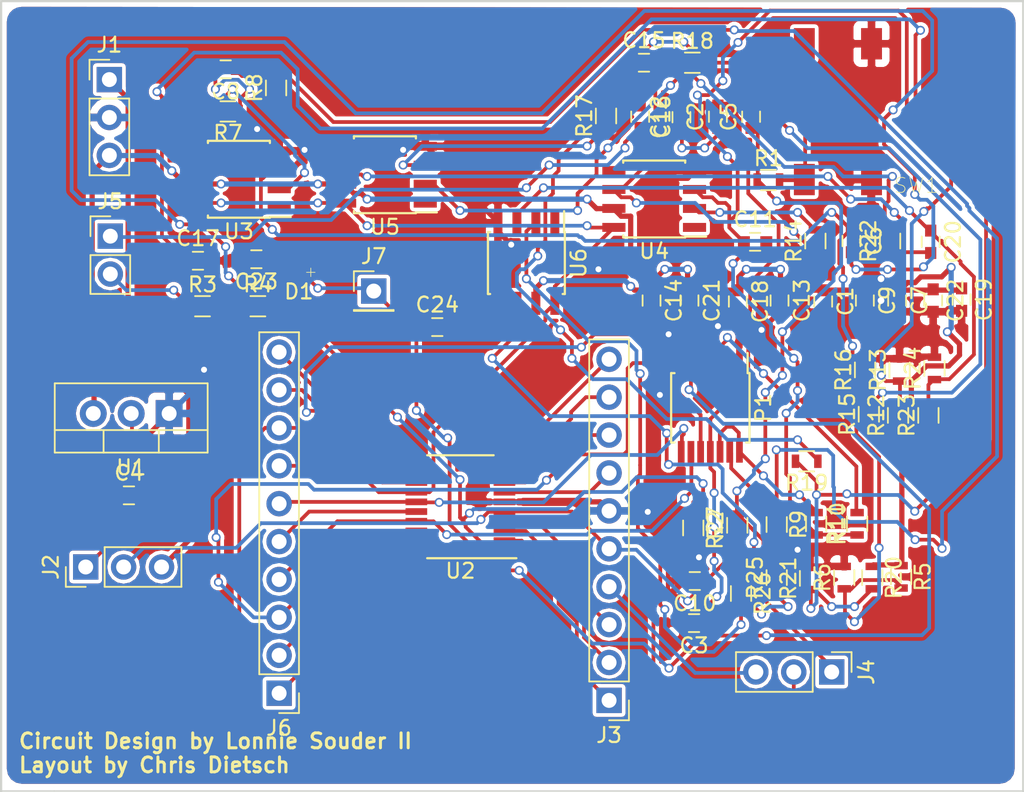
<source format=kicad_pcb>
(kicad_pcb (version 4) (host pcbnew 4.0.7)
  (layers (0 F.Cu signal) (31 B.Cu signal) (34 B.Paste user) (35 F.Paste user) (36 B.SilkS user) (37 F.SilkS user) (38 B.Mask user) (39 F.Mask user) (44 Edge.Cuts user))
  (net 0 "")
  (net 1 GND)
  (net 2 +9V)
  (net 3 /DVCC)
  (net 4 "Net-(C4-Pad1)")
  (net 5 "Net-(C5-Pad1)")
  (net 6 "Net-(C6-Pad2)")
  (net 7 "Net-(C6-Pad1)")
  (net 8 "Net-(C8-Pad2)")
  (net 9 "Net-(C8-Pad1)")
  (net 10 "Net-(C11-Pad2)")
  (net 11 "Net-(C11-Pad1)")
  (net 12 "Net-(C15-Pad2)")
  (net 13 "Net-(C15-Pad1)")
  (net 14 /DataSignalIn)
  (net 15 "Net-(C16-Pad1)")
  (net 16 "Net-(C17-Pad1)")
  (net 17 "Net-(C20-Pad2)")
  (net 18 "Net-(C20-Pad1)")
  (net 19 "Net-(C23-Pad1)")
  (net 20 /DataOut)
  (net 21 +3V3)
  (net 22 "Net-(J3-Pad2)")
  (net 23 "Net-(J3-Pad3)")
  (net 24 "Net-(J3-Pad4)")
  (net 25 "Net-(J3-Pad7)")
  (net 26 "Net-(J3-Pad8)")
  (net 27 "Net-(J3-Pad9)")
  (net 28 "Net-(J3-Pad10)")
  (net 29 "Net-(J4-Pad2)")
  (net 30 "Net-(J5-Pad2)")
  (net 31 "Net-(J6-Pad2)")
  (net 32 "Net-(J6-Pad3)")
  (net 33 "Net-(J6-Pad4)")
  (net 34 "Net-(J6-Pad5)")
  (net 35 "Net-(J6-Pad6)")
  (net 36 /~SD)
  (net 37 "Net-(J6-Pad8)")
  (net 38 "Net-(J6-Pad9)")
  (net 39 "Net-(J6-Pad10)")
  (net 40 "Net-(P1-Pad3)")
  (net 41 "Net-(P1-Pad12)")
  (net 42 "Net-(R1-Pad2)")
  (net 43 "Net-(R7-Pad2)")
  (net 44 "Net-(R14-Pad2)")
  (net 45 "Net-(R17-Pad1)")
  (net 46 "Net-(R18-Pad1)")
  (net 47 "Net-(R25-Pad1)")
  (net 48 "Net-(C24-Pad2)")
  (module Capacitors_SMD:C_0603 (layer F.Cu) (at 164.2745 111.76 270)
    (fp_text reference C1 (at 0 -1.5 270) (layer F.SilkS))
    (fp_text value 100n)
    (pad 2 smd rect (at 0.75 0 270) (size 0.8 0.75) (layers F.Cu F.Paste F.Mask) (net 1 GND))
    (pad 1 smd rect (at -0.75 0 270) (size 0.8 0.75) (layers F.Cu F.Paste F.Mask) (net 2 +9V))
  )
  (module Capacitors_SMD:C_0603 (layer F.Cu) (at 157.226 99.3775 90)
    (fp_text reference C2 (at 0 -1.5 90) (layer F.SilkS))
    (fp_text value 1u)
    (pad 2 smd rect (at 0.75 0 90) (size 0.8 0.75) (layers F.Cu F.Paste F.Mask) (net 1 GND))
    (pad 1 smd rect (at -0.75 0 90) (size 0.8 0.75) (layers F.Cu F.Paste F.Mask) (net 3 /DVCC))
  )
  (module Capacitors_SMD:C_0603 (layer F.Cu) (at 155.6258 133.3119 180)
    (fp_text reference C3 (at 0 -1.5 180) (layer F.SilkS))
    (fp_text value 0.01u)
    (pad 2 smd rect (at 0.75 0 180) (size 0.8 0.75) (layers F.Cu F.Paste F.Mask) (net 1 GND))
    (pad 1 smd rect (at -0.75 0 180) (size 0.8 0.75) (layers F.Cu F.Paste F.Mask) (net 3 /DVCC))
  )
  (module Capacitors_SMD:C_0603 (layer F.Cu) (at 117.7798 124.7521)
    (fp_text reference C4 (at 0 -1.5) (layer F.SilkS))
    (fp_text value 10u)
    (pad 2 smd rect (at 0.75 0) (size 0.8 0.75) (layers F.Cu F.Paste F.Mask) (net 1 GND))
    (pad 1 smd rect (at -0.75 0) (size 0.8 0.75) (layers F.Cu F.Paste F.Mask) (net 4 "Net-(C4-Pad1)"))
  )
  (module Capacitors_SMD:C_0603 (layer F.Cu) (at 159.4485 99.3775 90)
    (fp_text reference C5 (at 0 -1.5 90) (layer F.SilkS))
    (fp_text value 0.01u)
    (pad 2 smd rect (at 0.75 0 90) (size 0.8 0.75) (layers F.Cu F.Paste F.Mask) (net 1 GND))
    (pad 1 smd rect (at -0.75 0 90) (size 0.8 0.75) (layers F.Cu F.Paste F.Mask) (net 5 "Net-(C5-Pad1)"))
  )
  (module Capacitors_SMD:C_0603 (layer F.Cu) (at 166.1668 107.7087 270)
    (fp_text reference C6 (at 0 -1.5 270) (layer F.SilkS))
    (fp_text value 1u)
    (pad 2 smd rect (at 0.75 0 270) (size 0.8 0.75) (layers F.Cu F.Paste F.Mask) (net 6 "Net-(C6-Pad2)"))
    (pad 1 smd rect (at -0.75 0 270) (size 0.8 0.75) (layers F.Cu F.Paste F.Mask) (net 7 "Net-(C6-Pad1)"))
  )
  (module Capacitors_SMD:C_0603 (layer F.Cu) (at 169.2275 111.6965 270)
    (fp_text reference C7 (at 0 -1.5 270) (layer F.SilkS))
    (fp_text value 1u)
    (pad 2 smd rect (at 0.75 0 270) (size 0.8 0.75) (layers F.Cu F.Paste F.Mask) (net 1 GND))
    (pad 1 smd rect (at -0.75 0 270) (size 0.8 0.75) (layers F.Cu F.Paste F.Mask) (net 2 +9V))
  )
  (module Capacitors_SMD:C_0603 (layer F.Cu) (at 124.2568 96.2025 180)
    (fp_text reference C8 (at 0 -1.5 180) (layer F.SilkS))
    (fp_text value 1u)
    (pad 2 smd rect (at 0.75 0 180) (size 0.8 0.75) (layers F.Cu F.Paste F.Mask) (net 8 "Net-(C8-Pad2)"))
    (pad 1 smd rect (at -0.75 0 180) (size 0.8 0.75) (layers F.Cu F.Paste F.Mask) (net 9 "Net-(C8-Pad1)"))
  )
  (module Capacitors_SMD:C_0603 (layer F.Cu) (at 167.0685 111.6965 270)
    (fp_text reference C9 (at 0 -1.5 270) (layer F.SilkS))
    (fp_text value 0.01u)
    (pad 2 smd rect (at 0.75 0 270) (size 0.8 0.75) (layers F.Cu F.Paste F.Mask) (net 1 GND))
    (pad 1 smd rect (at -0.75 0 270) (size 0.8 0.75) (layers F.Cu F.Paste F.Mask) (net 2 +9V))
  )
  (module Capacitors_SMD:C_0603 (layer F.Cu) (at 155.6766 130.4925 180)
    (fp_text reference C10 (at 0 -1.5 180) (layer F.SilkS))
    (fp_text value 1u)
    (pad 2 smd rect (at 0.75 0 180) (size 0.8 0.75) (layers F.Cu F.Paste F.Mask) (net 1 GND))
    (pad 1 smd rect (at -0.75 0 180) (size 0.8 0.75) (layers F.Cu F.Paste F.Mask) (net 3 /DVCC))
  )
  (module Capacitors_SMD:C_0603 (layer F.Cu) (at 159.7152 107.7595)
    (fp_text reference C11 (at 0 -1.5) (layer F.SilkS))
    (fp_text value 1u)
    (pad 2 smd rect (at 0.75 0) (size 0.8 0.75) (layers F.Cu F.Paste F.Mask) (net 10 "Net-(C11-Pad2)"))
    (pad 1 smd rect (at -0.75 0) (size 0.8 0.75) (layers F.Cu F.Paste F.Mask) (net 11 "Net-(C11-Pad1)"))
  )
  (module Capacitors_SMD:C_0603 (layer F.Cu) (at 154.78125 99.40925 90)
    (fp_text reference C12 (at 0 -1.5 90) (layer F.SilkS))
    (fp_text value 0.01u)
    (pad 2 smd rect (at 0.75 0 90) (size 0.8 0.75) (layers F.Cu F.Paste F.Mask) (net 1 GND))
    (pad 1 smd rect (at -0.75 0 90) (size 0.8 0.75) (layers F.Cu F.Paste F.Mask) (net 3 /DVCC))
  )
  (module Capacitors_SMD:C_0603 (layer F.Cu) (at 161.3535 111.6965 270)
    (fp_text reference C13 (at 0 -1.5 270) (layer F.SilkS))
    (fp_text value 1u)
    (pad 2 smd rect (at 0.75 0 270) (size 0.8 0.75) (layers F.Cu F.Paste F.Mask) (net 1 GND))
    (pad 1 smd rect (at -0.75 0 270) (size 0.8 0.75) (layers F.Cu F.Paste F.Mask) (net 2 +9V))
  )
  (module Capacitors_SMD:C_0603 (layer F.Cu) (at 152.781 111.6965 270)
    (fp_text reference C14 (at 0 -1.5 270) (layer F.SilkS))
    (fp_text value 0.01u)
    (pad 2 smd rect (at 0.75 0 270) (size 0.8 0.75) (layers F.Cu F.Paste F.Mask) (net 1 GND))
    (pad 1 smd rect (at -0.75 0 270) (size 0.8 0.75) (layers F.Cu F.Paste F.Mask) (net 2 +9V))
  )
  (module Capacitors_SMD:C_0603 (layer F.Cu) (at 152.273 95.758)
    (fp_text reference C15 (at 0 -1.5) (layer F.SilkS))
    (fp_text value 1u)
    (pad 2 smd rect (at 0.75 0) (size 0.8 0.75) (layers F.Cu F.Paste F.Mask) (net 12 "Net-(C15-Pad2)"))
    (pad 1 smd rect (at -0.75 0) (size 0.8 0.75) (layers F.Cu F.Paste F.Mask) (net 13 "Net-(C15-Pad1)"))
  )
  (module Capacitors_SMD:C_0603 (layer F.Cu) (at 152.019 99.3775 270)
    (fp_text reference C16 (at 0 -1.5 270) (layer F.SilkS))
    (fp_text value 1u)
    (pad 2 smd rect (at 0.75 0 270) (size 0.8 0.75) (layers F.Cu F.Paste F.Mask) (net 14 /DataSignalIn))
    (pad 1 smd rect (at -0.75 0 270) (size 0.8 0.75) (layers F.Cu F.Paste F.Mask) (net 15 "Net-(C16-Pad1)"))
  )
  (module Capacitors_SMD:C_0603 (layer F.Cu) (at 122.4026 109.0295)
    (fp_text reference C17 (at 0 -1.5) (layer F.SilkS))
    (fp_text value 1u)
    (pad 2 smd rect (at 0.75 0) (size 0.8 0.75) (layers F.Cu F.Paste F.Mask) (net 1 GND))
    (pad 1 smd rect (at -0.75 0) (size 0.8 0.75) (layers F.Cu F.Paste F.Mask) (net 16 "Net-(C17-Pad1)"))
  )
  (module Capacitors_SMD:C_0603 (layer F.Cu) (at 158.5595 111.76 270)
    (fp_text reference C18 (at 0 -1.5 270) (layer F.SilkS))
    (fp_text value 1u)
    (pad 2 smd rect (at 0.75 0 270) (size 0.8 0.75) (layers F.Cu F.Paste F.Mask) (net 1 GND))
    (pad 1 smd rect (at -0.75 0 270) (size 0.8 0.75) (layers F.Cu F.Paste F.Mask) (net 2 +9V))
  )
  (module Capacitors_SMD:C_0603 (layer F.Cu) (at 173.5455 111.633 270)
    (fp_text reference C19 (at 0 -1.5 270) (layer F.SilkS))
    (fp_text value 0.01u)
    (pad 2 smd rect (at 0.75 0 270) (size 0.8 0.75) (layers F.Cu F.Paste F.Mask) (net 1 GND))
    (pad 1 smd rect (at -0.75 0 270) (size 0.8 0.75) (layers F.Cu F.Paste F.Mask) (net 2 +9V))
  )
  (module Capacitors_SMD:C_0603 (layer F.Cu) (at 171.4754 107.7595 270)
    (fp_text reference C20 (at 0 -1.5 270) (layer F.SilkS))
    (fp_text value 1u)
    (pad 2 smd rect (at 0.75 0 270) (size 0.8 0.75) (layers F.Cu F.Paste F.Mask) (net 17 "Net-(C20-Pad2)"))
    (pad 1 smd rect (at -0.75 0 270) (size 0.8 0.75) (layers F.Cu F.Paste F.Mask) (net 18 "Net-(C20-Pad1)"))
  )
  (module Capacitors_SMD:C_0603 (layer F.Cu) (at 155.321 111.6965 270)
    (fp_text reference C21 (at 0 -1.5 270) (layer F.SilkS))
    (fp_text value 1u)
    (pad 2 smd rect (at 0.75 0 270) (size 0.8 0.75) (layers F.Cu F.Paste F.Mask) (net 1 GND))
    (pad 1 smd rect (at -0.75 0 270) (size 0.8 0.75) (layers F.Cu F.Paste F.Mask) (net 2 +9V))
  )
  (module Capacitors_SMD:C_0603 (layer F.Cu) (at 171.6405 111.6965 270)
    (fp_text reference C22 (at 0 -1.5 270) (layer F.SilkS))
    (fp_text value 0.01u)
    (pad 2 smd rect (at 0.75 0 270) (size 0.8 0.75) (layers F.Cu F.Paste F.Mask) (net 1 GND))
    (pad 1 smd rect (at -0.75 0 270) (size 0.8 0.75) (layers F.Cu F.Paste F.Mask) (net 2 +9V))
  )
  (module Capacitors_SMD:C_0603 (layer F.Cu) (at 126.3142 108.9279 180)
    (fp_text reference C23 (at 0 -1.5 180) (layer F.SilkS))
    (fp_text value 0.1u)
    (pad 2 smd rect (at 0.75 0 180) (size 0.8 0.75) (layers F.Cu F.Paste F.Mask) (net 1 GND))
    (pad 1 smd rect (at -0.75 0 180) (size 0.8 0.75) (layers F.Cu F.Paste F.Mask) (net 19 "Net-(C23-Pad1)"))
  )
  (module MyLib:D_0201 (layer F.Cu) (at 129.159 110.0963)
    (fp_text reference D1 (at 0 1) (layer F.SilkS))
    (fp_text value SMS7630-061 hide)
    (fp_text user + (at 0.8 -0.35) (layer F.SilkS) (effects (font (size 0.75 0.75) (thickness 0.05))))
    (pad 1 smd rect (at 0 0) (size 0.28 0.3) (layers F.Cu F.Paste F.Mask) (net 19 "Net-(C23-Pad1)"))
    (pad 2 smd rect (at 0.39 0) (size 0.28 0.3) (layers F.Cu F.Paste F.Mask) (net 20 /DataOut))
  )
  (module Pin_Headers:Pin_Header_Straight_1x03_Pitch2.54mm (layer F.Cu) (at 116.468359 96.889499)
    (fp_text reference J1 (at 0 -2.33) (layer F.SilkS))
    (fp_text value Conn_01x03_Male)
    (pad 1 thru_hole rect (at 0 0) (size 1.7 1.7) (drill 1) (layers *.Cu *.Mask) (net 21 +3V3))
    (pad 2 thru_hole oval (at 0 2.54) (size 1.7 1.7) (drill 1) (layers *.Cu *.Mask) (net 1 GND))
    (pad 3 thru_hole oval (at 0 5.08) (size 1.7 1.7) (drill 1) (layers *.Cu *.Mask) (net 2 +9V))
  )
  (module Pin_Headers:Pin_Header_Straight_1x03_Pitch2.54mm (layer F.Cu) (at 114.8842 129.5527 90)
    (fp_text reference J2 (at 0 -2.33 90) (layer F.SilkS))
    (fp_text value Conn_01x03_Male)
    (pad 1 thru_hole rect (at 0 0 90) (size 1.7 1.7) (drill 1) (layers *.Cu *.Mask) (net 4 "Net-(C4-Pad1)"))
    (pad 2 thru_hole oval (at 0 2.54 90) (size 1.7 1.7) (drill 1) (layers *.Cu *.Mask) (net 3 /DVCC))
    (pad 3 thru_hole oval (at 0 5.08 90) (size 1.7 1.7) (drill 1) (layers *.Cu *.Mask) (net 21 +3V3))
  )
  (module Pin_Headers:Pin_Header_Straight_1x10_Pitch2.54mm (layer F.Cu) (at 149.9362 138.4935 180)
    (fp_text reference J3 (at 0 -2.33 180) (layer F.SilkS))
    (fp_text value Conn_01x10_Male)
    (pad 1 thru_hole rect (at 0 0 180) (size 1.7 1.7) (drill 1) (layers *.Cu *.Mask) (net 19 "Net-(C23-Pad1)"))
    (pad 2 thru_hole oval (at 0 2.54 180) (size 1.7 1.7) (drill 1) (layers *.Cu *.Mask) (net 22 "Net-(J3-Pad2)"))
    (pad 3 thru_hole oval (at 0 5.08 180) (size 1.7 1.7) (drill 1) (layers *.Cu *.Mask) (net 23 "Net-(J3-Pad3)"))
    (pad 4 thru_hole oval (at 0 7.62 180) (size 1.7 1.7) (drill 1) (layers *.Cu *.Mask) (net 24 "Net-(J3-Pad4)"))
    (pad 5 thru_hole oval (at 0 10.16 180) (size 1.7 1.7) (drill 1) (layers *.Cu *.Mask) (net 3 /DVCC))
    (pad 6 thru_hole oval (at 0 12.7 180) (size 1.7 1.7) (drill 1) (layers *.Cu *.Mask) (net 1 GND))
    (pad 7 thru_hole oval (at 0 15.24 180) (size 1.7 1.7) (drill 1) (layers *.Cu *.Mask) (net 25 "Net-(J3-Pad7)"))
    (pad 8 thru_hole oval (at 0 17.78 180) (size 1.7 1.7) (drill 1) (layers *.Cu *.Mask) (net 26 "Net-(J3-Pad8)"))
    (pad 9 thru_hole oval (at 0 20.32 180) (size 1.7 1.7) (drill 1) (layers *.Cu *.Mask) (net 27 "Net-(J3-Pad9)"))
    (pad 10 thru_hole oval (at 0 22.86 180) (size 1.7 1.7) (drill 1) (layers *.Cu *.Mask) (net 28 "Net-(J3-Pad10)"))
  )
  (module Pin_Headers:Pin_Header_Straight_1x03_Pitch2.54mm (layer F.Cu) (at 164.846 136.5885 270)
    (fp_text reference J4 (at 0 -2.33 270) (layer F.SilkS))
    (fp_text value Conn_01x03_Male)
    (pad 1 thru_hole rect (at 0 0 270) (size 1.7 1.7) (drill 1) (layers *.Cu *.Mask) (net 5 "Net-(C5-Pad1)"))
    (pad 2 thru_hole oval (at 0 2.54 270) (size 1.7 1.7) (drill 1) (layers *.Cu *.Mask) (net 29 "Net-(J4-Pad2)"))
    (pad 3 thru_hole oval (at 0 5.08 270) (size 1.7 1.7) (drill 1) (layers *.Cu *.Mask) (net 24 "Net-(J3-Pad4)"))
  )
  (module Pin_Headers:Pin_Header_Straight_1x02_Pitch2.54mm (layer F.Cu) (at 116.532859 107.381999)
    (fp_text reference J5 (at 0 -2.33) (layer F.SilkS))
    (fp_text value Conn_01x02_Male)
    (pad 1 thru_hole rect (at 0 0) (size 1.7 1.7) (drill 1) (layers *.Cu *.Mask) (net 14 /DataSignalIn))
    (pad 2 thru_hole oval (at 0 2.54) (size 1.7 1.7) (drill 1) (layers *.Cu *.Mask) (net 30 "Net-(J5-Pad2)"))
  )
  (module Pin_Headers:Pin_Header_Straight_1x10_Pitch2.54mm (layer F.Cu) (at 127.8382 138.0109 180)
    (fp_text reference J6 (at 0 -2.33 180) (layer F.SilkS))
    (fp_text value Conn_01x10_Male)
    (pad 1 thru_hole rect (at 0 0 180) (size 1.7 1.7) (drill 1) (layers *.Cu *.Mask) (net 20 /DataOut))
    (pad 2 thru_hole oval (at 0 2.54 180) (size 1.7 1.7) (drill 1) (layers *.Cu *.Mask) (net 31 "Net-(J6-Pad2)"))
    (pad 3 thru_hole oval (at 0 5.08 180) (size 1.7 1.7) (drill 1) (layers *.Cu *.Mask) (net 32 "Net-(J6-Pad3)"))
    (pad 4 thru_hole oval (at 0 7.62 180) (size 1.7 1.7) (drill 1) (layers *.Cu *.Mask) (net 33 "Net-(J6-Pad4)"))
    (pad 5 thru_hole oval (at 0 10.16 180) (size 1.7 1.7) (drill 1) (layers *.Cu *.Mask) (net 34 "Net-(J6-Pad5)"))
    (pad 6 thru_hole oval (at 0 12.7 180) (size 1.7 1.7) (drill 1) (layers *.Cu *.Mask) (net 35 "Net-(J6-Pad6)"))
    (pad 7 thru_hole oval (at 0 15.24 180) (size 1.7 1.7) (drill 1) (layers *.Cu *.Mask) (net 36 /~SD))
    (pad 8 thru_hole oval (at 0 17.78 180) (size 1.7 1.7) (drill 1) (layers *.Cu *.Mask) (net 37 "Net-(J6-Pad8)"))
    (pad 9 thru_hole oval (at 0 20.32 180) (size 1.7 1.7) (drill 1) (layers *.Cu *.Mask) (net 38 "Net-(J6-Pad9)"))
    (pad 10 thru_hole oval (at 0 22.86 180) (size 1.7 1.7) (drill 1) (layers *.Cu *.Mask) (net 39 "Net-(J6-Pad10)"))
  )
  (module Pin_Headers:Pin_Header_Straight_1x01_Pitch2.54mm (layer F.Cu) (at 134.1755 111.0615)
    (fp_text reference J7 (at 0 -2.33) (layer F.SilkS))
    (fp_text value Conn_01x01_Male)
    (pad 1 thru_hole rect (at 0 0) (size 1.7 1.7) (drill 1) (layers *.Cu *.Mask) (net 20 /DataOut))
  )
  (module Housings_SSOP:TSSOP-14_4.4x5mm_Pitch0.65mm (layer F.Cu) (at 156.718 118.8847 270)
    (fp_text reference P1 (at 0 -3.55 270) (layer F.SilkS))
    (fp_text value AD8402ARUZ1)
    (pad 1 smd rect (at -2.95 -1.95 270) (size 1.45 0.45) (layers F.Cu F.Paste F.Mask) (net 1 GND))
    (pad 2 smd rect (at -2.95 -1.3 270) (size 1.45 0.45) (layers F.Cu F.Paste F.Mask) (net 1 GND))
    (pad 3 smd rect (at -2.95 -0.65 270) (size 1.45 0.45) (layers F.Cu F.Paste F.Mask) (net 40 "Net-(P1-Pad3)"))
    (pad 4 smd rect (at -2.95 0 270) (size 1.45 0.45) (layers F.Cu F.Paste F.Mask) (net 1 GND))
    (pad 5 smd rect (at -2.95 0.65 270) (size 1.45 0.45) (layers F.Cu F.Paste F.Mask) (net 1 GND))
    (pad 6 smd rect (at -2.95 1.3 270) (size 1.45 0.45) (layers F.Cu F.Paste F.Mask) (net 37 "Net-(J6-Pad8)"))
    (pad 7 smd rect (at -2.95 1.95 270) (size 1.45 0.45) (layers F.Cu F.Paste F.Mask) (net 38 "Net-(J6-Pad9)"))
    (pad 8 smd rect (at 2.95 1.95 270) (size 1.45 0.45) (layers F.Cu F.Paste F.Mask) (net 35 "Net-(J6-Pad6)"))
    (pad 9 smd rect (at 2.95 1.3 270) (size 1.45 0.45) (layers F.Cu F.Paste F.Mask) (net 33 "Net-(J6-Pad4)"))
    (pad 10 smd rect (at 2.95 0.65 270) (size 1.45 0.45) (layers F.Cu F.Paste F.Mask) (net 32 "Net-(J6-Pad3)"))
    (pad 11 smd rect (at 2.95 0 270) (size 1.45 0.45) (layers F.Cu F.Paste F.Mask) (net 3 /DVCC))
    (pad 12 smd rect (at 2.95 -0.65 270) (size 1.45 0.45) (layers F.Cu F.Paste F.Mask) (net 41 "Net-(P1-Pad12)"))
    (pad 13 smd rect (at 2.95 -1.3 270) (size 1.45 0.45) (layers F.Cu F.Paste F.Mask) (net 9 "Net-(C8-Pad1)"))
    (pad 14 smd rect (at 2.95 -1.95 270) (size 1.45 0.45) (layers F.Cu F.Paste F.Mask) (net 41 "Net-(P1-Pad12)"))
  )
  (module Resistors_SMD:R_0603 (layer F.Cu) (at 160.6042 103.6193)
    (fp_text reference R1 (at 0 -1.45) (layer F.SilkS))
    (fp_text value 10k)
    (pad 1 smd rect (at -0.75 0) (size 0.5 0.9) (layers F.Cu F.Paste F.Mask) (net 5 "Net-(C5-Pad1)"))
    (pad 2 smd rect (at 0.75 0) (size 0.5 0.9) (layers F.Cu F.Paste F.Mask) (net 42 "Net-(R1-Pad2)"))
  )
  (module Resistors_SMD:R_0603 (layer F.Cu) (at 158.5214 126.7587 90)
    (fp_text reference R2 (at 0 -1.45 90) (layer F.SilkS))
    (fp_text value 10k)
    (pad 1 smd rect (at -0.75 0 90) (size 0.5 0.9) (layers F.Cu F.Paste F.Mask) (net 3 /DVCC))
    (pad 2 smd rect (at 0.75 0 90) (size 0.5 0.9) (layers F.Cu F.Paste F.Mask) (net 5 "Net-(C5-Pad1)"))
  )
  (module Resistors_SMD:R_0603 (layer F.Cu) (at 122.7074 112.0775)
    (fp_text reference R3 (at 0 -1.45) (layer F.SilkS))
    (fp_text value 3.9k)
    (pad 1 smd rect (at -0.75 0) (size 0.5 0.9) (layers F.Cu F.Paste F.Mask) (net 30 "Net-(J5-Pad2)"))
    (pad 2 smd rect (at 0.75 0) (size 0.5 0.9) (layers F.Cu F.Paste F.Mask) (net 6 "Net-(C6-Pad2)"))
  )
  (module Resistors_SMD:R_0603 (layer F.Cu) (at 126.4158 112.0775)
    (fp_text reference R4 (at 0 -1.45) (layer F.SilkS))
    (fp_text value 1k)
    (pad 1 smd rect (at -0.75 0) (size 0.5 0.9) (layers F.Cu F.Paste F.Mask) (net 6 "Net-(C6-Pad2)"))
    (pad 2 smd rect (at 0.75 0) (size 0.5 0.9) (layers F.Cu F.Paste F.Mask) (net 1 GND))
  )
  (module Resistors_SMD:R_0603 (layer F.Cu) (at 169.4942 130.2131 270)
    (fp_text reference R5 (at 0 -1.45 270) (layer F.SilkS))
    (fp_text value 510k)
    (pad 1 smd rect (at -0.75 0 270) (size 0.5 0.9) (layers F.Cu F.Paste F.Mask) (net 2 +9V))
    (pad 2 smd rect (at 0.75 0 270) (size 0.5 0.9) (layers F.Cu F.Paste F.Mask) (net 7 "Net-(C6-Pad1)"))
  )
  (module Resistors_SMD:R_0603 (layer F.Cu) (at 165.6842 130.2639 90)
    (fp_text reference R6 (at 0 -1.45 90) (layer F.SilkS))
    (fp_text value 510k)
    (pad 1 smd rect (at -0.75 0 90) (size 0.5 0.9) (layers F.Cu F.Paste F.Mask) (net 7 "Net-(C6-Pad1)"))
    (pad 2 smd rect (at 0.75 0 90) (size 0.5 0.9) (layers F.Cu F.Paste F.Mask) (net 1 GND))
  )
  (module Resistors_SMD:R_0603 (layer F.Cu) (at 124.4092 99.0219 180)
    (fp_text reference R7 (at 0 -1.45 180) (layer F.SilkS))
    (fp_text value 1.3k)
    (pad 1 smd rect (at -0.75 0 180) (size 0.5 0.9) (layers F.Cu F.Paste F.Mask) (net 8 "Net-(C8-Pad2)"))
    (pad 2 smd rect (at 0.75 0 180) (size 0.5 0.9) (layers F.Cu F.Paste F.Mask) (net 43 "Net-(R7-Pad2)"))
  )
  (module Resistors_SMD:R_0603 (layer F.Cu) (at 127.635 97.4471 90)
    (fp_text reference R8 (at 0 -1.45 90) (layer F.SilkS))
    (fp_text value R)
    (pad 1 smd rect (at -0.75 0 90) (size 0.5 0.9) (layers F.Cu F.Paste F.Mask) (net 2 +9V))
    (pad 2 smd rect (at 0.75 0 90) (size 0.5 0.9) (layers F.Cu F.Paste F.Mask) (net 9 "Net-(C8-Pad1)"))
  )
  (module Resistors_SMD:R_0603 (layer F.Cu) (at 161.163 126.7079 270)
    (fp_text reference R9 (at 0 -1.45 270) (layer F.SilkS))
    (fp_text value R)
    (pad 1 smd rect (at -0.75 0 270) (size 0.5 0.9) (layers F.Cu F.Paste F.Mask) (net 9 "Net-(C8-Pad1)"))
    (pad 2 smd rect (at 0.75 0 270) (size 0.5 0.9) (layers F.Cu F.Paste F.Mask) (net 1 GND))
  )
  (module Resistors_SMD:R_0603 (layer F.Cu) (at 163.8046 126.6571 270)
    (fp_text reference R10 (at 0 -1.45 270) (layer F.SilkS))
    (fp_text value 10)
    (pad 1 smd rect (at -0.75 0 270) (size 0.5 0.9) (layers F.Cu F.Paste F.Mask) (net 41 "Net-(P1-Pad12)"))
    (pad 2 smd rect (at 0.75 0 270) (size 0.5 0.9) (layers F.Cu F.Paste F.Mask) (net 10 "Net-(C11-Pad2)"))
  )
  (module Resistors_SMD:R_0603 (layer F.Cu) (at 166.5478 126.6571 90)
    (fp_text reference R11 (at 0 -1.45 90) (layer F.SilkS))
    (fp_text value 10)
    (pad 1 smd rect (at -0.75 0 90) (size 0.5 0.9) (layers F.Cu F.Paste F.Mask) (net 10 "Net-(C11-Pad2)"))
    (pad 2 smd rect (at 0.75 0 90) (size 0.5 0.9) (layers F.Cu F.Paste F.Mask) (net 40 "Net-(P1-Pad3)"))
  )
  (module Resistors_SMD:R_0603 (layer F.Cu) (at 169.291 119.3927 90)
    (fp_text reference R12 (at 0 -1.45 90) (layer F.SilkS))
    (fp_text value 24k)
    (pad 1 smd rect (at -0.75 0 90) (size 0.5 0.9) (layers F.Cu F.Paste F.Mask) (net 2 +9V))
    (pad 2 smd rect (at 0.75 0 90) (size 0.5 0.9) (layers F.Cu F.Paste F.Mask) (net 11 "Net-(C11-Pad1)"))
  )
  (module Resistors_SMD:R_0603 (layer F.Cu) (at 169.3926 116.3447 90)
    (fp_text reference R13 (at 0 -1.45 90) (layer F.SilkS))
    (fp_text value 24k)
    (pad 1 smd rect (at -0.75 0 90) (size 0.5 0.9) (layers F.Cu F.Paste F.Mask) (net 11 "Net-(C11-Pad1)"))
    (pad 2 smd rect (at 0.75 0 90) (size 0.5 0.9) (layers F.Cu F.Paste F.Mask) (net 1 GND))
  )
  (module Resistors_SMD:R_0603 (layer F.Cu) (at 163.7538 107.7087 90)
    (fp_text reference R14 (at 0 -1.45 90) (layer F.SilkS))
    (fp_text value 250)
    (pad 1 smd rect (at -0.75 0 90) (size 0.5 0.9) (layers F.Cu F.Paste F.Mask) (net 12 "Net-(C15-Pad2)"))
    (pad 2 smd rect (at 0.75 0 90) (size 0.5 0.9) (layers F.Cu F.Paste F.Mask) (net 44 "Net-(R14-Pad2)"))
  )
  (module Resistors_SMD:R_0603 (layer F.Cu) (at 167.3352 119.3165 90)
    (fp_text reference R15 (at 0 -1.45 90) (layer F.SilkS))
    (fp_text value 820)
    (pad 1 smd rect (at -0.75 0 90) (size 0.5 0.9) (layers F.Cu F.Paste F.Mask) (net 2 +9V))
    (pad 2 smd rect (at 0.75 0 90) (size 0.5 0.9) (layers F.Cu F.Paste F.Mask) (net 13 "Net-(C15-Pad1)"))
  )
  (module Resistors_SMD:R_0603 (layer F.Cu) (at 167.0812 116.3447 90)
    (fp_text reference R16 (at 0 -1.45 90) (layer F.SilkS))
    (fp_text value 820)
    (pad 1 smd rect (at -0.75 0 90) (size 0.5 0.9) (layers F.Cu F.Paste F.Mask) (net 13 "Net-(C15-Pad1)"))
    (pad 2 smd rect (at 0.75 0 90) (size 0.5 0.9) (layers F.Cu F.Paste F.Mask) (net 1 GND))
  )
  (module Resistors_SMD:R_0603 (layer F.Cu) (at 149.733 99.3267 90)
    (fp_text reference R17 (at 0 -1.45 90) (layer F.SilkS))
    (fp_text value 10k)
    (pad 1 smd rect (at -0.75 0 90) (size 0.5 0.9) (layers F.Cu F.Paste F.Mask) (net 45 "Net-(R17-Pad1)"))
    (pad 2 smd rect (at 0.75 0 90) (size 0.5 0.9) (layers F.Cu F.Paste F.Mask) (net 15 "Net-(C16-Pad1)"))
  )
  (module Resistors_SMD:R_0603 (layer F.Cu) (at 155.5115 95.758)
    (fp_text reference R18 (at 0 -1.45) (layer F.SilkS))
    (fp_text value 100)
    (pad 1 smd rect (at -0.75 0) (size 0.5 0.9) (layers F.Cu F.Paste F.Mask) (net 46 "Net-(R18-Pad1)"))
    (pad 2 smd rect (at 0.75 0) (size 0.5 0.9) (layers F.Cu F.Paste F.Mask) (net 13 "Net-(C15-Pad1)"))
  )
  (module Resistors_SMD:R_0603 (layer F.Cu) (at 163.1696 122.4661 180)
    (fp_text reference R19 (at 0 -1.45 180) (layer F.SilkS))
    (fp_text value 10k)
    (pad 1 smd rect (at -0.75 0 180) (size 0.5 0.9) (layers F.Cu F.Paste F.Mask) (net 45 "Net-(R17-Pad1)"))
    (pad 2 smd rect (at 0.75 0 180) (size 0.5 0.9) (layers F.Cu F.Paste F.Mask) (net 16 "Net-(C17-Pad1)"))
  )
  (module Resistors_SMD:R_0603 (layer F.Cu) (at 167.5638 130.2639 270)
    (fp_text reference R20 (at 0 -1.45 270) (layer F.SilkS))
    (fp_text value 1k)
    (pad 1 smd rect (at -0.75 0 270) (size 0.5 0.9) (layers F.Cu F.Paste F.Mask) (net 2 +9V))
    (pad 2 smd rect (at 0.75 0 270) (size 0.5 0.9) (layers F.Cu F.Paste F.Mask) (net 16 "Net-(C17-Pad1)"))
  )
  (module Resistors_SMD:R_0603 (layer F.Cu) (at 163.3982 130.3147 90)
    (fp_text reference R21 (at 0 -1.45 90) (layer F.SilkS))
    (fp_text value 1k)
    (pad 1 smd rect (at -0.75 0 90) (size 0.5 0.9) (layers F.Cu F.Paste F.Mask) (net 16 "Net-(C17-Pad1)"))
    (pad 2 smd rect (at 0.75 0 90) (size 0.5 0.9) (layers F.Cu F.Paste F.Mask) (net 1 GND))
  )
  (module Resistors_SMD:R_0603 (layer F.Cu) (at 168.7576 107.7087 90)
    (fp_text reference R22 (at 0 -1.45 90) (layer F.SilkS))
    (fp_text value 287)
    (pad 1 smd rect (at -0.75 0 90) (size 0.5 0.9) (layers F.Cu F.Paste F.Mask) (net 17 "Net-(C20-Pad2)"))
    (pad 2 smd rect (at 0.75 0 90) (size 0.5 0.9) (layers F.Cu F.Paste F.Mask) (net 46 "Net-(R18-Pad1)"))
  )
  (module Resistors_SMD:R_0603 (layer F.Cu) (at 171.323 119.3927 90)
    (fp_text reference R23 (at 0 -1.45 90) (layer F.SilkS))
    (fp_text value 2.4k)
    (pad 1 smd rect (at -0.75 0 90) (size 0.5 0.9) (layers F.Cu F.Paste F.Mask) (net 2 +9V))
    (pad 2 smd rect (at 0.75 0 90) (size 0.5 0.9) (layers F.Cu F.Paste F.Mask) (net 18 "Net-(C20-Pad1)"))
  )
  (module Resistors_SMD:R_0603 (layer F.Cu) (at 171.7294 116.2431 90)
    (fp_text reference R24 (at 0 -1.45 90) (layer F.SilkS))
    (fp_text value 470)
    (pad 1 smd rect (at -0.75 0 90) (size 0.5 0.9) (layers F.Cu F.Paste F.Mask) (net 18 "Net-(C20-Pad1)"))
    (pad 2 smd rect (at 0.75 0 90) (size 0.5 0.9) (layers F.Cu F.Paste F.Mask) (net 1 GND))
  )
  (module Resistors_SMD:R_0603 (layer F.Cu) (at 161.163 130.2639 90)
    (fp_text reference R25 (at 0 -1.45 90) (layer F.SilkS))
    (fp_text value 100)
    (pad 1 smd rect (at -0.75 0 90) (size 0.5 0.9) (layers F.Cu F.Paste F.Mask) (net 47 "Net-(R25-Pad1)"))
    (pad 2 smd rect (at 0.75 0 90) (size 0.5 0.9) (layers F.Cu F.Paste F.Mask) (net 1 GND))
  )
  (module Resistors_SMD:R_0603 (layer F.Cu) (at 158.7754 131.3307 270)
    (fp_text reference R26 (at 0 -1.45 270) (layer F.SilkS))
    (fp_text value 220)
    (pad 1 smd rect (at -0.75 0 270) (size 0.5 0.9) (layers F.Cu F.Paste F.Mask) (net 48 "Net-(C24-Pad2)"))
    (pad 2 smd rect (at 0.75 0 270) (size 0.5 0.9) (layers F.Cu F.Paste F.Mask) (net 47 "Net-(R25-Pad1)"))
  )
  (module Resistors_SMD:R_0603 (layer F.Cu) (at 155.575 126.9365 270)
    (fp_text reference R27 (at 0 -1.45 270) (layer F.SilkS))
    (fp_text value 10k)
    (pad 1 smd rect (at -0.75 0 270) (size 0.5 0.9) (layers F.Cu F.Paste F.Mask) (net 19 "Net-(C23-Pad1)"))
    (pad 2 smd rect (at 0.75 0 270) (size 0.5 0.9) (layers F.Cu F.Paste F.Mask) (net 1 GND))
  )
  (module MyLib:FSM2JSMAATR (layer F.Cu) (at 167.513 94.488)
    (fp_text reference SW1 (at 3 9.5) (layer F.SilkS) (effects (font (thickness 0.05))))
    (fp_text value SW_Push hide)
    (pad 1 smd rect (at 0 0) (size 1.4 2.1) (layers F.Cu F.Paste F.Mask) (net 1 GND))
    (pad 1 smd rect (at 0 9.1) (size 1.4 2.1) (layers F.Cu F.Paste F.Mask) (net 1 GND))
    (pad 2 smd rect (at -4.5 0) (size 1.4 2.1) (layers F.Cu F.Paste F.Mask) (net 42 "Net-(R1-Pad2)"))
    (pad 2 smd rect (at -4.5 9.1) (size 1.4 2.1) (layers F.Cu F.Paste F.Mask) (net 42 "Net-(R1-Pad2)"))
  )
  (module TO_SOT_Packages_THT:TO-220-3_Vertical (layer F.Cu) (at 120.4722 119.2657 180)
    (fp_text reference U1 (at 2.54 -3.62 180) (layer F.SilkS))
    (fp_text value LD1117V33)
    (pad 1 thru_hole rect (at 0 0 180) (size 1.8 1.8) (drill 1) (layers *.Cu *.Mask) (net 1 GND))
    (pad 2 thru_hole oval (at 2.54 0 180) (size 1.8 1.8) (drill 1) (layers *.Cu *.Mask) (net 4 "Net-(C4-Pad1)"))
    (pad 3 thru_hole oval (at 5.08 0 180) (size 1.8 1.8) (drill 1) (layers *.Cu *.Mask) (net 2 +9V))
  )
  (module Housings_SSOP:TSSOP-20_4.4x6.5mm_Pitch0.65mm (layer F.Cu) (at 139.9794 125.5141 180)
    (fp_text reference U2 (at 0 -4.3 180) (layer F.SilkS))
    (fp_text value MSP430FR2311IPW20R)
    (pad 1 smd rect (at -2.95 -2.925 180) (size 1.45 0.45) (layers F.Cu F.Paste F.Mask) (net 19 "Net-(C23-Pad1)"))
    (pad 2 smd rect (at -2.95 -2.275 180) (size 1.45 0.45) (layers F.Cu F.Paste F.Mask) (net 22 "Net-(J3-Pad2)"))
    (pad 3 smd rect (at -2.95 -1.625 180) (size 1.45 0.45) (layers F.Cu F.Paste F.Mask) (net 23 "Net-(J3-Pad3)"))
    (pad 4 smd rect (at -2.95 -0.975 180) (size 1.45 0.45) (layers F.Cu F.Paste F.Mask) (net 29 "Net-(J4-Pad2)"))
    (pad 5 smd rect (at -2.95 -0.325 180) (size 1.45 0.45) (layers F.Cu F.Paste F.Mask) (net 3 /DVCC))
    (pad 6 smd rect (at -2.95 0.325 180) (size 1.45 0.45) (layers F.Cu F.Paste F.Mask) (net 1 GND))
    (pad 7 smd rect (at -2.95 0.975 180) (size 1.45 0.45) (layers F.Cu F.Paste F.Mask) (net 25 "Net-(J3-Pad7)"))
    (pad 8 smd rect (at -2.95 1.625 180) (size 1.45 0.45) (layers F.Cu F.Paste F.Mask) (net 26 "Net-(J3-Pad8)"))
    (pad 9 smd rect (at -2.95 2.275 180) (size 1.45 0.45) (layers F.Cu F.Paste F.Mask) (net 27 "Net-(J3-Pad9)"))
    (pad 10 smd rect (at -2.95 2.925 180) (size 1.45 0.45) (layers F.Cu F.Paste F.Mask) (net 28 "Net-(J3-Pad10)"))
    (pad 11 smd rect (at 2.95 2.925 180) (size 1.45 0.45) (layers F.Cu F.Paste F.Mask) (net 39 "Net-(J6-Pad10)"))
    (pad 12 smd rect (at 2.95 2.275 180) (size 1.45 0.45) (layers F.Cu F.Paste F.Mask) (net 38 "Net-(J6-Pad9)"))
    (pad 13 smd rect (at 2.95 1.625 180) (size 1.45 0.45) (layers F.Cu F.Paste F.Mask) (net 37 "Net-(J6-Pad8)"))
    (pad 14 smd rect (at 2.95 0.975 180) (size 1.45 0.45) (layers F.Cu F.Paste F.Mask) (net 36 /~SD))
    (pad 15 smd rect (at 2.95 0.325 180) (size 1.45 0.45) (layers F.Cu F.Paste F.Mask) (net 35 "Net-(J6-Pad6)"))
    (pad 16 smd rect (at 2.95 -0.325 180) (size 1.45 0.45) (layers F.Cu F.Paste F.Mask) (net 34 "Net-(J6-Pad5)"))
    (pad 17 smd rect (at 2.95 -0.975 180) (size 1.45 0.45) (layers F.Cu F.Paste F.Mask) (net 33 "Net-(J6-Pad4)"))
    (pad 18 smd rect (at 2.95 -1.625 180) (size 1.45 0.45) (layers F.Cu F.Paste F.Mask) (net 32 "Net-(J6-Pad3)"))
    (pad 19 smd rect (at 2.95 -2.275 180) (size 1.45 0.45) (layers F.Cu F.Paste F.Mask) (net 31 "Net-(J6-Pad2)"))
    (pad 20 smd rect (at 2.95 -2.925 180) (size 1.45 0.45) (layers F.Cu F.Paste F.Mask) (net 20 /DataOut))
  )
  (module Housings_SOIC:SOIC-8_3.9x4.9mm_Pitch1.27mm (layer F.Cu) (at 125.1458 103.5685 180)
    (fp_text reference U3 (at 0 -3.5 180) (layer F.SilkS))
    (fp_text value LMH6703MA/NOPB)
    (pad 1 smd rect (at -2.7 -1.905 180) (size 1.55 0.6) (layers F.Cu F.Paste F.Mask))
    (pad 2 smd rect (at -2.7 -0.635 180) (size 1.55 0.6) (layers F.Cu F.Paste F.Mask) (net 43 "Net-(R7-Pad2)"))
    (pad 3 smd rect (at -2.7 0.635 180) (size 1.55 0.6) (layers F.Cu F.Paste F.Mask) (net 7 "Net-(C6-Pad1)"))
    (pad 4 smd rect (at -2.7 1.905 180) (size 1.55 0.6) (layers F.Cu F.Paste F.Mask) (net 1 GND))
    (pad 5 smd rect (at 2.7 1.905 180) (size 1.55 0.6) (layers F.Cu F.Paste F.Mask))
    (pad 6 smd rect (at 2.7 0.635 180) (size 1.55 0.6) (layers F.Cu F.Paste F.Mask) (net 8 "Net-(C8-Pad2)"))
    (pad 7 smd rect (at 2.7 -0.635 180) (size 1.55 0.6) (layers F.Cu F.Paste F.Mask) (net 2 +9V))
    (pad 8 smd rect (at 2.7 -1.905 180) (size 1.55 0.6) (layers F.Cu F.Paste F.Mask) (net 36 /~SD))
  )
  (module Housings_SOIC:SOIC-8_3.9x4.9mm_Pitch1.27mm (layer F.Cu) (at 152.9588 104.8893 180)
    (fp_text reference U4 (at 0 -3.5 180) (layer F.SilkS))
    (fp_text value LMH6703MA/NOPB)
    (pad 1 smd rect (at -2.7 -1.905 180) (size 1.55 0.6) (layers F.Cu F.Paste F.Mask))
    (pad 2 smd rect (at -2.7 -0.635 180) (size 1.55 0.6) (layers F.Cu F.Paste F.Mask) (net 44 "Net-(R14-Pad2)"))
    (pad 3 smd rect (at -2.7 0.635 180) (size 1.55 0.6) (layers F.Cu F.Paste F.Mask) (net 11 "Net-(C11-Pad1)"))
    (pad 4 smd rect (at -2.7 1.905 180) (size 1.55 0.6) (layers F.Cu F.Paste F.Mask) (net 1 GND))
    (pad 5 smd rect (at 2.7 1.905 180) (size 1.55 0.6) (layers F.Cu F.Paste F.Mask))
    (pad 6 smd rect (at 2.7 0.635 180) (size 1.55 0.6) (layers F.Cu F.Paste F.Mask) (net 12 "Net-(C15-Pad2)"))
    (pad 7 smd rect (at 2.7 -0.635 180) (size 1.55 0.6) (layers F.Cu F.Paste F.Mask) (net 2 +9V))
    (pad 8 smd rect (at 2.7 -1.905 180) (size 1.55 0.6) (layers F.Cu F.Paste F.Mask) (net 36 /~SD))
  )
  (module Housings_SOIC:SOIC-8_3.9x4.9mm_Pitch1.27mm (layer F.Cu) (at 134.9248 103.2637 180)
    (fp_text reference U5 (at 0 -3.5 180) (layer F.SilkS))
    (fp_text value LMH6703MA/NOPB)
    (pad 1 smd rect (at -2.7 -1.905 180) (size 1.55 0.6) (layers F.Cu F.Paste F.Mask))
    (pad 2 smd rect (at -2.7 -0.635 180) (size 1.55 0.6) (layers F.Cu F.Paste F.Mask) (net 46 "Net-(R18-Pad1)"))
    (pad 3 smd rect (at -2.7 0.635 180) (size 1.55 0.6) (layers F.Cu F.Paste F.Mask) (net 45 "Net-(R17-Pad1)"))
    (pad 4 smd rect (at -2.7 1.905 180) (size 1.55 0.6) (layers F.Cu F.Paste F.Mask) (net 1 GND))
    (pad 5 smd rect (at 2.7 1.905 180) (size 1.55 0.6) (layers F.Cu F.Paste F.Mask))
    (pad 6 smd rect (at 2.7 0.635 180) (size 1.55 0.6) (layers F.Cu F.Paste F.Mask) (net 17 "Net-(C20-Pad2)"))
    (pad 7 smd rect (at 2.7 -0.635 180) (size 1.55 0.6) (layers F.Cu F.Paste F.Mask) (net 2 +9V))
    (pad 8 smd rect (at 2.7 -1.905 180) (size 1.55 0.6) (layers F.Cu F.Paste F.Mask) (net 36 /~SD))
  )
  (module Housings_SOIC:SOIC-8_3.9x4.9mm_Pitch1.27mm (layer F.Cu) (at 144.399 109.1819 270)
    (fp_text reference U6 (at 0 -3.5 270) (layer F.SilkS))
    (fp_text value LMH6703MA/NOPB)
    (pad 1 smd rect (at -2.7 -1.905 270) (size 1.55 0.6) (layers F.Cu F.Paste F.Mask))
    (pad 2 smd rect (at -2.7 -0.635 270) (size 1.55 0.6) (layers F.Cu F.Paste F.Mask) (net 47 "Net-(R25-Pad1)"))
    (pad 3 smd rect (at -2.7 0.635 270) (size 1.55 0.6) (layers F.Cu F.Paste F.Mask) (net 18 "Net-(C20-Pad1)"))
    (pad 4 smd rect (at -2.7 1.905 270) (size 1.55 0.6) (layers F.Cu F.Paste F.Mask) (net 1 GND))
    (pad 5 smd rect (at 2.7 1.905 270) (size 1.55 0.6) (layers F.Cu F.Paste F.Mask))
    (pad 6 smd rect (at 2.7 0.635 270) (size 1.55 0.6) (layers F.Cu F.Paste F.Mask) (net 48 "Net-(C24-Pad2)"))
    (pad 7 smd rect (at 2.7 -0.635 270) (size 1.55 0.6) (layers F.Cu F.Paste F.Mask) (net 2 +9V))
    (pad 8 smd rect (at 2.7 -1.905 270) (size 1.55 0.6) (layers F.Cu F.Paste F.Mask) (net 36 /~SD))
  )
  (module Capacitors_SMD:C_0603 (layer F.Cu) (at 138.43 113.4745)
    (fp_text reference C24 (at 0 -1.5) (layer F.SilkS))
    (fp_text value 1u)
    (pad 2 smd rect (at 0.75 0) (size 0.8 0.75) (layers F.Cu F.Paste F.Mask) (net 48 "Net-(C24-Pad2)"))
    (pad 1 smd rect (at -0.75 0) (size 0.8 0.75) (layers F.Cu F.Paste F.Mask) (net 20 /DataOut))
  )
  (gr_text "Circuit Design by Lonnie Souder II\nLayout by Chris Dietsch" (at 110.303 142.0215) (layer F.SilkS) (effects (font (size 1 1) (thickness 0.2)) (justify left)))
  (gr_line (start 109.22 91.6305) (end 177.673 91.6305) (angle 90) (layer Edge.Cuts) (width 0.15))
  (gr_line (start 109.22 144.5895) (end 109.22 91.6305) (angle 90) (layer Edge.Cuts) (width 0.15))
  (gr_line (start 112.776 144.5895) (end 109.22 144.5895) (angle 90) (layer Edge.Cuts) (width 0.15))
  (gr_line (start 177.673 144.5895) (end 112.776 144.5895) (angle 90) (layer Edge.Cuts) (width 0.15))
  (gr_line (start 177.673 91.6305) (end 177.673 144.5895) (angle 90) (layer Edge.Cuts) (width 0.15))
  (segment (start 167.0685 112.4465) (end 167.398 112.4465) (width 0.45) (layer F.Cu) (net 1))
  (segment (start 167.398 112.4465) (end 168.148 111.6965) (width 0.45) (layer F.Cu) (net 1))
  (segment (start 167.4495 109.5375) (end 167.4495 103.6515) (width 0.45) (layer F.Cu) (net 1))
  (segment (start 168.148 110.236) (end 167.4495 109.5375) (width 0.45) (layer F.Cu) (net 1))
  (via (at 168.148 110.236) (size 0.6) (drill 0.45) (layers F.Cu B.Cu) (net 1))
  (segment (start 168.148 111.6965) (end 168.148 110.236) (width 0.45) (layer B.Cu) (net 1))
  (via (at 168.148 111.6965) (size 0.6) (drill 0.45) (layers F.Cu B.Cu) (net 1))
  (segment (start 167.4495 103.6515) (end 167.513 103.588) (width 0.45) (layer F.Cu) (net 1))
  (segment (start 167.0685 112.4465) (end 169.2275 112.4465) (width 0.45) (layer F.Cu) (net 1))
  (segment (start 164.2745 112.51) (end 164.2745 113.157) (width 0.45) (layer F.Cu) (net 1))
  (segment (start 164.2745 113.157) (end 165.1635 114.046) (width 0.45) (layer F.Cu) (net 1))
  (segment (start 165.1635 114.046) (end 168.402 114.046) (width 0.45) (layer F.Cu) (net 1))
  (segment (start 168.402 114.046) (end 169.2275 113.2205) (width 0.45) (layer F.Cu) (net 1))
  (segment (start 169.2275 113.2205) (end 169.2275 112.4465) (width 0.45) (layer F.Cu) (net 1))
  (segment (start 154.8758 133.3119) (end 154.8758 132.4603) (width 0.45) (layer F.Cu) (net 1))
  (segment (start 154.2415 131.1776) (end 154.9266 130.4925) (width 0.45) (layer F.Cu) (net 1))
  (segment (start 154.2415 131.826) (end 154.2415 131.1776) (width 0.45) (layer F.Cu) (net 1))
  (segment (start 154.8758 132.4603) (end 154.2415 131.826) (width 0.45) (layer F.Cu) (net 1))
  (segment (start 139.13485 103.06685) (end 139.13485 102.27945) (width 0.35) (layer F.Cu) (net 1))
  (segment (start 138.811 101.981) (end 138.303 101.981) (width 0.35) (layer F.Cu) (net 1))
  (segment (start 138.303 101.981) (end 137.668 101.346) (width 0.35) (layer F.Cu) (net 1))
  (segment (start 138.8364 101.981) (end 138.811 101.981) (width 0.35) (layer F.Cu) (net 1))
  (segment (start 139.13485 102.27945) (end 138.8364 101.981) (width 0.35) (layer F.Cu) (net 1))
  (segment (start 142.494 106.426) (end 139.13485 103.06685) (width 0.35) (layer F.Cu) (net 1))
  (segment (start 156.718 117.0813) (end 156.718 117.2845) (width 0.35) (layer F.Cu) (net 1))
  (segment (start 157.988 117.094) (end 157.988 115.951) (width 0.35) (layer F.Cu) (net 1))
  (segment (start 157.5435 117.5385) (end 157.988 117.094) (width 0.35) (layer F.Cu) (net 1))
  (segment (start 156.972 117.5385) (end 157.5435 117.5385) (width 0.35) (layer F.Cu) (net 1))
  (segment (start 156.718 117.2845) (end 156.972 117.5385) (width 0.35) (layer F.Cu) (net 1))
  (segment (start 156.068 115.9347) (end 156.068 114.9835) (width 0.35) (layer F.Cu) (net 1))
  (segment (start 153.2382 123.4059) (end 154.305 124.4727) (width 0.35) (layer F.Cu) (net 1))
  (segment (start 153.2382 118.1227) (end 153.2382 123.4059) (width 0.35) (layer F.Cu) (net 1))
  (segment (start 153.3398 118.0211) (end 153.2382 118.1227) (width 0.35) (layer F.Cu) (net 1))
  (via (at 153.3398 118.0211) (size 0.6) (drill 0.4) (layers F.Cu B.Cu) (net 1))
  (segment (start 153.3398 114.5413) (end 153.3398 118.0211) (width 0.35) (layer B.Cu) (net 1))
  (segment (start 153.924 113.9571) (end 153.3398 114.5413) (width 0.35) (layer B.Cu) (net 1))
  (via (at 153.924 113.9571) (size 0.6) (drill 0.4) (layers F.Cu B.Cu) (net 1))
  (segment (start 155.0416 113.9571) (end 153.924 113.9571) (width 0.35) (layer F.Cu) (net 1))
  (segment (start 156.068 114.9835) (end 155.0416 113.9571) (width 0.35) (layer F.Cu) (net 1))
  (segment (start 149.9362 125.7935) (end 149.987 125.857) (width 0.35) (layer B.Cu) (net 1))
  (segment (start 149.987 125.857) (end 152.527 125.857) (width 0.35) (layer B.Cu) (net 1))
  (via (at 152.527 125.857) (size 0.6) (drill 0.4) (layers F.Cu B.Cu) (net 1))
  (segment (start 152.527 125.857) (end 152.654 125.857) (width 0.35) (layer F.Cu) (net 1))
  (segment (start 152.654 125.857) (end 153.797 127) (width 0.35) (layer F.Cu) (net 1))
  (segment (start 153.797 127) (end 153.924 127) (width 0.35) (layer F.Cu) (net 1))
  (segment (start 153.924 127) (end 154.559 127.635) (width 0.35) (layer F.Cu) (net 1))
  (segment (start 154.559 127.635) (end 155.575 127.635) (width 0.35) (layer F.Cu) (net 1))
  (segment (start 155.575 127.635) (end 155.575 127.6865) (width 0.35) (layer F.Cu) (net 1))
  (segment (start 125.5642 108.9279) (end 125.603 108.966) (width 0.35) (layer F.Cu) (net 1))
  (segment (start 125.603 108.966) (end 126.238 109.601) (width 0.35) (layer F.Cu) (net 1))
  (segment (start 126.238 109.601) (end 126.238 109.728) (width 0.35) (layer F.Cu) (net 1))
  (segment (start 126.238 109.728) (end 127.127 110.617) (width 0.35) (layer F.Cu) (net 1))
  (segment (start 127.127 110.617) (end 127.127 112.141) (width 0.35) (layer F.Cu) (net 1))
  (segment (start 127.127 112.141) (end 127.1658 112.0775) (width 0.35) (layer F.Cu) (net 1))
  (segment (start 155.575 127.6865) (end 155.575 127.635) (width 0.35) (layer F.Cu) (net 1))
  (segment (start 155.575 127.635) (end 155.956 128.016) (width 0.35) (layer F.Cu) (net 1))
  (segment (start 155.956 128.016) (end 155.956 128.905) (width 0.35) (layer F.Cu) (net 1))
  (via (at 155.956 128.905) (size 0.6) (drill 0.4) (layers F.Cu B.Cu) (net 1))
  (segment (start 155.956 128.905) (end 156.464 128.397) (width 0.35) (layer B.Cu) (net 1))
  (segment (start 156.464 128.397) (end 162.56 128.397) (width 0.25) (layer B.Cu) (net 1))
  (via (at 162.56 128.397) (size 0.6) (drill 0.4) (layers F.Cu B.Cu) (net 1))
  (segment (start 162.56 128.397) (end 162.052 128.397) (width 0.35) (layer F.Cu) (net 1))
  (segment (start 162.052 128.397) (end 161.163 127.508) (width 0.35) (layer F.Cu) (net 1))
  (segment (start 161.163 127.508) (end 161.163 127.4579) (width 0.35) (layer F.Cu) (net 1))
  (segment (start 155.575 127.6865) (end 155.575 127.635) (width 0.35) (layer F.Cu) (net 1))
  (segment (start 155.575 127.635) (end 154.94 128.27) (width 0.35) (layer F.Cu) (net 1))
  (segment (start 154.94 128.27) (end 154.94 130.556) (width 0.35) (layer F.Cu) (net 1))
  (segment (start 154.94 130.556) (end 154.9266 130.4925) (width 0.35) (layer F.Cu) (net 1))
  (segment (start 158.5595 112.51) (end 158.623 112.522) (width 0.35) (layer F.Cu) (net 1))
  (segment (start 158.623 112.522) (end 158.369 112.522) (width 0.35) (layer F.Cu) (net 1))
  (segment (start 158.369 112.522) (end 157.861 112.014) (width 0.35) (layer F.Cu) (net 1))
  (segment (start 157.861 112.014) (end 155.702 112.014) (width 0.35) (layer F.Cu) (net 1))
  (segment (start 155.702 112.014) (end 155.321 112.395) (width 0.35) (layer F.Cu) (net 1))
  (segment (start 155.321 112.395) (end 155.321 112.4465) (width 0.35) (layer F.Cu) (net 1))
  (segment (start 161.3535 112.4465) (end 161.417 112.395) (width 0.35) (layer F.Cu) (net 1))
  (segment (start 161.417 112.395) (end 164.211 112.395) (width 0.35) (layer F.Cu) (net 1))
  (segment (start 164.211 112.395) (end 164.338 112.522) (width 0.35) (layer F.Cu) (net 1))
  (segment (start 164.338 112.522) (end 164.2745 112.51) (width 0.35) (layer F.Cu) (net 1))
  (segment (start 158.5595 112.51) (end 158.623 112.522) (width 0.35) (layer F.Cu) (net 1))
  (segment (start 158.623 112.522) (end 158.115 112.522) (width 0.35) (layer F.Cu) (net 1))
  (segment (start 158.115 112.522) (end 157.226 113.411) (width 0.35) (layer F.Cu) (net 1))
  (via (at 157.226 113.411) (size 0.6) (drill 0.4) (layers F.Cu B.Cu) (net 1))
  (segment (start 157.226 113.411) (end 157.353 113.538) (width 0.35) (layer B.Cu) (net 1))
  (segment (start 157.353 113.538) (end 158.242 113.538) (width 0.35) (layer B.Cu) (net 1))
  (segment (start 158.242 113.538) (end 158.369 113.665) (width 0.35) (layer B.Cu) (net 1))
  (segment (start 158.369 113.665) (end 160.147 113.665) (width 0.35) (layer B.Cu) (net 1))
  (via (at 160.147 113.665) (size 0.6) (drill 0.4) (layers F.Cu B.Cu) (net 1))
  (segment (start 160.147 113.665) (end 161.417 112.395) (width 0.35) (layer F.Cu) (net 1))
  (segment (start 161.417 112.395) (end 161.3535 112.4465) (width 0.35) (layer F.Cu) (net 1))
  (segment (start 171.6405 112.4465) (end 171.704 112.395) (width 0.35) (layer F.Cu) (net 1))
  (segment (start 171.704 112.395) (end 171.704 115.443) (width 0.35) (layer F.Cu) (net 1))
  (segment (start 171.704 115.443) (end 171.7294 115.4931) (width 0.35) (layer F.Cu) (net 1))
  (segment (start 125.5642 108.9279) (end 125.603 108.966) (width 0.35) (layer F.Cu) (net 1))
  (segment (start 125.603 108.966) (end 123.317 108.966) (width 0.35) (layer F.Cu) (net 1))
  (segment (start 123.317 108.966) (end 123.19 109.093) (width 0.35) (layer F.Cu) (net 1))
  (segment (start 123.19 109.093) (end 123.1526 109.0295) (width 0.35) (layer F.Cu) (net 1))
  (segment (start 171.7294 115.4931) (end 171.704 115.443) (width 0.35) (layer F.Cu) (net 1))
  (segment (start 171.704 115.443) (end 169.545 115.443) (width 0.35) (layer F.Cu) (net 1))
  (segment (start 169.545 115.443) (end 169.418 115.57) (width 0.35) (layer F.Cu) (net 1))
  (segment (start 169.418 115.57) (end 169.3926 115.5947) (width 0.35) (layer F.Cu) (net 1))
  (segment (start 155.321 112.4465) (end 155.321 112.395) (width 0.35) (layer F.Cu) (net 1))
  (segment (start 155.321 112.395) (end 154.813 112.395) (width 0.35) (layer F.Cu) (net 1))
  (segment (start 154.813 112.395) (end 154.686 112.522) (width 0.35) (layer F.Cu) (net 1))
  (segment (start 154.686 112.522) (end 152.908 112.522) (width 0.35) (layer F.Cu) (net 1))
  (segment (start 152.908 112.522) (end 152.781 112.395) (width 0.35) (layer F.Cu) (net 1))
  (segment (start 152.781 112.395) (end 152.781 112.4465) (width 0.35) (layer F.Cu) (net 1))
  (segment (start 169.2275 112.4465) (end 169.291 112.395) (width 0.35) (layer F.Cu) (net 1))
  (segment (start 169.291 112.395) (end 171.704 112.395) (width 0.35) (layer F.Cu) (net 1))
  (segment (start 171.704 112.395) (end 171.6405 112.4465) (width 0.35) (layer F.Cu) (net 1))
  (segment (start 154.78125 98.65925) (end 154.813 98.679) (width 0.35) (layer F.Cu) (net 1))
  (segment (start 154.813 98.679) (end 157.226 98.679) (width 0.35) (layer F.Cu) (net 1))
  (segment (start 157.226 98.679) (end 157.226 98.6275) (width 0.35) (layer F.Cu) (net 1))
  (segment (start 161.163 129.5139) (end 161.163 129.54) (width 0.35) (layer F.Cu) (net 1))
  (segment (start 161.163 129.54) (end 163.449 129.54) (width 0.35) (layer F.Cu) (net 1))
  (segment (start 163.449 129.54) (end 163.3982 129.5647) (width 0.35) (layer F.Cu) (net 1))
  (segment (start 157.226 98.6275) (end 157.226 98.679) (width 0.35) (layer F.Cu) (net 1))
  (segment (start 157.226 98.679) (end 159.512 98.679) (width 0.35) (layer F.Cu) (net 1))
  (segment (start 159.512 98.679) (end 159.4485 98.6275) (width 0.35) (layer F.Cu) (net 1))
  (segment (start 169.3926 115.5947) (end 169.418 115.57) (width 0.35) (layer F.Cu) (net 1))
  (segment (start 169.418 115.57) (end 167.132 115.57) (width 0.35) (layer F.Cu) (net 1))
  (segment (start 167.132 115.57) (end 167.0812 115.5947) (width 0.35) (layer F.Cu) (net 1))
  (segment (start 163.3982 129.5647) (end 163.449 129.54) (width 0.35) (layer F.Cu) (net 1))
  (segment (start 163.449 129.54) (end 165.735 129.54) (width 0.35) (layer F.Cu) (net 1))
  (segment (start 165.735 129.54) (end 165.6842 129.5139) (width 0.35) (layer F.Cu) (net 1))
  (segment (start 161.163 127.4579) (end 161.163 129.5139) (width 0.35) (layer F.Cu) (net 1))
  (segment (start 171.6405 112.4465) (end 171.704 112.395) (width 0.35) (layer F.Cu) (net 1))
  (segment (start 171.704 112.395) (end 173.609 112.395) (width 0.35) (layer F.Cu) (net 1))
  (segment (start 173.609 112.395) (end 173.5455 112.383) (width 0.35) (layer F.Cu) (net 1))
  (segment (start 155.575 127.6865) (end 155.575 127.635) (width 0.35) (layer F.Cu) (net 1))
  (segment (start 155.575 127.635) (end 155.448 127.635) (width 0.35) (layer F.Cu) (net 1))
  (segment (start 155.448 127.635) (end 154.305 126.492) (width 0.35) (layer F.Cu) (net 1))
  (segment (start 154.305 126.492) (end 154.305 124.4727) (width 0.35) (layer F.Cu) (net 1))
  (segment (start 154.305 124.4727) (end 154.305 124.206) (width 0.35) (layer F.Cu) (net 1))
  (segment (start 156.083 115.951) (end 156.068 115.9347) (width 0.35) (layer F.Cu) (net 1))
  (segment (start 158.668 115.9347) (end 158.623 115.951) (width 0.35) (layer F.Cu) (net 1))
  (segment (start 158.623 115.951) (end 158.623 112.522) (width 0.35) (layer F.Cu) (net 1))
  (segment (start 158.623 112.522) (end 158.5595 112.51) (width 0.35) (layer F.Cu) (net 1))
  (segment (start 156.718 115.9347) (end 156.718 117.0813) (width 0.35) (layer F.Cu) (net 1))
  (segment (start 156.718 117.0813) (end 156.718 117.094) (width 0.35) (layer F.Cu) (net 1))
  (segment (start 157.988 115.951) (end 158.018 115.9347) (width 0.35) (layer F.Cu) (net 1))
  (segment (start 158.018 115.9347) (end 157.988 115.951) (width 0.35) (layer F.Cu) (net 1))
  (segment (start 157.988 115.951) (end 158.623 115.951) (width 0.35) (layer F.Cu) (net 1))
  (segment (start 158.623 115.951) (end 158.668 115.9347) (width 0.35) (layer F.Cu) (net 1))
  (segment (start 156.068 115.9347) (end 156.083 115.951) (width 0.35) (layer F.Cu) (net 1))
  (segment (start 156.083 115.951) (end 156.718 115.951) (width 0.35) (layer F.Cu) (net 1))
  (segment (start 156.718 115.951) (end 156.718 115.9347) (width 0.35) (layer F.Cu) (net 1))
  (segment (start 127.8458 101.6635) (end 127.889 101.727) (width 0.35) (layer F.Cu) (net 1))
  (segment (start 127.889 101.727) (end 127.127 101.727) (width 0.35) (layer F.Cu) (net 1))
  (segment (start 127.127 101.727) (end 125.603 103.251) (width 0.35) (layer F.Cu) (net 1))
  (segment (start 125.603 103.251) (end 125.603 108.966) (width 0.35) (layer F.Cu) (net 1))
  (segment (start 125.603 108.966) (end 125.5642 108.9279) (width 0.35) (layer F.Cu) (net 1))
  (segment (start 137.6248 101.3587) (end 137.668 101.346) (width 0.35) (layer F.Cu) (net 1))
  (segment (start 137.668 101.346) (end 136.398 101.346) (width 0.35) (layer F.Cu) (net 1))
  (segment (start 129.54 101.6) (end 128.016 101.6) (width 0.35) (layer F.Cu) (net 1))
  (via (at 129.54 101.6) (size 0.6) (drill 0.4) (layers F.Cu B.Cu) (net 1))
  (segment (start 136.144 101.6) (end 129.54 101.6) (width 0.35) (layer B.Cu) (net 1))
  (via (at 136.144 101.6) (size 0.6) (drill 0.4) (layers F.Cu B.Cu) (net 1))
  (segment (start 136.398 101.346) (end 136.144 101.6) (width 0.35) (layer F.Cu) (net 1))
  (segment (start 128.016 101.6) (end 127.889 101.727) (width 0.35) (layer F.Cu) (net 1))
  (segment (start 127.889 101.727) (end 127.8458 101.6635) (width 0.35) (layer F.Cu) (net 1))
  (segment (start 152.781 112.4465) (end 152.781 112.395) (width 0.35) (layer F.Cu) (net 1))
  (segment (start 152.781 112.395) (end 152.019 112.395) (width 0.35) (layer F.Cu) (net 1))
  (segment (start 152.019 112.395) (end 149.225 109.601) (width 0.35) (layer F.Cu) (net 1))
  (via (at 149.225 109.601) (size 0.6) (drill 0.4) (layers F.Cu B.Cu) (net 1))
  (segment (start 149.225 109.601) (end 147.574 107.95) (width 0.35) (layer B.Cu) (net 1))
  (segment (start 147.574 107.95) (end 143.383 107.95) (width 0.35) (layer B.Cu) (net 1))
  (via (at 143.383 107.95) (size 0.6) (drill 0.4) (layers F.Cu B.Cu) (net 1))
  (segment (start 143.383 107.95) (end 142.494 107.061) (width 0.35) (layer F.Cu) (net 1))
  (segment (start 142.494 107.061) (end 142.494 106.4819) (width 0.35) (layer F.Cu) (net 1))
  (segment (start 142.494 106.4819) (end 142.494 106.426) (width 0.35) (layer F.Cu) (net 1))
  (segment (start 137.668 101.346) (end 137.6248 101.3587) (width 0.35) (layer F.Cu) (net 1))
  (segment (start 155.321 112.4465) (end 155.321 112.395) (width 0.35) (layer F.Cu) (net 1))
  (segment (start 155.321 112.395) (end 155.194 112.395) (width 0.35) (layer F.Cu) (net 1))
  (segment (start 155.194 112.395) (end 154.432 111.633) (width 0.35) (layer F.Cu) (net 1))
  (segment (start 154.432 111.633) (end 154.432 103.505) (width 0.35) (layer F.Cu) (net 1))
  (segment (start 154.432 103.505) (end 155.194 103.505) (width 0.35) (layer F.Cu) (net 1))
  (segment (start 155.194 103.505) (end 155.702 102.997) (width 0.35) (layer F.Cu) (net 1))
  (segment (start 155.702 102.997) (end 155.6588 102.9843) (width 0.35) (layer F.Cu) (net 1))
  (segment (start 155.6588 102.9843) (end 155.702 102.997) (width 0.35) (layer F.Cu) (net 1))
  (segment (start 155.702 102.997) (end 155.575 102.87) (width 0.35) (layer F.Cu) (net 1))
  (segment (start 155.575 102.87) (end 155.575 99.314) (width 0.35) (layer F.Cu) (net 1))
  (segment (start 155.575 99.314) (end 155.448 99.314) (width 0.35) (layer F.Cu) (net 1))
  (segment (start 155.448 99.314) (end 154.813 98.679) (width 0.35) (layer F.Cu) (net 1))
  (segment (start 154.813 98.679) (end 154.78125 98.65925) (width 0.35) (layer F.Cu) (net 1))
  (segment (start 167.0685 112.4465) (end 167.132 112.395) (width 0.35) (layer F.Cu) (net 1))
  (segment (start 167.513 103.588) (end 167.513 94.488) (width 0.35) (layer F.Cu) (net 1))
  (segment (start 123.1526 109.0295) (end 123.19 109.093) (width 0.35) (layer F.Cu) (net 1))
  (segment (start 123.19 109.093) (end 122.809 109.474) (width 0.35) (layer F.Cu) (net 1))
  (segment (start 122.809 109.474) (end 122.809 116.332) (width 0.35) (layer F.Cu) (net 1))
  (via (at 122.809 116.332) (size 0.6) (drill 0.4) (layers F.Cu B.Cu) (net 1))
  (segment (start 122.809 116.332) (end 122.809 116.967) (width 0.35) (layer B.Cu) (net 1))
  (segment (start 122.809 116.967) (end 120.523 119.253) (width 0.35) (layer B.Cu) (net 1))
  (segment (start 120.523 119.253) (end 120.4722 119.2657) (width 0.35) (layer B.Cu) (net 1))
  (segment (start 120.4722 119.2657) (end 120.523 119.253) (width 0.35) (layer F.Cu) (net 1))
  (segment (start 120.523 119.253) (end 118.618 121.158) (width 0.35) (layer F.Cu) (net 1))
  (segment (start 118.618 121.158) (end 118.618 123.952) (width 0.35) (layer F.Cu) (net 1))
  (segment (start 118.618 123.952) (end 118.491 124.079) (width 0.35) (layer F.Cu) (net 1))
  (segment (start 118.491 124.079) (end 118.491 124.714) (width 0.35) (layer F.Cu) (net 1))
  (segment (start 118.491 124.714) (end 118.5298 124.7521) (width 0.35) (layer F.Cu) (net 1))
  (segment (start 127.8458 101.6635) (end 127.889 101.727) (width 0.35) (layer F.Cu) (net 1))
  (segment (start 127.889 101.727) (end 126.365 100.203) (width 0.35) (layer F.Cu) (net 1))
  (via (at 126.365 100.203) (size 0.6) (drill 0.4) (layers F.Cu B.Cu) (net 1))
  (segment (start 126.365 100.203) (end 125.603 99.441) (width 0.35) (layer B.Cu) (net 1))
  (segment (start 125.603 99.441) (end 116.459 99.441) (width 0.35) (layer B.Cu) (net 1))
  (segment (start 116.459 99.441) (end 116.468359 99.429499) (width 0.35) (layer B.Cu) (net 1))
  (segment (start 142.9294 125.1891) (end 149.3318 125.1891) (width 0.35) (layer F.Cu) (net 1))
  (segment (start 149.3318 125.1891) (end 149.9362 125.7935) (width 0.35) (layer F.Cu) (net 1))
  (segment (start 167.0685 110.9465) (end 169.2275 110.9465) (width 0.45) (layer F.Cu) (net 2))
  (segment (start 172.593 116.078) (end 172.6819 116.078) (width 0.35) (layer F.Cu) (net 2))
  (segment (start 169.291 120.142) (end 170.18 119.253) (width 0.35) (layer F.Cu) (net 2))
  (segment (start 170.18 117.094) (end 170.18 119.253) (width 0.35) (layer F.Cu) (net 2))
  (segment (start 171.196 116.078) (end 170.18 117.094) (width 0.35) (layer F.Cu) (net 2))
  (segment (start 172.593 116.078) (end 171.196 116.078) (width 0.35) (layer F.Cu) (net 2))
  (via (at 172.593 113.792) (size 0.6) (drill 0.4) (layers F.Cu B.Cu) (net 2))
  (segment (start 172.847 113.538) (end 172.593 113.792) (width 0.35) (layer B.Cu) (net 2))
  (segment (start 172.847 109.474) (end 172.847 113.538) (width 0.35) (layer B.Cu) (net 2))
  (via (at 172.847 109.474) (size 0.6) (drill 0.4) (layers F.Cu B.Cu) (net 2))
  (segment (start 172.212 110.109) (end 172.847 109.474) (width 0.35) (layer F.Cu) (net 2))
  (segment (start 170.815 110.109) (end 172.212 110.109) (width 0.35) (layer F.Cu) (net 2))
  (segment (start 170.434 110.49) (end 170.815 110.109) (width 0.35) (layer F.Cu) (net 2))
  (segment (start 169.926 110.49) (end 170.434 110.49) (width 0.35) (layer F.Cu) (net 2))
  (segment (start 169.926 110.49) (end 169.418 110.998) (width 0.35) (layer F.Cu) (net 2))
  (segment (start 173.4058 114.6048) (end 172.593 113.792) (width 0.35) (layer F.Cu) (net 2))
  (segment (start 173.4058 115.3541) (end 173.4058 114.6048) (width 0.35) (layer F.Cu) (net 2))
  (segment (start 172.6819 116.078) (end 173.4058 115.3541) (width 0.35) (layer F.Cu) (net 2))
  (segment (start 169.291 120.1427) (end 169.291 120.142) (width 0.35) (layer F.Cu) (net 2))
  (segment (start 169.291 120.142) (end 169.545 120.396) (width 0.35) (layer F.Cu) (net 2))
  (segment (start 169.545 120.396) (end 169.545 129.413) (width 0.35) (layer F.Cu) (net 2))
  (segment (start 169.545 129.413) (end 169.4942 129.4631) (width 0.35) (layer F.Cu) (net 2))
  (segment (start 169.2275 110.9465) (end 169.291 110.998) (width 0.35) (layer F.Cu) (net 2))
  (segment (start 169.291 110.998) (end 169.418 110.998) (width 0.35) (layer F.Cu) (net 2))
  (segment (start 169.291 120.142) (end 169.291 120.1427) (width 0.35) (layer F.Cu) (net 2))
  (segment (start 158.5595 111.01) (end 158.623 110.998) (width 0.35) (layer F.Cu) (net 2))
  (segment (start 158.623 110.998) (end 155.321 110.998) (width 0.35) (layer F.Cu) (net 2))
  (segment (start 155.321 110.998) (end 155.321 110.9465) (width 0.35) (layer F.Cu) (net 2))
  (segment (start 161.3535 110.9465) (end 161.417 110.998) (width 0.35) (layer F.Cu) (net 2))
  (segment (start 161.417 110.998) (end 164.338 110.998) (width 0.35) (layer F.Cu) (net 2))
  (segment (start 164.338 110.998) (end 164.2745 111.01) (width 0.35) (layer F.Cu) (net 2))
  (segment (start 161.3535 110.9465) (end 161.417 110.998) (width 0.35) (layer F.Cu) (net 2))
  (segment (start 161.417 110.998) (end 161.417 109.601) (width 0.35) (layer F.Cu) (net 2))
  (via (at 161.417 109.601) (size 0.6) (drill 0.4) (layers F.Cu B.Cu) (net 2))
  (segment (start 161.417 109.601) (end 159.131 109.601) (width 0.35) (layer B.Cu) (net 2))
  (via (at 159.131 109.601) (size 0.6) (drill 0.4) (layers F.Cu B.Cu) (net 2))
  (segment (start 159.131 109.601) (end 158.623 110.109) (width 0.35) (layer F.Cu) (net 2))
  (segment (start 158.623 110.109) (end 158.623 110.998) (width 0.35) (layer F.Cu) (net 2))
  (segment (start 158.623 110.998) (end 158.5595 111.01) (width 0.35) (layer F.Cu) (net 2))
  (segment (start 164.2745 111.01) (end 164.338 110.998) (width 0.35) (layer F.Cu) (net 2))
  (segment (start 164.338 110.998) (end 167.132 110.998) (width 0.35) (layer F.Cu) (net 2))
  (segment (start 167.132 110.998) (end 167.0685 110.9465) (width 0.35) (layer F.Cu) (net 2))
  (segment (start 155.321 110.9465) (end 155.321 110.998) (width 0.35) (layer F.Cu) (net 2))
  (segment (start 155.321 110.998) (end 155.194 110.871) (width 0.35) (layer F.Cu) (net 2))
  (segment (start 155.194 110.871) (end 155.194 109.601) (width 0.35) (layer F.Cu) (net 2))
  (via (at 155.194 109.601) (size 0.6) (drill 0.4) (layers F.Cu B.Cu) (net 2))
  (segment (start 155.194 109.601) (end 153.67 109.601) (width 0.35) (layer B.Cu) (net 2))
  (via (at 153.67 109.601) (size 0.6) (drill 0.4) (layers F.Cu B.Cu) (net 2))
  (segment (start 153.67 109.601) (end 152.781 110.49) (width 0.35) (layer F.Cu) (net 2))
  (segment (start 152.781 110.49) (end 152.781 110.9465) (width 0.35) (layer F.Cu) (net 2))
  (segment (start 169.2275 110.9465) (end 169.291 110.998) (width 0.35) (layer F.Cu) (net 2))
  (segment (start 169.291 110.998) (end 171.704 110.998) (width 0.35) (layer F.Cu) (net 2))
  (segment (start 171.704 110.998) (end 171.6405 110.9465) (width 0.35) (layer F.Cu) (net 2))
  (segment (start 169.4942 129.4631) (end 169.545 129.413) (width 0.35) (layer F.Cu) (net 2))
  (segment (start 169.545 129.413) (end 167.64 129.413) (width 0.35) (layer F.Cu) (net 2))
  (segment (start 167.64 129.413) (end 167.513 129.54) (width 0.35) (layer F.Cu) (net 2))
  (segment (start 167.513 129.54) (end 167.5638 129.5139) (width 0.35) (layer F.Cu) (net 2))
  (segment (start 171.6405 110.9465) (end 171.704 110.998) (width 0.35) (layer F.Cu) (net 2))
  (segment (start 171.704 110.998) (end 173.482 110.998) (width 0.35) (layer F.Cu) (net 2))
  (segment (start 173.482 110.998) (end 173.609 110.871) (width 0.35) (layer F.Cu) (net 2))
  (segment (start 173.609 110.871) (end 173.5455 110.883) (width 0.35) (layer F.Cu) (net 2))
  (segment (start 169.291 120.1427) (end 169.291 120.142) (width 0.35) (layer F.Cu) (net 2))
  (segment (start 169.291 120.142) (end 167.513 120.142) (width 0.35) (layer F.Cu) (net 2))
  (segment (start 167.513 120.142) (end 167.386 120.015) (width 0.35) (layer F.Cu) (net 2))
  (segment (start 167.386 120.015) (end 167.3352 120.0665) (width 0.35) (layer F.Cu) (net 2))
  (segment (start 167.0685 110.9465) (end 167.132 110.998) (width 0.35) (layer F.Cu) (net 2))
  (segment (start 167.132 110.998) (end 167.005 110.998) (width 0.35) (layer F.Cu) (net 2))
  (segment (start 169.291 110.998) (end 169.2275 110.9465) (width 0.35) (layer F.Cu) (net 2))
  (segment (start 169.291 120.1427) (end 169.291 120.142) (width 0.35) (layer F.Cu) (net 2))
  (segment (start 169.291 120.142) (end 171.323 120.142) (width 0.35) (layer F.Cu) (net 2))
  (segment (start 171.323 120.142) (end 171.323 120.1427) (width 0.35) (layer F.Cu) (net 2))
  (segment (start 132.2248 103.8987) (end 132.207 103.886) (width 0.35) (layer F.Cu) (net 2))
  (segment (start 132.207 103.886) (end 131.699 103.886) (width 0.35) (layer F.Cu) (net 2))
  (segment (start 131.699 103.886) (end 131.191 103.378) (width 0.35) (layer F.Cu) (net 2))
  (segment (start 131.191 103.378) (end 131.064 103.378) (width 0.35) (layer F.Cu) (net 2))
  (segment (start 131.064 103.378) (end 130.175 102.489) (width 0.35) (layer F.Cu) (net 2))
  (segment (start 130.175 102.489) (end 130.175 101.219) (width 0.35) (layer F.Cu) (net 2))
  (segment (start 130.175 101.219) (end 127.635 98.679) (width 0.35) (layer F.Cu) (net 2))
  (segment (start 127.635 98.679) (end 127.635 98.1971) (width 0.35) (layer F.Cu) (net 2))
  (segment (start 132.2248 103.8987) (end 132.207 103.886) (width 0.35) (layer F.Cu) (net 2))
  (segment (start 132.207 103.886) (end 130.429 103.886) (width 0.35) (layer F.Cu) (net 2))
  (via (at 130.429 103.886) (size 0.6) (drill 0.4) (layers F.Cu B.Cu) (net 2))
  (segment (start 130.429 103.886) (end 123.952 103.886) (width 0.35) (layer B.Cu) (net 2))
  (via (at 123.952 103.886) (size 0.6) (drill 0.4) (layers F.Cu B.Cu) (net 2))
  (segment (start 123.952 103.886) (end 122.809 103.886) (width 0.35) (layer F.Cu) (net 2))
  (segment (start 122.809 103.886) (end 122.428 104.267) (width 0.35) (layer F.Cu) (net 2))
  (segment (start 122.428 104.267) (end 122.4458 104.2035) (width 0.35) (layer F.Cu) (net 2))
  (segment (start 152.781 110.9465) (end 152.781 110.998) (width 0.35) (layer F.Cu) (net 2))
  (segment (start 152.781 110.998) (end 151.638 110.998) (width 0.35) (layer F.Cu) (net 2))
  (segment (start 151.638 110.998) (end 151.384 110.744) (width 0.35) (layer F.Cu) (net 2))
  (via (at 151.384 110.744) (size 0.6) (drill 0.4) (layers F.Cu B.Cu) (net 2))
  (segment (start 151.384 110.744) (end 151.003 110.363) (width 0.35) (layer B.Cu) (net 2))
  (segment (start 151.003 110.363) (end 145.542 110.363) (width 0.35) (layer B.Cu) (net 2))
  (via (at 145.542 110.363) (size 0.6) (drill 0.4) (layers F.Cu B.Cu) (net 2))
  (segment (start 145.542 110.363) (end 145.034 110.871) (width 0.35) (layer F.Cu) (net 2))
  (segment (start 145.034 110.871) (end 145.034 111.8819) (width 0.35) (layer F.Cu) (net 2))
  (segment (start 150.2588 105.5243) (end 150.241 105.537) (width 0.35) (layer F.Cu) (net 2))
  (segment (start 150.241 105.537) (end 149.098 105.537) (width 0.35) (layer F.Cu) (net 2))
  (segment (start 149.098 105.537) (end 148.463 104.902) (width 0.35) (layer F.Cu) (net 2))
  (via (at 148.463 104.902) (size 0.6) (drill 0.4) (layers F.Cu B.Cu) (net 2))
  (segment (start 148.463 104.902) (end 133.731 104.902) (width 0.35) (layer B.Cu) (net 2))
  (via (at 133.731 104.902) (size 0.6) (drill 0.4) (layers F.Cu B.Cu) (net 2))
  (segment (start 133.731 104.902) (end 133.35 104.521) (width 0.35) (layer F.Cu) (net 2))
  (segment (start 133.35 104.521) (end 132.842 104.521) (width 0.35) (layer F.Cu) (net 2))
  (segment (start 132.842 104.521) (end 132.207 103.886) (width 0.35) (layer F.Cu) (net 2))
  (segment (start 132.207 103.886) (end 132.2248 103.8987) (width 0.35) (layer F.Cu) (net 2))
  (segment (start 152.781 110.9465) (end 152.781 110.998) (width 0.35) (layer F.Cu) (net 2))
  (segment (start 152.781 110.998) (end 151.384 109.601) (width 0.35) (layer F.Cu) (net 2))
  (segment (start 151.384 109.601) (end 151.384 106.045) (width 0.35) (layer F.Cu) (net 2))
  (segment (start 151.384 106.045) (end 150.749 106.045) (width 0.35) (layer F.Cu) (net 2))
  (segment (start 150.749 106.045) (end 150.241 105.537) (width 0.35) (layer F.Cu) (net 2))
  (segment (start 150.241 105.537) (end 150.2588 105.5243) (width 0.35) (layer F.Cu) (net 2))
  (segment (start 116.468359 101.969499) (end 116.459 101.981) (width 0.35) (layer F.Cu) (net 2))
  (segment (start 116.459 101.981) (end 115.316 103.124) (width 0.35) (layer F.Cu) (net 2))
  (segment (start 115.316 103.124) (end 115.316 111.125) (width 0.35) (layer F.Cu) (net 2))
  (segment (start 115.316 111.125) (end 115.443 111.252) (width 0.35) (layer F.Cu) (net 2))
  (segment (start 115.443 111.252) (end 115.443 119.253) (width 0.35) (layer F.Cu) (net 2))
  (segment (start 115.443 119.253) (end 115.3922 119.2657) (width 0.35) (layer F.Cu) (net 2))
  (segment (start 122.4458 104.2035) (end 122.428 104.267) (width 0.35) (layer F.Cu) (net 2))
  (segment (start 122.428 104.267) (end 121.92 104.267) (width 0.35) (layer F.Cu) (net 2))
  (segment (start 121.92 104.267) (end 120.65 102.997) (width 0.35) (layer F.Cu) (net 2))
  (via (at 120.65 102.997) (size 0.6) (drill 0.4) (layers F.Cu B.Cu) (net 2))
  (segment (start 120.65 102.997) (end 119.634 101.981) (width 0.35) (layer B.Cu) (net 2))
  (segment (start 119.634 101.981) (end 116.459 101.981) (width 0.35) (layer B.Cu) (net 2))
  (segment (start 116.459 101.981) (end 116.468359 101.969499) (width 0.35) (layer B.Cu) (net 2))
  (segment (start 158.5214 127.5087) (end 158.5214 128.3977) (width 0.25) (layer F.Cu) (net 3))
  (segment (start 158.5214 128.3977) (end 156.4266 130.4925) (width 0.25) (layer F.Cu) (net 3))
  (segment (start 156.337 132.3213) (end 156.3624 132.3213) (width 0.25) (layer F.Cu) (net 3))
  (segment (start 157.47365 131.21005) (end 157.47365 130.29565) (width 0.25) (layer B.Cu) (net 3))
  (segment (start 157.1498 131.5339) (end 157.47365 131.21005) (width 0.25) (layer B.Cu) (net 3))
  (via (at 157.1498 131.5339) (size 0.6) (drill 0.4) (layers F.Cu B.Cu) (net 3))
  (segment (start 156.3624 132.3213) (end 157.1498 131.5339) (width 0.25) (layer F.Cu) (net 3))
  (segment (start 156.4266 130.4925) (end 156.464 130.556) (width 0.25) (layer F.Cu) (net 3))
  (segment (start 156.464 130.556) (end 155.194 131.826) (width 0.25) (layer F.Cu) (net 3))
  (via (at 155.194 131.826) (size 0.6) (drill 0.4) (layers F.Cu B.Cu) (net 3))
  (segment (start 155.194 131.826) (end 151.765 128.397) (width 0.25) (layer B.Cu) (net 3))
  (segment (start 151.765 128.397) (end 149.987 128.397) (width 0.25) (layer B.Cu) (net 3))
  (segment (start 149.987 128.397) (end 149.9362 128.3335) (width 0.25) (layer B.Cu) (net 3))
  (segment (start 156.4266 130.4925) (end 156.464 130.556) (width 0.25) (layer F.Cu) (net 3))
  (segment (start 156.464 130.556) (end 156.337 130.683) (width 0.25) (layer F.Cu) (net 3))
  (segment (start 156.337 130.683) (end 156.337 132.3213) (width 0.25) (layer F.Cu) (net 3))
  (segment (start 156.337 132.3213) (end 156.337 133.35) (width 0.25) (layer F.Cu) (net 3))
  (segment (start 156.337 133.35) (end 156.3758 133.3119) (width 0.25) (layer F.Cu) (net 3))
  (segment (start 154.78125 100.15925) (end 154.813 100.203) (width 0.25) (layer F.Cu) (net 3))
  (segment (start 154.813 100.203) (end 154.813 101.473) (width 0.25) (layer F.Cu) (net 3))
  (via (at 154.813 101.473) (size 0.6) (drill 0.4) (layers F.Cu B.Cu) (net 3))
  (segment (start 154.813 101.473) (end 156.337 101.473) (width 0.25) (layer B.Cu) (net 3))
  (via (at 156.337 101.473) (size 0.6) (drill 0.4) (layers F.Cu B.Cu) (net 3))
  (segment (start 156.337 101.473) (end 157.226 100.584) (width 0.25) (layer F.Cu) (net 3))
  (segment (start 157.226 100.584) (end 157.226 100.1275) (width 0.25) (layer F.Cu) (net 3))
  (segment (start 157.226 100.1275) (end 157.226 100.076) (width 0.25) (layer F.Cu) (net 3))
  (segment (start 157.226 100.076) (end 159.258 102.108) (width 0.25) (layer F.Cu) (net 3))
  (segment (start 159.258 102.108) (end 159.258 104.521) (width 0.25) (layer F.Cu) (net 3))
  (segment (start 159.258 104.521) (end 161.29 106.553) (width 0.25) (layer F.Cu) (net 3))
  (segment (start 161.29 106.553) (end 161.29 108.585) (width 0.25) (layer F.Cu) (net 3))
  (segment (start 161.29 108.585) (end 159.385 110.49) (width 0.25) (layer F.Cu) (net 3))
  (segment (start 159.385 110.49) (end 159.385 113.284) (width 0.25) (layer F.Cu) (net 3))
  (segment (start 159.385 113.284) (end 159.258 113.411) (width 0.25) (layer F.Cu) (net 3))
  (segment (start 159.258 113.411) (end 159.258 117.094) (width 0.25) (layer F.Cu) (net 3))
  (segment (start 159.258 117.094) (end 156.718 119.634) (width 0.25) (layer F.Cu) (net 3))
  (segment (start 156.718 119.634) (end 156.718 121.8347) (width 0.25) (layer F.Cu) (net 3))
  (segment (start 156.718 121.8347) (end 156.718 122.936) (width 0.25) (layer F.Cu) (net 3))
  (segment (start 156.972 129.794) (end 157.47365 130.29565) (width 0.25) (layer B.Cu) (net 3))
  (segment (start 156.972 129.159) (end 156.972 129.794) (width 0.25) (layer B.Cu) (net 3))
  (via (at 156.972 129.159) (size 0.6) (drill 0.4) (layers F.Cu B.Cu) (net 3))
  (segment (start 156.972 126.873) (end 156.972 129.159) (width 0.25) (layer F.Cu) (net 3))
  (via (at 156.972 126.873) (size 0.6) (drill 0.4) (layers F.Cu B.Cu) (net 3))
  (segment (start 156.972 124.587) (end 156.972 126.873) (width 0.25) (layer B.Cu) (net 3))
  (via (at 156.972 124.587) (size 0.6) (drill 0.4) (layers F.Cu B.Cu) (net 3))
  (segment (start 156.972 123.19) (end 156.972 124.587) (width 0.25) (layer F.Cu) (net 3))
  (segment (start 156.718 122.936) (end 156.972 123.19) (width 0.25) (layer F.Cu) (net 3))
  (segment (start 158.496 127.508) (end 158.5214 127.5087) (width 0.25) (layer F.Cu) (net 3))
  (segment (start 142.9294 125.8391) (end 142.875 125.857) (width 0.25) (layer F.Cu) (net 3))
  (segment (start 142.875 125.857) (end 141.859 125.857) (width 0.25) (layer F.Cu) (net 3))
  (segment (start 141.859 125.857) (end 141.351 126.365) (width 0.25) (layer F.Cu) (net 3))
  (via (at 141.351 126.365) (size 0.6) (drill 0.4) (layers F.Cu B.Cu) (net 3))
  (segment (start 141.351 126.365) (end 141.097 126.619) (width 0.25) (layer B.Cu) (net 3))
  (segment (start 141.097 126.619) (end 126.619 126.619) (width 0.25) (layer B.Cu) (net 3))
  (segment (start 126.619 126.619) (end 124.968 128.27) (width 0.25) (layer B.Cu) (net 3))
  (segment (start 124.968 128.27) (end 118.745 128.27) (width 0.25) (layer B.Cu) (net 3))
  (segment (start 118.745 128.27) (end 117.475 129.54) (width 0.25) (layer B.Cu) (net 3))
  (segment (start 117.475 129.54) (end 117.4242 129.5527) (width 0.25) (layer B.Cu) (net 3))
  (segment (start 142.9294 125.8391) (end 147.4418 125.8391) (width 0.25) (layer F.Cu) (net 3))
  (segment (start 147.4418 125.8391) (end 149.9362 128.3335) (width 0.25) (layer F.Cu) (net 3))
  (segment (start 114.8842 129.5527) (end 114.935 129.54) (width 0.25) (layer F.Cu) (net 4))
  (segment (start 114.935 129.54) (end 116.967 127.508) (width 0.25) (layer F.Cu) (net 4))
  (segment (start 116.967 127.508) (end 116.967 124.714) (width 0.25) (layer F.Cu) (net 4))
  (segment (start 116.967 124.714) (end 117.0298 124.7521) (width 0.25) (layer F.Cu) (net 4))
  (segment (start 117.0298 124.7521) (end 116.967 124.714) (width 0.25) (layer F.Cu) (net 4))
  (segment (start 116.967 124.714) (end 117.983 123.698) (width 0.25) (layer F.Cu) (net 4))
  (segment (start 117.983 123.698) (end 117.983 119.253) (width 0.25) (layer F.Cu) (net 4))
  (segment (start 117.983 119.253) (end 117.9322 119.2657) (width 0.25) (layer F.Cu) (net 4))
  (segment (start 159.8542 103.6193) (end 159.893 103.632) (width 0.25) (layer F.Cu) (net 5))
  (segment (start 159.893 103.632) (end 160.655 104.394) (width 0.25) (layer F.Cu) (net 5))
  (segment (start 160.655 104.394) (end 160.655 104.521) (width 0.25) (layer F.Cu) (net 5))
  (segment (start 160.655 104.521) (end 161.163 105.029) (width 0.25) (layer F.Cu) (net 5))
  (via (at 161.163 105.029) (size 0.6) (drill 0.4) (layers F.Cu B.Cu) (net 5))
  (segment (start 161.163 105.029) (end 161.29 105.156) (width 0.25) (layer B.Cu) (net 5))
  (segment (start 161.29 105.156) (end 165.227 105.156) (width 0.25) (layer B.Cu) (net 5))
  (segment (start 165.227 105.156) (end 165.481 105.41) (width 0.25) (layer B.Cu) (net 5))
  (segment (start 165.481 105.41) (end 165.481 109.347) (width 0.25) (layer B.Cu) (net 5))
  (segment (start 165.481 109.347) (end 164.973 109.855) (width 0.25) (layer B.Cu) (net 5))
  (segment (start 164.973 109.855) (end 164.973 110.363) (width 0.25) (layer B.Cu) (net 5))
  (segment (start 164.973 110.363) (end 161.544 113.792) (width 0.25) (layer B.Cu) (net 5))
  (via (at 161.544 113.792) (size 0.6) (drill 0.4) (layers F.Cu B.Cu) (net 5))
  (segment (start 161.544 113.792) (end 161.544 116.713) (width 0.25) (layer F.Cu) (net 5))
  (via (at 161.544 116.713) (size 0.6) (drill 0.4) (layers F.Cu B.Cu) (net 5))
  (segment (start 161.544 116.713) (end 160.401 117.856) (width 0.25) (layer B.Cu) (net 5))
  (via (at 160.401 117.856) (size 0.6) (drill 0.4) (layers F.Cu B.Cu) (net 5))
  (segment (start 160.401 117.856) (end 160.401 122.301) (width 0.25) (layer F.Cu) (net 5))
  (via (at 160.401 122.301) (size 0.6) (drill 0.4) (layers F.Cu B.Cu) (net 5))
  (segment (start 160.401 122.301) (end 159.639 123.063) (width 0.25) (layer B.Cu) (net 5))
  (segment (start 159.639 123.063) (end 159.639 123.317) (width 0.25) (layer B.Cu) (net 5))
  (segment (start 159.639 123.317) (end 158.496 124.46) (width 0.25) (layer B.Cu) (net 5))
  (via (at 158.496 124.46) (size 0.6) (drill 0.4) (layers F.Cu B.Cu) (net 5))
  (segment (start 158.496 124.46) (end 158.496 125.984) (width 0.25) (layer F.Cu) (net 5))
  (segment (start 158.496 125.984) (end 158.5214 126.0087) (width 0.25) (layer F.Cu) (net 5))
  (segment (start 159.4485 100.1275) (end 159.512 100.076) (width 0.25) (layer F.Cu) (net 5))
  (segment (start 159.512 100.076) (end 159.893 100.457) (width 0.25) (layer F.Cu) (net 5))
  (segment (start 159.893 100.457) (end 159.893 103.632) (width 0.25) (layer F.Cu) (net 5))
  (segment (start 159.893 103.632) (end 159.8542 103.6193) (width 0.25) (layer F.Cu) (net 5))
  (segment (start 158.5214 126.0087) (end 158.496 125.984) (width 0.25) (layer F.Cu) (net 5))
  (segment (start 158.496 125.984) (end 160.274 127.762) (width 0.25) (layer F.Cu) (net 5))
  (segment (start 160.274 127.762) (end 160.274 131.699) (width 0.25) (layer F.Cu) (net 5))
  (segment (start 160.274 131.699) (end 164.846 136.271) (width 0.25) (layer F.Cu) (net 5))
  (segment (start 164.846 136.271) (end 164.846 136.5885) (width 0.25) (layer F.Cu) (net 5))
  (segment (start 168.3512 100.7745) (end 168.3512 101.2317) (width 0.25) (layer F.Cu) (net 6))
  (segment (start 125.6658 111.2513) (end 124.46 110.0455) (width 0.25) (layer F.Cu) (net 6))
  (via (at 124.46 110.0455) (size 0.6) (drill 0.4) (layers F.Cu B.Cu) (net 6))
  (segment (start 124.46 110.0455) (end 124.2568 109.8423) (width 0.25) (layer B.Cu) (net 6))
  (segment (start 124.2568 109.8423) (end 124.2568 108.0897) (width 0.25) (layer B.Cu) (net 6))
  (via (at 124.2568 108.0897) (size 0.6) (drill 0.4) (layers F.Cu B.Cu) (net 6))
  (segment (start 124.2568 108.0897) (end 122.7582 106.5911) (width 0.25) (layer F.Cu) (net 6))
  (segment (start 122.7582 106.5911) (end 121.1834 106.5911) (width 0.25) (layer F.Cu) (net 6))
  (via (at 121.1834 106.5911) (size 0.6) (drill 0.4) (layers F.Cu B.Cu) (net 6))
  (segment (start 121.1834 106.5911) (end 119.5578 104.9655) (width 0.25) (layer B.Cu) (net 6))
  (segment (start 119.5578 104.9655) (end 114.5794 104.9655) (width 0.25) (layer B.Cu) (net 6))
  (segment (start 114.5794 104.9655) (end 113.9444 104.3305) (width 0.25) (layer B.Cu) (net 6))
  (segment (start 113.9444 104.3305) (end 113.9444 95.4659) (width 0.25) (layer B.Cu) (net 6))
  (segment (start 113.9444 95.4659) (end 115.0366 94.3737) (width 0.25) (layer B.Cu) (net 6))
  (segment (start 115.0366 94.3737) (end 128.1938 94.3737) (width 0.25) (layer B.Cu) (net 6))
  (segment (start 128.1938 94.3737) (end 132.969 99.1489) (width 0.25) (layer B.Cu) (net 6))
  (segment (start 132.969 99.1489) (end 145.4404 99.1489) (width 0.25) (layer B.Cu) (net 6))
  (segment (start 145.4404 99.1489) (end 152.2984 92.2909) (width 0.25) (layer B.Cu) (net 6))
  (segment (start 152.2984 92.2909) (end 170.942 92.2909) (width 0.25) (layer B.Cu) (net 6))
  (segment (start 170.942 92.2909) (end 171.577 92.9259) (width 0.25) (layer B.Cu) (net 6))
  (segment (start 171.577 92.9259) (end 171.577 96.3041) (width 0.25) (layer B.Cu) (net 6))
  (segment (start 171.577 96.3041) (end 168.9608 98.9203) (width 0.25) (layer B.Cu) (net 6))
  (via (at 168.9608 98.9203) (size 0.6) (drill 0.4) (layers F.Cu B.Cu) (net 6))
  (segment (start 168.9608 98.9203) (end 168.3512 99.5299) (width 0.25) (layer F.Cu) (net 6))
  (segment (start 168.3512 99.5299) (end 168.3512 100.7745) (width 0.25) (layer F.Cu) (net 6))
  (segment (start 125.6658 112.0775) (end 125.6658 111.2513) (width 0.25) (layer F.Cu) (net 6))
  (segment (start 166.1668 109.3089) (end 166.1668 108.4587) (width 0.25) (layer F.Cu) (net 6))
  (segment (start 166.4716 109.6137) (end 166.1668 109.3089) (width 0.25) (layer F.Cu) (net 6))
  (via (at 166.4716 109.6137) (size 0.6) (drill 0.4) (layers F.Cu B.Cu) (net 6))
  (segment (start 168.5798 109.6137) (end 166.4716 109.6137) (width 0.25) (layer B.Cu) (net 6))
  (via (at 168.5798 109.6137) (size 0.6) (drill 0.4) (layers F.Cu B.Cu) (net 6))
  (segment (start 170.815 109.6137) (end 168.5798 109.6137) (width 0.25) (layer F.Cu) (net 6))
  (segment (start 170.9928 109.4359) (end 170.815 109.6137) (width 0.25) (layer F.Cu) (net 6))
  (via (at 170.9928 109.4359) (size 0.6) (drill 0.4) (layers F.Cu B.Cu) (net 6))
  (segment (start 171.6532 108.7755) (end 170.9928 109.4359) (width 0.25) (layer B.Cu) (net 6))
  (segment (start 171.6532 105.3719) (end 171.6532 108.7755) (width 0.25) (layer B.Cu) (net 6))
  (segment (start 171.2214 104.9401) (end 171.6532 105.3719) (width 0.25) (layer B.Cu) (net 6))
  (segment (start 170.7642 104.9401) (end 171.2214 104.9401) (width 0.25) (layer B.Cu) (net 6))
  (segment (start 170.4086 104.5845) (end 170.7642 104.9401) (width 0.25) (layer B.Cu) (net 6))
  (via (at 170.4086 104.5845) (size 0.6) (drill 0.4) (layers F.Cu B.Cu) (net 6))
  (segment (start 170.4086 103.2891) (end 170.4086 104.5845) (width 0.25) (layer F.Cu) (net 6))
  (segment (start 168.3512 101.2317) (end 170.4086 103.2891) (width 0.25) (layer F.Cu) (net 6))
  (segment (start 123.4574 112.0775) (end 123.444 112.141) (width 0.25) (layer F.Cu) (net 6))
  (segment (start 123.444 112.141) (end 125.603 112.141) (width 0.25) (layer F.Cu) (net 6))
  (segment (start 125.603 112.141) (end 125.6658 112.0775) (width 0.25) (layer F.Cu) (net 6))
  (segment (start 166.1668 106.9587) (end 166.116 106.934) (width 0.25) (layer F.Cu) (net 7))
  (segment (start 166.116 106.934) (end 165.354 107.696) (width 0.25) (layer F.Cu) (net 7))
  (segment (start 165.354 107.696) (end 165.354 109.22) (width 0.25) (layer F.Cu) (net 7))
  (segment (start 165.354 109.22) (end 165.608 109.474) (width 0.25) (layer F.Cu) (net 7))
  (segment (start 165.608 109.474) (end 165.608 110.236) (width 0.25) (layer F.Cu) (net 7))
  (via (at 165.608 110.236) (size 0.6) (drill 0.4) (layers F.Cu B.Cu) (net 7))
  (segment (start 165.608 110.236) (end 165.608 113.411) (width 0.25) (layer B.Cu) (net 7))
  (segment (start 165.608 113.411) (end 166.243 114.7445) (width 0.25) (layer B.Cu) (net 7))
  (via (at 166.243 114.7445) (size 0.6) (drill 0.4) (layers F.Cu B.Cu) (net 7))
  (segment (start 166.243 114.7445) (end 166.243 117.729) (width 0.25) (layer F.Cu) (net 7))
  (segment (start 166.243 117.729) (end 166.497 117.983) (width 0.25) (layer F.Cu) (net 7))
  (segment (start 166.497 117.983) (end 166.497 120.65) (width 0.25) (layer F.Cu) (net 7))
  (segment (start 166.497 120.65) (end 168.021 122.174) (width 0.25) (layer F.Cu) (net 7))
  (segment (start 168.021 122.174) (end 168.021 128.27) (width 0.25) (layer F.Cu) (net 7))
  (via (at 168.021 128.27) (size 0.6) (drill 0.4) (layers F.Cu B.Cu) (net 7))
  (segment (start 168.021 128.27) (end 168.021 131.572) (width 0.25) (layer B.Cu) (net 7))
  (segment (start 168.021 131.572) (end 166.37 133.223) (width 0.25) (layer B.Cu) (net 7))
  (via (at 166.37 133.223) (size 0.6) (drill 0.4) (layers F.Cu B.Cu) (net 7))
  (segment (start 166.37 133.223) (end 165.735 132.588) (width 0.25) (layer F.Cu) (net 7))
  (segment (start 165.735 132.588) (end 165.735 131.064) (width 0.25) (layer F.Cu) (net 7))
  (segment (start 165.735 131.064) (end 165.6842 131.0139) (width 0.25) (layer F.Cu) (net 7))
  (segment (start 165.6842 131.0139) (end 165.735 131.064) (width 0.25) (layer F.Cu) (net 7))
  (segment (start 165.735 131.064) (end 166.116 131.064) (width 0.25) (layer F.Cu) (net 7))
  (segment (start 166.116 131.064) (end 166.751 130.429) (width 0.25) (layer F.Cu) (net 7))
  (segment (start 166.751 130.429) (end 169.037 130.429) (width 0.25) (layer F.Cu) (net 7))
  (segment (start 169.037 130.429) (end 169.545 130.937) (width 0.25) (layer F.Cu) (net 7))
  (segment (start 169.545 130.937) (end 169.4942 130.9631) (width 0.25) (layer F.Cu) (net 7))
  (segment (start 127.8458 102.9335) (end 127.889 102.997) (width 0.25) (layer F.Cu) (net 7))
  (segment (start 127.889 102.997) (end 127.254 102.997) (width 0.25) (layer F.Cu) (net 7))
  (segment (start 127.254 102.997) (end 126.746 103.505) (width 0.25) (layer F.Cu) (net 7))
  (segment (start 126.746 103.505) (end 126.619 103.505) (width 0.25) (layer F.Cu) (net 7))
  (segment (start 126.619 103.505) (end 126.619 106.172) (width 0.25) (layer F.Cu) (net 7))
  (segment (start 126.619 106.172) (end 127.381 106.934) (width 0.25) (layer F.Cu) (net 7))
  (via (at 127.381 106.934) (size 0.6) (drill 0.4) (layers F.Cu B.Cu) (net 7))
  (segment (start 127.381 106.934) (end 127.762 107.315) (width 0.25) (layer B.Cu) (net 7))
  (segment (start 127.762 107.315) (end 147.828 107.315) (width 0.25) (layer B.Cu) (net 7))
  (segment (start 147.828 107.315) (end 147.955 107.442) (width 0.25) (layer B.Cu) (net 7))
  (segment (start 147.955 107.442) (end 148.082 107.442) (width 0.25) (layer B.Cu) (net 7))
  (segment (start 148.082 107.442) (end 148.336 107.696) (width 0.25) (layer B.Cu) (net 7))
  (segment (start 148.336 107.696) (end 162.687 107.696) (width 0.25) (layer B.Cu) (net 7))
  (segment (start 162.687 107.696) (end 164.592 105.791) (width 0.25) (layer B.Cu) (net 7))
  (segment (start 164.592 105.791) (end 164.846 105.791) (width 0.25) (layer B.Cu) (net 7))
  (via (at 164.846 105.791) (size 0.6) (drill 0.4) (layers F.Cu B.Cu) (net 7))
  (segment (start 164.846 105.791) (end 164.973 105.791) (width 0.25) (layer F.Cu) (net 7))
  (segment (start 164.973 105.791) (end 166.116 106.934) (width 0.25) (layer F.Cu) (net 7))
  (segment (start 166.116 106.934) (end 166.1668 106.9587) (width 0.25) (layer F.Cu) (net 7))
  (segment (start 123.571 102.362) (end 123.7869 102.362) (width 0.25) (layer F.Cu) (net 8))
  (segment (start 122.428 102.997) (end 123.063 102.362) (width 0.25) (layer F.Cu) (net 8))
  (segment (start 123.571 102.362) (end 123.063 102.362) (width 0.25) (layer F.Cu) (net 8))
  (segment (start 124.3076 100.0125) (end 124.3076 99.9744) (width 0.25) (layer F.Cu) (net 8))
  (segment (start 123.7996 100.5205) (end 124.3076 100.0125) (width 0.25) (layer F.Cu) (net 8))
  (segment (start 123.7996 101.0793) (end 123.7996 100.5205) (width 0.25) (layer F.Cu) (net 8))
  (segment (start 124.2822 101.5619) (end 123.7996 101.0793) (width 0.25) (layer F.Cu) (net 8))
  (segment (start 124.2822 101.8667) (end 124.2822 101.5619) (width 0.25) (layer F.Cu) (net 8))
  (segment (start 123.7869 102.362) (end 124.2822 101.8667) (width 0.25) (layer F.Cu) (net 8))
  (segment (start 123.5068 96.2025) (end 123.444 96.266) (width 0.25) (layer F.Cu) (net 8))
  (segment (start 123.444 96.266) (end 123.571 96.393) (width 0.25) (layer F.Cu) (net 8))
  (segment (start 123.571 96.393) (end 123.571 97.536) (width 0.25) (layer F.Cu) (net 8))
  (via (at 123.571 97.536) (size 0.6) (drill 0.4) (layers F.Cu B.Cu) (net 8))
  (segment (start 123.571 97.536) (end 124.206 96.901) (width 0.25) (layer B.Cu) (net 8))
  (segment (start 124.206 96.901) (end 125.095 96.901) (width 0.25) (layer B.Cu) (net 8))
  (segment (start 125.095 96.901) (end 125.73 97.536) (width 0.25) (layer B.Cu) (net 8))
  (segment (start 125.73 97.536) (end 125.857 97.536) (width 0.25) (layer B.Cu) (net 8))
  (via (at 125.857 97.536) (size 0.6) (drill 0.4) (layers F.Cu B.Cu) (net 8))
  (segment (start 125.857 97.536) (end 125.222 98.171) (width 0.25) (layer F.Cu) (net 8))
  (segment (start 125.222 98.171) (end 125.222 99.06) (width 0.25) (layer F.Cu) (net 8))
  (segment (start 125.222 99.06) (end 125.1592 99.0219) (width 0.25) (layer F.Cu) (net 8))
  (segment (start 125.1592 99.0219) (end 125.222 99.06) (width 0.25) (layer F.Cu) (net 8))
  (segment (start 125.222 99.06) (end 124.3076 99.9744) (width 0.25) (layer F.Cu) (net 8))
  (segment (start 122.428 102.997) (end 122.4458 102.9335) (width 0.25) (layer F.Cu) (net 8))
  (segment (start 174.0662 105.4989) (end 174.0662 105.6767) (width 0.25) (layer B.Cu) (net 9))
  (segment (start 128.4344 96.6971) (end 131.4704 99.7331) (width 0.25) (layer F.Cu) (net 9))
  (segment (start 131.4704 99.7331) (end 145.9992 99.7331) (width 0.25) (layer F.Cu) (net 9))
  (segment (start 145.9992 99.7331) (end 152.1714 93.5609) (width 0.25) (layer F.Cu) (net 9))
  (segment (start 152.1714 93.5609) (end 158.3182 93.5609) (width 0.25) (layer F.Cu) (net 9))
  (via (at 158.3182 93.5609) (size 0.6) (drill 0.4) (layers F.Cu B.Cu) (net 9))
  (segment (start 158.3182 93.5609) (end 158.3944 93.6371) (width 0.25) (layer B.Cu) (net 9))
  (segment (start 158.3944 93.6371) (end 162.3314 93.6371) (width 0.25) (layer B.Cu) (net 9))
  (segment (start 162.3314 93.6371) (end 173.9138 105.2195) (width 0.25) (layer B.Cu) (net 9))
  (segment (start 173.9138 105.2195) (end 173.9138 105.3465) (width 0.25) (layer B.Cu) (net 9))
  (segment (start 173.9138 105.3465) (end 174.0662 105.4989) (width 0.25) (layer B.Cu) (net 9))
  (segment (start 127.635 96.6971) (end 128.4344 96.6971) (width 0.25) (layer F.Cu) (net 9))
  (segment (start 161.163 121.7295) (end 161.163 125.9579) (width 0.25) (layer F.Cu) (net 9))
  (segment (start 161.1376 121.7041) (end 161.163 121.7295) (width 0.25) (layer F.Cu) (net 9))
  (via (at 161.1376 121.7041) (size 0.6) (drill 0.4) (layers F.Cu B.Cu) (net 9))
  (segment (start 164.5666 121.7041) (end 161.1376 121.7041) (width 0.25) (layer B.Cu) (net 9))
  (segment (start 164.9476 122.0851) (end 164.5666 121.7041) (width 0.25) (layer B.Cu) (net 9))
  (segment (start 164.9476 124.1679) (end 164.9476 122.0851) (width 0.25) (layer B.Cu) (net 9))
  (segment (start 164.9984 124.2187) (end 164.9476 124.1679) (width 0.25) (layer B.Cu) (net 9))
  (segment (start 164.9984 125.7681) (end 164.9984 124.2187) (width 0.25) (layer B.Cu) (net 9))
  (segment (start 165.7604 126.5301) (end 164.9984 125.7681) (width 0.25) (layer B.Cu) (net 9))
  (segment (start 169.2402 126.5301) (end 165.7604 126.5301) (width 0.25) (layer B.Cu) (net 9))
  (segment (start 170.434 127.7239) (end 169.2402 126.5301) (width 0.25) (layer B.Cu) (net 9))
  (via (at 170.434 127.7239) (size 0.6) (drill 0.4) (layers F.Cu B.Cu) (net 9))
  (segment (start 171.6532 127.7239) (end 170.434 127.7239) (width 0.25) (layer F.Cu) (net 9))
  (segment (start 172.2374 128.3081) (end 171.6532 127.7239) (width 0.25) (layer F.Cu) (net 9))
  (via (at 172.2374 128.3081) (size 0.6) (drill 0.4) (layers F.Cu B.Cu) (net 9))
  (segment (start 172.2374 125.8189) (end 172.2374 128.3081) (width 0.25) (layer B.Cu) (net 9))
  (segment (start 175.9204 122.1359) (end 172.2374 125.8189) (width 0.25) (layer B.Cu) (net 9))
  (segment (start 175.9204 107.5309) (end 175.9204 122.1359) (width 0.25) (layer B.Cu) (net 9))
  (segment (start 174.0662 105.6767) (end 175.9204 107.5309) (width 0.25) (layer B.Cu) (net 9))
  (segment (start 127.635 96.6971) (end 127.635 96.647) (width 0.25) (layer F.Cu) (net 9))
  (segment (start 127.635 96.647) (end 125.349 96.647) (width 0.25) (layer F.Cu) (net 9))
  (segment (start 125.349 96.647) (end 124.968 96.266) (width 0.25) (layer F.Cu) (net 9))
  (segment (start 124.968 96.266) (end 125.0068 96.2025) (width 0.25) (layer F.Cu) (net 9))
  (segment (start 158.018 121.8347) (end 157.988 121.793) (width 0.25) (layer F.Cu) (net 9))
  (segment (start 157.988 121.793) (end 158.115 121.92) (width 0.25) (layer F.Cu) (net 9))
  (segment (start 158.115 121.92) (end 158.115 122.936) (width 0.25) (layer F.Cu) (net 9))
  (segment (start 158.115 122.936) (end 161.163 125.984) (width 0.25) (layer F.Cu) (net 9))
  (segment (start 161.163 125.984) (end 161.163 125.9579) (width 0.25) (layer F.Cu) (net 9))
  (segment (start 160.4652 107.7595) (end 160.528 107.823) (width 0.25) (layer F.Cu) (net 10))
  (segment (start 160.528 107.823) (end 159.766 108.585) (width 0.25) (layer F.Cu) (net 10))
  (segment (start 159.766 108.585) (end 158.877 108.585) (width 0.25) (layer F.Cu) (net 10))
  (segment (start 158.877 108.585) (end 158.242 109.22) (width 0.25) (layer F.Cu) (net 10))
  (via (at 158.242 109.22) (size 0.6) (drill 0.4) (layers F.Cu B.Cu) (net 10))
  (segment (start 158.242 109.22) (end 158.242 110.744) (width 0.25) (layer B.Cu) (net 10))
  (segment (start 158.242 110.744) (end 160.782 113.284) (width 0.25) (layer B.Cu) (net 10))
  (segment (start 160.782 113.284) (end 160.782 114.046) (width 0.25) (layer B.Cu) (net 10))
  (segment (start 160.782 114.046) (end 162.306 115.57) (width 0.25) (layer B.Cu) (net 10))
  (via (at 162.306 115.57) (size 0.6) (drill 0.4) (layers F.Cu B.Cu) (net 10))
  (segment (start 162.306 115.57) (end 162.56 115.824) (width 0.25) (layer F.Cu) (net 10))
  (segment (start 162.56 115.824) (end 162.56 117.729) (width 0.25) (layer F.Cu) (net 10))
  (via (at 162.56 117.729) (size 0.6) (drill 0.4) (layers F.Cu B.Cu) (net 10))
  (segment (start 162.56 117.729) (end 162.56 118.491) (width 0.25) (layer B.Cu) (net 10))
  (segment (start 162.56 118.491) (end 161.798 119.253) (width 0.25) (layer B.Cu) (net 10))
  (via (at 161.798 119.253) (size 0.6) (drill 0.4) (layers F.Cu B.Cu) (net 10))
  (segment (start 161.798 119.253) (end 161.798 123.317) (width 0.25) (layer F.Cu) (net 10))
  (segment (start 161.798 123.317) (end 162.052 123.571) (width 0.25) (layer F.Cu) (net 10))
  (segment (start 162.052 123.571) (end 162.052 125.095) (width 0.25) (layer F.Cu) (net 10))
  (segment (start 162.052 125.095) (end 162.941 125.984) (width 0.25) (layer F.Cu) (net 10))
  (segment (start 162.941 125.984) (end 162.941 126.492) (width 0.25) (layer F.Cu) (net 10))
  (segment (start 162.941 126.492) (end 163.83 127.381) (width 0.25) (layer F.Cu) (net 10))
  (segment (start 163.83 127.381) (end 163.8046 127.4071) (width 0.25) (layer F.Cu) (net 10))
  (segment (start 163.8046 127.4071) (end 163.83 127.381) (width 0.25) (layer F.Cu) (net 10))
  (segment (start 163.83 127.381) (end 166.497 127.381) (width 0.25) (layer F.Cu) (net 10))
  (segment (start 166.497 127.381) (end 166.5478 127.4071) (width 0.25) (layer F.Cu) (net 10))
  (segment (start 171.3611 105.5116) (end 171.2341 105.5116) (width 0.25) (layer F.Cu) (net 11))
  (segment (start 168.4662 117.0947) (end 168.1734 116.8019) (width 0.25) (layer F.Cu) (net 11))
  (segment (start 168.1734 116.8019) (end 168.1734 116.7003) (width 0.25) (layer F.Cu) (net 11))
  (via (at 168.1734 116.7003) (size 0.6) (drill 0.4) (layers F.Cu B.Cu) (net 11))
  (segment (start 168.1734 116.7003) (end 168.1988 116.6749) (width 0.25) (layer B.Cu) (net 11))
  (segment (start 168.1988 116.6749) (end 168.1988 115.3287) (width 0.25) (layer B.Cu) (net 11))
  (segment (start 168.1988 115.3287) (end 170.2054 113.3221) (width 0.25) (layer B.Cu) (net 11))
  (segment (start 170.2054 113.3221) (end 170.2054 106.6165) (width 0.25) (layer B.Cu) (net 11))
  (segment (start 168.4662 117.0947) (end 169.3926 117.0947) (width 0.25) (layer F.Cu) (net 11))
  (segment (start 170.2054 106.5403) (end 170.2054 106.6165) (width 0.25) (layer B.Cu) (net 11))
  (segment (start 171.0182 105.7275) (end 170.2054 106.5403) (width 0.25) (layer B.Cu) (net 11))
  (via (at 171.0182 105.7275) (size 0.6) (drill 0.4) (layers F.Cu B.Cu) (net 11))
  (segment (start 171.2341 105.5116) (end 171.0182 105.7275) (width 0.25) (layer F.Cu) (net 11))
  (segment (start 158.0134 106.3371) (end 157.988 106.3371) (width 0.25) (layer F.Cu) (net 11))
  (segment (start 157.988 106.3625) (end 158.0134 106.3371) (width 0.25) (layer F.Cu) (net 11))
  (segment (start 157.988 106.4133) (end 157.988 106.3625) (width 0.25) (layer F.Cu) (net 11))
  (segment (start 158.5468 105.8545) (end 157.988 106.4133) (width 0.25) (layer F.Cu) (net 11))
  (segment (start 158.5468 102.7303) (end 158.5468 105.8545) (width 0.25) (layer F.Cu) (net 11))
  (segment (start 157.861 102.0445) (end 158.5468 102.7303) (width 0.25) (layer F.Cu) (net 11))
  (via (at 157.861 102.0445) (size 0.6) (drill 0.4) (layers F.Cu B.Cu) (net 11))
  (segment (start 157.861 101.9683) (end 157.861 102.0445) (width 0.25) (layer B.Cu) (net 11))
  (segment (start 156.0322 100.1395) (end 157.861 101.9683) (width 0.25) (layer B.Cu) (net 11))
  (segment (start 156.0322 98.1075) (end 156.0322 100.1395) (width 0.25) (layer B.Cu) (net 11))
  (segment (start 155.8544 97.9297) (end 156.0322 98.1075) (width 0.25) (layer B.Cu) (net 11))
  (via (at 155.8544 97.9297) (size 0.6) (drill 0.4) (layers F.Cu B.Cu) (net 11))
  (segment (start 156.591 97.9297) (end 155.8544 97.9297) (width 0.25) (layer F.Cu) (net 11))
  (segment (start 157.5562 96.9645) (end 156.591 97.9297) (width 0.25) (layer F.Cu) (net 11))
  (via (at 157.5562 96.9645) (size 0.6) (drill 0.4) (layers F.Cu B.Cu) (net 11))
  (segment (start 157.5562 95.4151) (end 157.5562 96.9645) (width 0.25) (layer B.Cu) (net 11))
  (segment (start 158.5722 94.3991) (end 157.5562 95.4151) (width 0.25) (layer B.Cu) (net 11))
  (via (at 158.5722 94.3991) (size 0.6) (drill 0.4) (layers F.Cu B.Cu) (net 11))
  (segment (start 160.7058 92.2655) (end 158.5722 94.3991) (width 0.25) (layer F.Cu) (net 11))
  (segment (start 169.3164 92.2655) (end 160.7058 92.2655) (width 0.25) (layer F.Cu) (net 11))
  (segment (start 169.8752 92.8243) (end 169.3164 92.2655) (width 0.25) (layer F.Cu) (net 11))
  (segment (start 169.8752 100.2665) (end 169.8752 92.8243) (width 0.25) (layer F.Cu) (net 11))
  (segment (start 172.847 103.2383) (end 169.8752 100.2665) (width 0.25) (layer F.Cu) (net 11))
  (segment (start 172.847 104.0257) (end 172.847 103.2383) (width 0.25) (layer F.Cu) (net 11))
  (segment (start 171.323 105.5497) (end 171.3611 105.5116) (width 0.25) (layer F.Cu) (net 11))
  (segment (start 171.3611 105.5116) (end 172.847 104.0257) (width 0.25) (layer F.Cu) (net 11))
  (segment (start 169.291 118.6427) (end 169.291 118.618) (width 0.25) (layer F.Cu) (net 11))
  (segment (start 169.291 118.618) (end 169.418 118.491) (width 0.25) (layer F.Cu) (net 11))
  (segment (start 169.418 118.491) (end 169.418 117.094) (width 0.25) (layer F.Cu) (net 11))
  (segment (start 169.418 117.094) (end 169.3926 117.0947) (width 0.25) (layer F.Cu) (net 11))
  (segment (start 158.9652 107.7595) (end 159.004 107.823) (width 0.25) (layer F.Cu) (net 11))
  (segment (start 159.004 107.823) (end 157.988 106.807) (width 0.25) (layer F.Cu) (net 11))
  (segment (start 157.988 106.807) (end 157.988 106.3371) (width 0.25) (layer F.Cu) (net 11))
  (segment (start 157.988 106.3371) (end 157.988 105.41) (width 0.25) (layer F.Cu) (net 11))
  (segment (start 156.21 104.775) (end 155.702 104.267) (width 0.25) (layer F.Cu) (net 11))
  (segment (start 156.845 104.775) (end 156.21 104.775) (width 0.25) (layer F.Cu) (net 11))
  (segment (start 157.226 105.156) (end 156.845 104.775) (width 0.25) (layer F.Cu) (net 11))
  (segment (start 157.734 105.156) (end 157.226 105.156) (width 0.25) (layer F.Cu) (net 11))
  (segment (start 157.988 105.41) (end 157.734 105.156) (width 0.25) (layer F.Cu) (net 11))
  (segment (start 155.702 104.267) (end 155.6588 104.2543) (width 0.25) (layer F.Cu) (net 11))
  (segment (start 163.7538 108.4587) (end 163.703 108.458) (width 0.25) (layer F.Cu) (net 12))
  (segment (start 163.703 108.458) (end 162.306 107.061) (width 0.25) (layer F.Cu) (net 12))
  (via (at 162.306 107.061) (size 0.6) (drill 0.4) (layers F.Cu B.Cu) (net 12))
  (segment (start 162.306 107.061) (end 161.671 106.426) (width 0.25) (layer B.Cu) (net 12))
  (segment (start 161.671 106.426) (end 156.972 106.426) (width 0.25) (layer B.Cu) (net 12))
  (segment (start 156.972 106.426) (end 155.702 105.156) (width 0.25) (layer B.Cu) (net 12))
  (segment (start 155.702 105.156) (end 151.765 105.156) (width 0.25) (layer B.Cu) (net 12))
  (via (at 151.765 105.156) (size 0.6) (drill 0.4) (layers F.Cu B.Cu) (net 12))
  (segment (start 151.765 105.156) (end 151.384 104.775) (width 0.25) (layer F.Cu) (net 12))
  (segment (start 151.384 104.775) (end 150.749 104.775) (width 0.25) (layer F.Cu) (net 12))
  (segment (start 150.749 104.775) (end 150.241 104.267) (width 0.25) (layer F.Cu) (net 12))
  (segment (start 150.241 104.267) (end 150.2588 104.2543) (width 0.25) (layer F.Cu) (net 12))
  (segment (start 150.2588 104.2543) (end 150.241 104.267) (width 0.25) (layer F.Cu) (net 12))
  (segment (start 150.241 104.267) (end 150.749 104.267) (width 0.25) (layer F.Cu) (net 12))
  (segment (start 150.749 104.267) (end 153.035 101.981) (width 0.25) (layer F.Cu) (net 12))
  (segment (start 153.035 101.981) (end 153.035 95.758) (width 0.25) (layer F.Cu) (net 12))
  (segment (start 153.035 95.758) (end 153.023 95.758) (width 0.25) (layer F.Cu) (net 12))
  (segment (start 156.2615 95.758) (end 158.1531 95.758) (width 0.25) (layer F.Cu) (net 13))
  (segment (start 168.2496 117.8687) (end 167.5518 118.5665) (width 0.25) (layer F.Cu) (net 13))
  (via (at 168.2496 117.8687) (size 0.6) (drill 0.4) (layers F.Cu B.Cu) (net 13))
  (segment (start 172.8978 117.8687) (end 168.2496 117.8687) (width 0.25) (layer B.Cu) (net 13))
  (segment (start 174.8028 115.9637) (end 172.8978 117.8687) (width 0.25) (layer B.Cu) (net 13))
  (segment (start 174.8028 107.6071) (end 174.8028 115.9637) (width 0.25) (layer B.Cu) (net 13))
  (segment (start 168.6814 101.4857) (end 174.8028 107.6071) (width 0.25) (layer B.Cu) (net 13))
  (segment (start 163.2204 101.4857) (end 168.6814 101.4857) (width 0.25) (layer B.Cu) (net 13))
  (segment (start 162.0266 100.2919) (end 163.2204 101.4857) (width 0.25) (layer B.Cu) (net 13))
  (via (at 162.0266 100.2919) (size 0.6) (drill 0.4) (layers F.Cu B.Cu) (net 13))
  (segment (start 161.5694 99.8347) (end 162.0266 100.2919) (width 0.25) (layer F.Cu) (net 13))
  (segment (start 161.5694 99.1743) (end 161.5694 99.8347) (width 0.25) (layer F.Cu) (net 13))
  (segment (start 158.1531 95.758) (end 161.5694 99.1743) (width 0.25) (layer F.Cu) (net 13))
  (segment (start 167.5518 118.5665) (end 167.3352 118.5665) (width 0.25) (layer F.Cu) (net 13))
  (segment (start 156.2615 95.758) (end 156.21 95.758) (width 0.25) (layer F.Cu) (net 13))
  (segment (start 156.21 95.758) (end 155.448 94.996) (width 0.25) (layer F.Cu) (net 13))
  (segment (start 155.448 94.996) (end 155.448 94.869) (width 0.25) (layer F.Cu) (net 13))
  (segment (start 155.448 94.869) (end 154.94 94.361) (width 0.25) (layer F.Cu) (net 13))
  (via (at 154.94 94.361) (size 0.6) (drill 0.4) (layers F.Cu B.Cu) (net 13))
  (segment (start 154.94 94.361) (end 152.908 94.361) (width 0.25) (layer B.Cu) (net 13))
  (via (at 152.908 94.361) (size 0.6) (drill 0.4) (layers F.Cu B.Cu) (net 13))
  (segment (start 152.908 94.361) (end 151.511 95.758) (width 0.25) (layer F.Cu) (net 13))
  (segment (start 151.511 95.758) (end 151.523 95.758) (width 0.25) (layer F.Cu) (net 13))
  (segment (start 167.3352 118.5665) (end 167.386 118.618) (width 0.25) (layer F.Cu) (net 13))
  (segment (start 167.386 118.618) (end 167.132 118.364) (width 0.25) (layer F.Cu) (net 13))
  (segment (start 167.132 118.364) (end 167.132 117.094) (width 0.25) (layer F.Cu) (net 13))
  (segment (start 167.132 117.094) (end 167.0812 117.0947) (width 0.25) (layer F.Cu) (net 13))
  (segment (start 152.019 100.1275) (end 152.019 100.076) (width 0.25) (layer F.Cu) (net 14))
  (segment (start 152.019 100.076) (end 151.003 101.092) (width 0.25) (layer F.Cu) (net 14))
  (segment (start 151.003 101.092) (end 151.003 101.473) (width 0.25) (layer F.Cu) (net 14))
  (via (at 151.003 101.473) (size 0.6) (drill 0.4) (layers F.Cu B.Cu) (net 14))
  (segment (start 151.003 101.473) (end 149.86 102.616) (width 0.25) (layer B.Cu) (net 14))
  (segment (start 149.86 102.616) (end 145.923 102.616) (width 0.25) (layer B.Cu) (net 14))
  (via (at 145.923 102.616) (size 0.6) (drill 0.4) (layers F.Cu B.Cu) (net 14))
  (segment (start 145.923 102.616) (end 144.399 104.14) (width 0.25) (layer F.Cu) (net 14))
  (via (at 144.399 104.14) (size 0.6) (drill 0.4) (layers F.Cu B.Cu) (net 14))
  (segment (start 144.399 104.14) (end 144.272 104.267) (width 0.25) (layer B.Cu) (net 14))
  (segment (start 144.272 104.267) (end 133.35 104.267) (width 0.25) (layer B.Cu) (net 14))
  (segment (start 133.35 104.267) (end 131.318 106.299) (width 0.25) (layer B.Cu) (net 14))
  (segment (start 131.318 106.299) (end 127 106.299) (width 0.25) (layer B.Cu) (net 14))
  (segment (start 127 106.299) (end 125.857 107.442) (width 0.25) (layer B.Cu) (net 14))
  (segment (start 125.857 107.442) (end 116.586 107.442) (width 0.25) (layer B.Cu) (net 14))
  (segment (start 116.586 107.442) (end 116.532859 107.381999) (width 0.25) (layer B.Cu) (net 14))
  (segment (start 152.019 98.6275) (end 152.019 98.679) (width 0.25) (layer F.Cu) (net 15))
  (segment (start 152.019 98.679) (end 149.86 98.679) (width 0.25) (layer F.Cu) (net 15))
  (segment (start 149.86 98.679) (end 149.733 98.552) (width 0.25) (layer F.Cu) (net 15))
  (segment (start 149.733 98.552) (end 149.733 98.5767) (width 0.25) (layer F.Cu) (net 15))
  (segment (start 163.83 124.714) (end 165.7985 124.714) (width 0.25) (layer F.Cu) (net 16))
  (segment (start 119.9896 107.3665) (end 121.6526 109.0295) (width 0.25) (layer F.Cu) (net 16))
  (segment (start 119.9896 98.0313) (end 119.9896 107.3665) (width 0.25) (layer F.Cu) (net 16))
  (segment (start 119.6594 97.7011) (end 119.9896 98.0313) (width 0.25) (layer F.Cu) (net 16))
  (via (at 119.6594 97.7011) (size 0.6) (drill 0.4) (layers F.Cu B.Cu) (net 16))
  (segment (start 119.6594 97.5741) (end 119.6594 97.7011) (width 0.25) (layer B.Cu) (net 16))
  (segment (start 122.1486 95.0849) (end 119.6594 97.5741) (width 0.25) (layer B.Cu) (net 16))
  (segment (start 127.9652 95.0849) (end 122.1486 95.0849) (width 0.25) (layer B.Cu) (net 16))
  (segment (start 129.0828 96.2025) (end 127.9652 95.0849) (width 0.25) (layer B.Cu) (net 16))
  (segment (start 129.0828 98.6409) (end 129.0828 96.2025) (width 0.25) (layer B.Cu) (net 16))
  (segment (start 130.6068 100.1649) (end 129.0828 98.6409) (width 0.25) (layer B.Cu) (net 16))
  (segment (start 145.4658 100.1649) (end 130.6068 100.1649) (width 0.25) (layer B.Cu) (net 16))
  (segment (start 152.781 92.8497) (end 145.4658 100.1649) (width 0.25) (layer B.Cu) (net 16))
  (segment (start 170.053 92.8497) (end 152.781 92.8497) (width 0.25) (layer B.Cu) (net 16))
  (segment (start 170.7896 93.5863) (end 170.053 92.8497) (width 0.25) (layer B.Cu) (net 16))
  (via (at 170.7896 93.5863) (size 0.6) (drill 0.4) (layers F.Cu B.Cu) (net 16))
  (segment (start 170.4594 93.9165) (end 170.7896 93.5863) (width 0.25) (layer F.Cu) (net 16))
  (segment (start 170.4594 100.0887) (end 170.4594 93.9165) (width 0.25) (layer F.Cu) (net 16))
  (segment (start 175.1838 104.8131) (end 170.4594 100.0887) (width 0.25) (layer F.Cu) (net 16))
  (segment (start 175.1838 121.0437) (end 175.1838 104.8131) (width 0.25) (layer F.Cu) (net 16))
  (segment (start 170.4086 125.8189) (end 175.1838 121.0437) (width 0.25) (layer F.Cu) (net 16))
  (via (at 170.4086 125.8189) (size 0.6) (drill 0.4) (layers F.Cu B.Cu) (net 16))
  (segment (start 169.3164 124.7267) (end 170.4086 125.8189) (width 0.25) (layer B.Cu) (net 16))
  (segment (start 165.9382 124.7267) (end 169.3164 124.7267) (width 0.25) (layer B.Cu) (net 16))
  (segment (start 165.862 124.6505) (end 165.9382 124.7267) (width 0.25) (layer B.Cu) (net 16))
  (via (at 165.862 124.6505) (size 0.6) (drill 0.4) (layers F.Cu B.Cu) (net 16))
  (segment (start 165.7985 124.714) (end 165.862 124.6505) (width 0.25) (layer F.Cu) (net 16))
  (segment (start 162.4196 122.4661) (end 162.433 122.428) (width 0.25) (layer F.Cu) (net 16))
  (segment (start 162.433 122.428) (end 163.83 123.825) (width 0.25) (layer F.Cu) (net 16))
  (segment (start 163.83 123.825) (end 163.83 124.714) (width 0.25) (layer F.Cu) (net 16))
  (via (at 163.83 124.714) (size 0.6) (drill 0.4) (layers F.Cu B.Cu) (net 16))
  (segment (start 163.83 124.714) (end 163.83 131.953) (width 0.25) (layer B.Cu) (net 16))
  (segment (start 163.83 131.953) (end 163.449 132.334) (width 0.25) (layer B.Cu) (net 16))
  (via (at 163.449 132.334) (size 0.6) (drill 0.4) (layers F.Cu B.Cu) (net 16))
  (segment (start 163.449 132.334) (end 163.449 131.064) (width 0.25) (layer F.Cu) (net 16))
  (segment (start 163.449 131.064) (end 163.3982 131.0647) (width 0.25) (layer F.Cu) (net 16))
  (segment (start 163.3982 131.0647) (end 163.449 131.064) (width 0.25) (layer F.Cu) (net 16))
  (segment (start 163.449 131.064) (end 163.703 131.064) (width 0.25) (layer F.Cu) (net 16))
  (segment (start 163.703 131.064) (end 164.846 132.207) (width 0.25) (layer F.Cu) (net 16))
  (via (at 164.846 132.207) (size 0.6) (drill 0.4) (layers F.Cu B.Cu) (net 16))
  (segment (start 164.846 132.207) (end 166.37 132.207) (width 0.25) (layer B.Cu) (net 16))
  (via (at 166.37 132.207) (size 0.6) (drill 0.4) (layers F.Cu B.Cu) (net 16))
  (segment (start 166.37 132.207) (end 167.513 131.064) (width 0.25) (layer F.Cu) (net 16))
  (segment (start 167.513 131.064) (end 167.5638 131.0139) (width 0.25) (layer F.Cu) (net 16))
  (segment (start 171.4754 108.5095) (end 171.45 108.458) (width 0.25) (layer F.Cu) (net 17))
  (segment (start 171.45 108.458) (end 168.783 108.458) (width 0.25) (layer F.Cu) (net 17))
  (segment (start 168.783 108.458) (end 168.7576 108.4587) (width 0.25) (layer F.Cu) (net 17))
  (segment (start 168.7576 108.4587) (end 168.783 108.458) (width 0.25) (layer F.Cu) (net 17))
  (segment (start 168.783 108.458) (end 169.545 107.696) (width 0.25) (layer F.Cu) (net 17))
  (segment (start 169.545 107.696) (end 169.545 106.299) (width 0.25) (layer F.Cu) (net 17))
  (segment (start 169.545 106.299) (end 169.037 105.791) (width 0.25) (layer F.Cu) (net 17))
  (via (at 169.037 105.791) (size 0.6) (drill 0.4) (layers F.Cu B.Cu) (net 17))
  (segment (start 169.037 105.791) (end 168.148 104.902) (width 0.25) (layer B.Cu) (net 17))
  (segment (start 168.148 104.902) (end 166.116 104.902) (width 0.25) (layer B.Cu) (net 17))
  (via (at 166.116 104.902) (size 0.6) (drill 0.4) (layers F.Cu B.Cu) (net 17))
  (segment (start 166.116 104.902) (end 164.592 103.378) (width 0.25) (layer F.Cu) (net 17))
  (via (at 164.592 103.378) (size 0.6) (drill 0.4) (layers F.Cu B.Cu) (net 17))
  (segment (start 164.592 103.378) (end 133.731 103.378) (width 0.25) (layer B.Cu) (net 17))
  (via (at 133.731 103.378) (size 0.6) (drill 0.4) (layers F.Cu B.Cu) (net 17))
  (segment (start 133.731 103.378) (end 133.477 103.378) (width 0.25) (layer F.Cu) (net 17))
  (segment (start 133.477 103.378) (end 133.35 103.251) (width 0.25) (layer F.Cu) (net 17))
  (segment (start 133.35 103.251) (end 132.842 103.251) (width 0.25) (layer F.Cu) (net 17))
  (segment (start 132.842 103.251) (end 132.207 102.616) (width 0.25) (layer F.Cu) (net 17))
  (segment (start 132.207 102.616) (end 132.2248 102.6287) (width 0.25) (layer F.Cu) (net 17))
  (segment (start 171.7294 116.9931) (end 171.704 116.967) (width 0.25) (layer F.Cu) (net 18))
  (segment (start 171.704 116.967) (end 172.72 116.967) (width 0.25) (layer F.Cu) (net 18))
  (segment (start 172.72 116.967) (end 174.371 115.316) (width 0.25) (layer F.Cu) (net 18))
  (segment (start 174.371 115.316) (end 174.371 110.109) (width 0.25) (layer F.Cu) (net 18))
  (segment (start 174.371 110.109) (end 173.482 109.22) (width 0.25) (layer F.Cu) (net 18))
  (segment (start 173.482 109.22) (end 173.482 109.093) (width 0.25) (layer F.Cu) (net 18))
  (segment (start 173.482 109.093) (end 172.212 107.823) (width 0.25) (layer F.Cu) (net 18))
  (segment (start 172.212 107.823) (end 172.212 107.696) (width 0.25) (layer F.Cu) (net 18))
  (segment (start 172.212 107.696) (end 172.085 107.696) (width 0.25) (layer F.Cu) (net 18))
  (segment (start 172.085 107.696) (end 171.45 107.061) (width 0.25) (layer F.Cu) (net 18))
  (segment (start 171.45 107.061) (end 171.4754 107.0095) (width 0.25) (layer F.Cu) (net 18))
  (segment (start 171.7294 116.9931) (end 171.704 116.967) (width 0.25) (layer F.Cu) (net 18))
  (segment (start 171.704 116.967) (end 171.323 117.348) (width 0.25) (layer F.Cu) (net 18))
  (segment (start 171.323 117.348) (end 171.323 118.6427) (width 0.25) (layer F.Cu) (net 18))
  (segment (start 171.4754 107.0095) (end 171.45 107.061) (width 0.25) (layer F.Cu) (net 18))
  (segment (start 171.45 107.061) (end 170.053 105.664) (width 0.25) (layer F.Cu) (net 18))
  (via (at 170.053 105.664) (size 0.6) (drill 0.4) (layers F.Cu B.Cu) (net 18))
  (segment (start 170.053 105.664) (end 168.529 104.14) (width 0.25) (layer B.Cu) (net 18))
  (segment (start 168.529 104.14) (end 145.542 104.14) (width 0.25) (layer B.Cu) (net 18))
  (via (at 145.542 104.14) (size 0.6) (drill 0.4) (layers F.Cu B.Cu) (net 18))
  (segment (start 145.542 104.14) (end 143.764 105.918) (width 0.25) (layer F.Cu) (net 18))
  (segment (start 143.764 105.918) (end 143.764 106.4819) (width 0.25) (layer F.Cu) (net 18))
  (segment (start 129.032 112.776) (end 129.032 110.109) (width 0.25) (layer F.Cu) (net 19))
  (segment (start 129.159 110.109) (end 128.27 110.109) (width 0.25) (layer F.Cu) (net 19))
  (segment (start 129.032 110.109) (end 129.159 110.109) (width 0.25) (layer F.Cu) (net 19))
  (segment (start 127.127 108.966) (end 128.27 110.109) (width 0.25) (layer F.Cu) (net 19))
  (segment (start 139.954 126.238) (end 139.954 123.698) (width 0.25) (layer F.Cu) (net 19))
  (via (at 139.954 123.698) (size 0.6) (drill 0.4) (layers F.Cu B.Cu) (net 19))
  (segment (start 139.954 123.698) (end 135.763 119.507) (width 0.25) (layer B.Cu) (net 19))
  (via (at 135.763 119.507) (size 0.6) (drill 0.4) (layers F.Cu B.Cu) (net 19))
  (segment (start 135.763 119.507) (end 129.032 112.776) (width 0.25) (layer F.Cu) (net 19))
  (segment (start 139.954 126.238) (end 140.01115 126.29515) (width 0.25) (layer F.Cu) (net 19))
  (segment (start 155.575 126.1865) (end 155.575 125.2093) (width 0.25) (layer F.Cu) (net 19))
  (segment (start 155.575 125.2093) (end 156.2354 124.5489) (width 0.25) (layer F.Cu) (net 19))
  (segment (start 156.2354 124.5489) (end 156.2354 123.9647) (width 0.25) (layer F.Cu) (net 19))
  (via (at 156.2354 123.9647) (size 0.6) (drill 0.4) (layers F.Cu B.Cu) (net 19))
  (segment (start 156.2354 123.9647) (end 155.8036 123.5329) (width 0.25) (layer B.Cu) (net 19))
  (segment (start 155.8036 123.5329) (end 151.7904 123.5329) (width 0.25) (layer B.Cu) (net 19))
  (segment (start 151.7904 123.5329) (end 150.7998 124.5235) (width 0.25) (layer B.Cu) (net 19))
  (segment (start 150.7998 124.5235) (end 148.2598 124.5235) (width 0.25) (layer B.Cu) (net 19))
  (segment (start 148.2598 124.5235) (end 147.111298 125.672002) (width 0.25) (layer B.Cu) (net 19))
  (segment (start 147.111298 125.672002) (end 140.862898 125.672002) (width 0.25) (layer B.Cu) (net 19))
  (segment (start 140.862898 125.672002) (end 140.589 125.9459) (width 0.25) (layer B.Cu) (net 19))
  (via (at 140.589 125.9459) (size 0.6) (drill 0.4) (layers F.Cu B.Cu) (net 19))
  (segment (start 140.589 125.9459) (end 140.23975 126.29515) (width 0.25) (layer F.Cu) (net 19))
  (segment (start 140.23975 126.29515) (end 140.01115 126.29515) (width 0.25) (layer F.Cu) (net 19))
  (segment (start 142.9294 128.4391) (end 142.875 128.397) (width 0.25) (layer F.Cu) (net 19))
  (segment (start 142.875 128.397) (end 141.859 128.397) (width 0.25) (layer F.Cu) (net 19))
  (segment (start 140.208 126.492) (end 140.01115 126.29515) (width 0.25) (layer F.Cu) (net 19))
  (segment (start 140.208 126.619) (end 140.208 126.492) (width 0.25) (layer F.Cu) (net 19))
  (segment (start 140.335 126.746) (end 140.208 126.619) (width 0.25) (layer F.Cu) (net 19))
  (segment (start 140.335 126.873) (end 140.335 126.746) (width 0.25) (layer F.Cu) (net 19))
  (segment (start 141.859 128.397) (end 140.335 126.873) (width 0.25) (layer F.Cu) (net 19))
  (segment (start 129.159 110.109) (end 129.159 110.0963) (width 0.25) (layer F.Cu) (net 19))
  (segment (start 129.159 110.0963) (end 129.159 110.109) (width 0.25) (layer F.Cu) (net 19))
  (segment (start 127.127 108.966) (end 127.0642 108.9279) (width 0.25) (layer F.Cu) (net 19))
  (segment (start 142.9294 128.4391) (end 143.9458 128.4391) (width 0.25) (layer F.Cu) (net 19))
  (segment (start 147.7772 136.3345) (end 149.9362 138.4935) (width 0.25) (layer F.Cu) (net 19))
  (segment (start 147.7772 133.2357) (end 147.7772 136.3345) (width 0.25) (layer F.Cu) (net 19))
  (segment (start 146.558 132.0165) (end 147.7772 133.2357) (width 0.25) (layer F.Cu) (net 19))
  (segment (start 146.558 131.0513) (end 146.558 132.0165) (width 0.25) (layer F.Cu) (net 19))
  (segment (start 143.9458 128.4391) (end 146.558 131.0513) (width 0.25) (layer F.Cu) (net 19))
  (segment (start 140.2929 128.4391) (end 137.0294 128.4391) (width 0.25) (layer F.Cu) (net 20))
  (segment (start 140.3985 128.3335) (end 140.2929 128.4391) (width 0.25) (layer F.Cu) (net 20))
  (segment (start 140.3985 127.8255) (end 140.3985 128.3335) (width 0.25) (layer F.Cu) (net 20))
  (segment (start 139.2555 126.6825) (end 140.3985 127.8255) (width 0.25) (layer F.Cu) (net 20))
  (segment (start 139.2555 121.031) (end 139.2555 126.6825) (width 0.25) (layer F.Cu) (net 20))
  (segment (start 139.1285 120.904) (end 139.2555 121.031) (width 0.25) (layer F.Cu) (net 20))
  (via (at 139.1285 120.904) (size 0.6) (drill 0.4) (layers F.Cu B.Cu) (net 20))
  (segment (start 138.8745 120.904) (end 139.1285 120.904) (width 0.25) (layer B.Cu) (net 20))
  (segment (start 137.033 119.0625) (end 138.8745 120.904) (width 0.25) (layer B.Cu) (net 20))
  (via (at 137.033 119.0625) (size 0.6) (drill 0.4) (layers F.Cu B.Cu) (net 20))
  (segment (start 137.033 113.538) (end 137.033 119.0625) (width 0.25) (layer F.Cu) (net 20))
  (segment (start 137.0965 113.4745) (end 137.033 113.538) (width 0.25) (layer F.Cu) (net 20))
  (segment (start 137.68 113.4745) (end 137.0965 113.4745) (width 0.25) (layer F.Cu) (net 20))
  (segment (start 136.5885 113.4745) (end 134.1755 111.0615) (width 0.25) (layer F.Cu) (net 20))
  (segment (start 137.68 113.4745) (end 136.5885 113.4745) (width 0.25) (layer F.Cu) (net 20))
  (segment (start 130.429 110.871) (end 129.667 110.109) (width 0.25) (layer F.Cu) (net 20))
  (segment (start 129.667 110.109) (end 129.54 110.109) (width 0.25) (layer F.Cu) (net 20))
  (via (at 130.429 110.871) (size 0.6) (drill 0.4) (layers F.Cu B.Cu) (net 20))
  (segment (start 133.8707 110.871) (end 130.429 110.871) (width 0.25) (layer B.Cu) (net 20))
  (segment (start 137.033 128.397) (end 137.0294 128.4391) (width 0.25) (layer F.Cu) (net 20))
  (segment (start 137.0294 128.4391) (end 137.033 128.397) (width 0.25) (layer F.Cu) (net 20))
  (segment (start 134.1247 111.125) (end 134.1755 111.0615) (width 0.25) (layer F.Cu) (net 20))
  (segment (start 134.1755 111.0615) (end 134.1247 111.125) (width 0.25) (layer B.Cu) (net 20))
  (segment (start 134.1247 111.125) (end 133.8707 110.871) (width 0.25) (layer B.Cu) (net 20))
  (segment (start 129.54 110.109) (end 129.549 110.0963) (width 0.25) (layer F.Cu) (net 20))
  (segment (start 134.1755 111.0615) (end 134.1247 111.125) (width 0.25) (layer B.Cu) (net 20))
  (segment (start 137.0294 128.4391) (end 137.0294 128.8197) (width 0.25) (layer F.Cu) (net 20))
  (segment (start 137.0294 128.8197) (end 127.8382 138.0109) (width 0.25) (layer F.Cu) (net 20))
  (segment (start 119.9642 129.5527) (end 120.015 129.54) (width 0.35) (layer F.Cu) (net 21))
  (segment (start 120.015 129.54) (end 121.793 127.762) (width 0.35) (layer F.Cu) (net 21))
  (segment (start 121.793 127.762) (end 121.793 117.983) (width 0.35) (layer F.Cu) (net 21))
  (segment (start 121.793 117.983) (end 117.729 113.919) (width 0.35) (layer F.Cu) (net 21))
  (segment (start 117.729 113.919) (end 117.729 98.171) (width 0.35) (layer F.Cu) (net 21))
  (segment (start 117.729 98.171) (end 116.459 96.901) (width 0.35) (layer F.Cu) (net 21))
  (segment (start 116.459 96.901) (end 116.468359 96.889499) (width 0.35) (layer F.Cu) (net 21))
  (segment (start 142.9294 127.7891) (end 144.0832 127.7891) (width 0.25) (layer F.Cu) (net 22))
  (segment (start 148.2598 134.2771) (end 149.9362 135.9535) (width 0.25) (layer F.Cu) (net 22))
  (segment (start 148.2598 132.9055) (end 148.2598 134.2771) (width 0.25) (layer F.Cu) (net 22))
  (segment (start 147.1168 131.7625) (end 148.2598 132.9055) (width 0.25) (layer F.Cu) (net 22))
  (segment (start 147.1168 130.8227) (end 147.1168 131.7625) (width 0.25) (layer F.Cu) (net 22))
  (segment (start 144.0832 127.7891) (end 147.1168 130.8227) (width 0.25) (layer F.Cu) (net 22))
  (segment (start 142.9294 127.1391) (end 144.3476 127.1391) (width 0.25) (layer F.Cu) (net 23))
  (segment (start 147.8026 131.2799) (end 149.9362 133.4135) (width 0.25) (layer F.Cu) (net 23))
  (segment (start 147.8026 130.5941) (end 147.8026 131.2799) (width 0.25) (layer F.Cu) (net 23))
  (segment (start 144.3476 127.1391) (end 147.8026 130.5941) (width 0.25) (layer F.Cu) (net 23))
  (segment (start 149.9362 130.8735) (end 149.987 130.937) (width 0.25) (layer B.Cu) (net 24))
  (segment (start 149.987 130.937) (end 155.702 136.652) (width 0.25) (layer B.Cu) (net 24))
  (segment (start 155.702 136.652) (end 159.766 136.652) (width 0.25) (layer B.Cu) (net 24))
  (segment (start 159.766 136.652) (end 159.766 136.5885) (width 0.25) (layer B.Cu) (net 24))
  (segment (start 142.9294 124.5391) (end 148.6506 124.5391) (width 0.25) (layer F.Cu) (net 25))
  (segment (start 148.6506 124.5391) (end 149.9362 123.2535) (width 0.25) (layer F.Cu) (net 25))
  (segment (start 142.9294 123.8891) (end 144.3222 123.8891) (width 0.25) (layer F.Cu) (net 26))
  (segment (start 147.4978 120.7135) (end 149.9362 120.7135) (width 0.25) (layer F.Cu) (net 26))
  (segment (start 144.3222 123.8891) (end 147.4978 120.7135) (width 0.25) (layer F.Cu) (net 26))
  (segment (start 142.9294 123.2391) (end 143.7784 123.2391) (width 0.25) (layer F.Cu) (net 27))
  (segment (start 148.3868 118.1735) (end 149.9362 118.1735) (width 0.25) (layer F.Cu) (net 27))
  (segment (start 147.3962 119.1641) (end 148.3868 118.1735) (width 0.25) (layer F.Cu) (net 27))
  (segment (start 147.3962 119.6213) (end 147.3962 119.1641) (width 0.25) (layer F.Cu) (net 27))
  (segment (start 143.7784 123.2391) (end 147.3962 119.6213) (width 0.25) (layer F.Cu) (net 27))
  (segment (start 142.9294 122.5891) (end 142.9806 122.5891) (width 0.25) (layer F.Cu) (net 28))
  (segment (start 142.9806 122.5891) (end 149.9362 115.6335) (width 0.25) (layer F.Cu) (net 28))
  (segment (start 157.5816 141.3129) (end 159.6644 141.3129) (width 0.25) (layer F.Cu) (net 29))
  (segment (start 145.0946 126.4891) (end 148.209 129.6035) (width 0.25) (layer F.Cu) (net 29))
  (segment (start 148.209 129.6035) (end 151.5618 129.6035) (width 0.25) (layer F.Cu) (net 29))
  (segment (start 151.5618 129.6035) (end 152.908 130.9497) (width 0.25) (layer F.Cu) (net 29))
  (segment (start 152.908 130.9497) (end 152.908 136.6393) (width 0.25) (layer F.Cu) (net 29))
  (segment (start 152.908 136.6393) (end 157.5816 141.3129) (width 0.25) (layer F.Cu) (net 29))
  (segment (start 142.9294 126.4891) (end 145.0946 126.4891) (width 0.25) (layer F.Cu) (net 29))
  (segment (start 162.306 138.6713) (end 162.306 136.5885) (width 0.25) (layer F.Cu) (net 29))
  (segment (start 159.6644 141.3129) (end 162.306 138.6713) (width 0.25) (layer F.Cu) (net 29))
  (segment (start 116.532859 109.921999) (end 116.586 109.982) (width 0.25) (layer B.Cu) (net 30))
  (segment (start 116.586 109.982) (end 117.602 110.998) (width 0.25) (layer B.Cu) (net 30))
  (segment (start 117.602 110.998) (end 120.777 110.998) (width 0.25) (layer B.Cu) (net 30))
  (via (at 120.777 110.998) (size 0.6) (drill 0.4) (layers F.Cu B.Cu) (net 30))
  (segment (start 120.777 110.998) (end 121.92 112.141) (width 0.25) (layer F.Cu) (net 30))
  (segment (start 121.92 112.141) (end 121.9574 112.0775) (width 0.25) (layer F.Cu) (net 30))
  (segment (start 137.0294 127.7891) (end 135.52 127.7891) (width 0.25) (layer F.Cu) (net 31))
  (segment (start 135.52 127.7891) (end 127.8382 135.4709) (width 0.25) (layer F.Cu) (net 31))
  (segment (start 156.068 121.8347) (end 156.068 119.3523) (width 0.25) (layer F.Cu) (net 32))
  (segment (start 126.1364 132.9309) (end 127.8382 132.9309) (width 0.25) (layer B.Cu) (net 32))
  (segment (start 123.7742 130.5687) (end 126.1364 132.9309) (width 0.25) (layer B.Cu) (net 32))
  (via (at 123.7742 130.5687) (size 0.6) (drill 0.4) (layers F.Cu B.Cu) (net 32))
  (segment (start 123.7742 127.7239) (end 123.7742 130.5687) (width 0.25) (layer F.Cu) (net 32))
  (segment (start 123.6218 127.5715) (end 123.7742 127.7239) (width 0.25) (layer F.Cu) (net 32))
  (via (at 123.6218 127.5715) (size 0.6) (drill 0.4) (layers F.Cu B.Cu) (net 32))
  (segment (start 123.6218 125.0061) (end 123.6218 127.5715) (width 0.25) (layer B.Cu) (net 32))
  (segment (start 124.6378 123.9901) (end 123.6218 125.0061) (width 0.25) (layer B.Cu) (net 32))
  (segment (start 129.794 123.9901) (end 124.6378 123.9901) (width 0.25) (layer B.Cu) (net 32))
  (segment (start 130.175 124.3711) (end 129.794 123.9901) (width 0.25) (layer B.Cu) (net 32))
  (segment (start 145.1102 124.3711) (end 130.175 124.3711) (width 0.25) (layer B.Cu) (net 32))
  (segment (start 145.7452 123.7361) (end 145.1102 124.3711) (width 0.25) (layer B.Cu) (net 32))
  (via (at 145.7452 123.7361) (size 0.6) (drill 0.4) (layers F.Cu B.Cu) (net 32))
  (segment (start 147.4724 122.0089) (end 145.7452 123.7361) (width 0.25) (layer F.Cu) (net 32))
  (segment (start 150.9268 122.0089) (end 147.4724 122.0089) (width 0.25) (layer F.Cu) (net 32))
  (segment (start 151.1808 121.7549) (end 150.9268 122.0089) (width 0.25) (layer F.Cu) (net 32))
  (segment (start 151.1808 116.2431) (end 151.1808 121.7549) (width 0.25) (layer F.Cu) (net 32))
  (segment (start 151.5364 115.8875) (end 151.1808 116.2431) (width 0.25) (layer F.Cu) (net 32))
  (segment (start 152.6032 115.8875) (end 151.5364 115.8875) (width 0.25) (layer F.Cu) (net 32))
  (segment (start 156.068 119.3523) (end 152.6032 115.8875) (width 0.25) (layer F.Cu) (net 32))
  (segment (start 137.0294 127.1391) (end 133.63 127.1391) (width 0.25) (layer F.Cu) (net 32))
  (segment (start 133.63 127.1391) (end 127.8382 132.9309) (width 0.25) (layer F.Cu) (net 32))
  (segment (start 152.3492 127.127) (end 152.8191 127.127) (width 0.25) (layer B.Cu) (net 33))
  (segment (start 155.448 122.936) (end 155.448 121.793) (width 0.25) (layer F.Cu) (net 33))
  (segment (start 155.448 124.4981) (end 155.448 122.936) (width 0.25) (layer F.Cu) (net 33))
  (segment (start 154.9908 124.9553) (end 155.448 124.4981) (width 0.25) (layer F.Cu) (net 33))
  (via (at 154.9908 124.9553) (size 0.6) (drill 0.4) (layers F.Cu B.Cu) (net 33))
  (segment (start 152.8191 127.127) (end 154.9908 124.9553) (width 0.25) (layer B.Cu) (net 33))
  (segment (start 155.418 121.8347) (end 155.448 121.793) (width 0.25) (layer F.Cu) (net 33))
  (segment (start 152.4 127.127) (end 152.3492 127.127) (width 0.25) (layer B.Cu) (net 33))
  (segment (start 152.3492 127.127) (end 148.717 127.127) (width 0.25) (layer B.Cu) (net 33))
  (segment (start 148.717 127.127) (end 148.463 127.381) (width 0.25) (layer B.Cu) (net 33))
  (segment (start 148.463 127.381) (end 139.065 127.381) (width 0.25) (layer B.Cu) (net 33))
  (via (at 139.065 127.381) (size 0.6) (drill 0.4) (layers F.Cu B.Cu) (net 33))
  (segment (start 139.065 127.381) (end 138.176 126.492) (width 0.25) (layer F.Cu) (net 33))
  (segment (start 138.176 126.492) (end 137.033 126.492) (width 0.25) (layer F.Cu) (net 33))
  (segment (start 137.033 126.492) (end 137.0294 126.4891) (width 0.25) (layer F.Cu) (net 33))
  (segment (start 137.0294 126.4891) (end 131.74 126.4891) (width 0.25) (layer F.Cu) (net 33))
  (segment (start 131.74 126.4891) (end 127.8382 130.3909) (width 0.25) (layer F.Cu) (net 33))
  (segment (start 137.0294 125.8391) (end 129.85 125.8391) (width 0.25) (layer F.Cu) (net 34))
  (segment (start 129.85 125.8391) (end 127.8382 127.8509) (width 0.25) (layer F.Cu) (net 34))
  (segment (start 154.768 121.8347) (end 154.813 121.793) (width 0.25) (layer F.Cu) (net 35))
  (segment (start 154.813 121.793) (end 154.813 120.777) (width 0.25) (layer F.Cu) (net 35))
  (segment (start 154.813 120.777) (end 154.94 120.65) (width 0.25) (layer F.Cu) (net 35))
  (segment (start 154.94 120.65) (end 154.94 120.269) (width 0.25) (layer F.Cu) (net 35))
  (via (at 154.94 120.269) (size 0.6) (drill 0.4) (layers F.Cu B.Cu) (net 35))
  (segment (start 154.94 120.269) (end 153.162 122.047) (width 0.25) (layer B.Cu) (net 35))
  (segment (start 153.162 122.047) (end 148.717 122.047) (width 0.25) (layer B.Cu) (net 35))
  (segment (start 148.717 122.047) (end 145.542 125.222) (width 0.25) (layer B.Cu) (net 35))
  (segment (start 145.542 125.222) (end 138.557 125.222) (width 0.25) (layer B.Cu) (net 35))
  (via (at 138.557 125.222) (size 0.6) (drill 0.4) (layers F.Cu B.Cu) (net 35))
  (segment (start 138.557 125.222) (end 137.033 125.222) (width 0.25) (layer F.Cu) (net 35))
  (segment (start 137.033 125.222) (end 137.0294 125.1891) (width 0.25) (layer F.Cu) (net 35))
  (segment (start 137.0294 125.1891) (end 127.96 125.1891) (width 0.25) (layer F.Cu) (net 35))
  (segment (start 127.96 125.1891) (end 127.8382 125.3109) (width 0.25) (layer F.Cu) (net 35))
  (segment (start 137.0294 124.5391) (end 137.9064 124.5391) (width 0.25) (layer F.Cu) (net 36))
  (segment (start 145.669 113.03) (end 138.176 120.523) (width 0.25) (layer F.Cu) (net 36))
  (segment (start 145.669 112.522) (end 145.669 113.03) (width 0.25) (layer F.Cu) (net 36))
  (segment (start 145.669 112.522) (end 146.304 111.887) (width 0.25) (layer F.Cu) (net 36))
  (segment (start 138.176 124.2695) (end 138.176 120.523) (width 0.25) (layer F.Cu) (net 36))
  (segment (start 137.9064 124.5391) (end 138.176 124.2695) (width 0.25) (layer F.Cu) (net 36))
  (segment (start 132.2248 105.1687) (end 132.207 105.156) (width 0.25) (layer F.Cu) (net 36))
  (segment (start 132.207 105.156) (end 130.429 105.156) (width 0.25) (layer F.Cu) (net 36))
  (via (at 130.429 105.156) (size 0.6) (drill 0.4) (layers F.Cu B.Cu) (net 36))
  (segment (start 130.429 105.156) (end 123.952 105.156) (width 0.25) (layer B.Cu) (net 36))
  (via (at 123.952 105.156) (size 0.6) (drill 0.4) (layers F.Cu B.Cu) (net 36))
  (segment (start 123.952 105.156) (end 122.809 105.156) (width 0.25) (layer F.Cu) (net 36))
  (segment (start 122.809 105.156) (end 122.428 105.537) (width 0.25) (layer F.Cu) (net 36))
  (segment (start 122.428 105.537) (end 122.4458 105.4735) (width 0.25) (layer F.Cu) (net 36))
  (segment (start 146.304 111.8819) (end 146.304 111.887) (width 0.25) (layer F.Cu) (net 36))
  (segment (start 137.16 124.46) (end 137.033 124.587) (width 0.25) (layer F.Cu) (net 36))
  (segment (start 137.033 124.587) (end 137.0294 124.5391) (width 0.25) (layer F.Cu) (net 36))
  (segment (start 150.2588 106.7943) (end 150.241 106.807) (width 0.25) (layer F.Cu) (net 36))
  (segment (start 150.241 106.807) (end 148.59 106.807) (width 0.25) (layer F.Cu) (net 36))
  (segment (start 148.59 106.807) (end 148.463 106.68) (width 0.25) (layer F.Cu) (net 36))
  (via (at 148.463 106.68) (size 0.6) (drill 0.4) (layers F.Cu B.Cu) (net 36))
  (segment (start 148.463 106.68) (end 133.731 106.68) (width 0.25) (layer B.Cu) (net 36))
  (via (at 133.731 106.68) (size 0.6) (drill 0.4) (layers F.Cu B.Cu) (net 36))
  (segment (start 133.731 106.68) (end 132.207 105.156) (width 0.25) (layer F.Cu) (net 36))
  (segment (start 132.207 105.156) (end 132.2248 105.1687) (width 0.25) (layer F.Cu) (net 36))
  (segment (start 150.2588 106.7943) (end 150.241 106.807) (width 0.25) (layer F.Cu) (net 36))
  (segment (start 150.241 106.807) (end 146.304 110.744) (width 0.25) (layer F.Cu) (net 36))
  (segment (start 146.304 110.744) (end 146.304 111.8819) (width 0.25) (layer F.Cu) (net 36))
  (segment (start 137.0294 124.5391) (end 134.5086 124.5391) (width 0.25) (layer F.Cu) (net 36))
  (segment (start 132.7404 122.7709) (end 127.8382 122.7709) (width 0.25) (layer F.Cu) (net 36))
  (segment (start 134.5086 124.5391) (end 132.7404 122.7709) (width 0.25) (layer F.Cu) (net 36))
  (segment (start 130.3274 140.2715) (end 130.4036 140.1953) (width 0.25) (layer F.Cu) (net 37))
  (segment (start 125.984 140.2715) (end 130.3274 140.2715) (width 0.25) (layer F.Cu) (net 37))
  (segment (start 125.1712 139.4587) (end 125.984 140.2715) (width 0.25) (layer F.Cu) (net 37))
  (segment (start 127.8382 120.2309) (end 126.8984 120.2309) (width 0.25) (layer F.Cu) (net 37))
  (segment (start 155.418 117.5431) (end 155.418 115.9347) (width 0.25) (layer F.Cu) (net 37))
  (segment (start 155.2956 117.6655) (end 155.418 117.5431) (width 0.25) (layer F.Cu) (net 37))
  (via (at 155.2956 117.6655) (size 0.6) (drill 0.4) (layers F.Cu B.Cu) (net 37))
  (segment (start 157.5816 119.9515) (end 155.2956 117.6655) (width 0.25) (layer B.Cu) (net 37))
  (segment (start 165.6334 119.9515) (end 157.5816 119.9515) (width 0.25) (layer B.Cu) (net 37))
  (segment (start 171.3738 125.6919) (end 165.6334 119.9515) (width 0.25) (layer B.Cu) (net 37))
  (segment (start 171.3738 133.6421) (end 171.3738 125.6919) (width 0.25) (layer B.Cu) (net 37))
  (segment (start 170.8912 134.1247) (end 171.3738 133.6421) (width 0.25) (layer B.Cu) (net 37))
  (segment (start 160.5026 134.1247) (end 170.8912 134.1247) (width 0.25) (layer B.Cu) (net 37))
  (segment (start 160.4772 134.1501) (end 160.5026 134.1247) (width 0.25) (layer B.Cu) (net 37))
  (via (at 160.4772 134.1501) (size 0.6) (drill 0.4) (layers F.Cu B.Cu) (net 37))
  (segment (start 156.1338 134.1501) (end 160.4772 134.1501) (width 0.25) (layer F.Cu) (net 37))
  (segment (start 153.9494 136.3345) (end 156.1338 134.1501) (width 0.25) (layer F.Cu) (net 37))
  (via (at 153.9494 136.3345) (size 0.6) (drill 0.4) (layers F.Cu B.Cu) (net 37))
  (segment (start 153.924 136.3345) (end 153.9494 136.3345) (width 0.25) (layer B.Cu) (net 37))
  (segment (start 152.273 134.6835) (end 153.924 136.3345) (width 0.25) (layer B.Cu) (net 37))
  (segment (start 148.8186 134.6835) (end 152.273 134.6835) (width 0.25) (layer B.Cu) (net 37))
  (segment (start 143.9164 129.7813) (end 148.8186 134.6835) (width 0.25) (layer B.Cu) (net 37))
  (via (at 143.9164 129.7813) (size 0.6) (drill 0.4) (layers F.Cu B.Cu) (net 37))
  (segment (start 137.5156 129.7813) (end 143.9164 129.7813) (width 0.25) (layer F.Cu) (net 37))
  (segment (start 130.4036 136.8933) (end 137.5156 129.7813) (width 0.25) (layer F.Cu) (net 37))
  (segment (start 130.4036 140.1953) (end 130.4036 136.8933) (width 0.25) (layer F.Cu) (net 37))
  (segment (start 125.1712 121.9581) (end 125.1712 139.4587) (width 0.25) (layer F.Cu) (net 37))
  (segment (start 126.8984 120.2309) (end 125.1712 121.9581) (width 0.25) (layer F.Cu) (net 37))
  (segment (start 137.0294 123.8891) (end 134.7476 123.8891) (width 0.25) (layer F.Cu) (net 37))
  (segment (start 131.0894 120.2309) (end 127.8382 120.2309) (width 0.25) (layer F.Cu) (net 37))
  (segment (start 134.7476 123.8891) (end 131.0894 120.2309) (width 0.25) (layer F.Cu) (net 37))
  (segment (start 130.7592 119.0879) (end 129.7686 119.0879) (width 0.25) (layer F.Cu) (net 38))
  (segment (start 153.035 113.9571) (end 154.768 115.6901) (width 0.25) (layer F.Cu) (net 38))
  (segment (start 148.9456 113.9571) (end 153.035 113.9571) (width 0.25) (layer F.Cu) (net 38))
  (segment (start 148.082 114.8207) (end 148.9456 113.9571) (width 0.25) (layer F.Cu) (net 38))
  (via (at 148.082 114.8207) (size 0.6) (drill 0.4) (layers F.Cu B.Cu) (net 38))
  (segment (start 131.3434 114.8207) (end 148.082 114.8207) (width 0.25) (layer B.Cu) (net 38))
  (segment (start 129.6162 116.5479) (end 131.3434 114.8207) (width 0.25) (layer B.Cu) (net 38))
  (segment (start 129.6162 119.1387) (end 129.6162 116.5479) (width 0.25) (layer B.Cu) (net 38))
  (segment (start 129.667 119.1895) (end 129.6162 119.1387) (width 0.25) (layer B.Cu) (net 38))
  (via (at 129.667 119.1895) (size 0.6) (drill 0.4) (layers F.Cu B.Cu) (net 38))
  (segment (start 129.7686 119.0879) (end 129.667 119.1895) (width 0.25) (layer F.Cu) (net 38))
  (segment (start 154.768 115.6901) (end 154.768 115.9347) (width 0.25) (layer F.Cu) (net 38))
  (segment (start 137.0294 123.2391) (end 134.9104 123.2391) (width 0.25) (layer F.Cu) (net 38))
  (segment (start 129.3622 117.6909) (end 127.8382 117.6909) (width 0.25) (layer F.Cu) (net 38))
  (segment (start 134.9104 123.2391) (end 130.7592 119.0879) (width 0.25) (layer F.Cu) (net 38))
  (segment (start 130.7592 119.0879) (end 129.3622 117.6909) (width 0.25) (layer F.Cu) (net 38))
  (segment (start 137.0294 122.5891) (end 135.2764 122.5891) (width 0.25) (layer F.Cu) (net 39))
  (segment (start 135.2764 122.5891) (end 127.8382 115.1509) (width 0.25) (layer F.Cu) (net 39))
  (segment (start 157.368 115.9347) (end 157.353 115.951) (width 0.25) (layer F.Cu) (net 40))
  (segment (start 157.353 115.951) (end 157.353 114.808) (width 0.25) (layer F.Cu) (net 40))
  (segment (start 157.353 114.808) (end 157.861 114.3) (width 0.25) (layer F.Cu) (net 40))
  (segment (start 157.861 114.3) (end 157.861 114.173) (width 0.25) (layer F.Cu) (net 40))
  (via (at 157.861 114.173) (size 0.6) (drill 0.4) (layers F.Cu B.Cu) (net 40))
  (segment (start 157.861 114.173) (end 160.274 116.586) (width 0.25) (layer B.Cu) (net 40))
  (via (at 160.274 116.586) (size 0.6) (drill 0.4) (layers F.Cu B.Cu) (net 40))
  (segment (start 160.274 116.586) (end 166.497 122.809) (width 0.25) (layer F.Cu) (net 40))
  (segment (start 166.497 122.809) (end 166.497 125.857) (width 0.25) (layer F.Cu) (net 40))
  (segment (start 166.497 125.857) (end 166.5478 125.9071) (width 0.25) (layer F.Cu) (net 40))
  (segment (start 157.353 120.777) (end 157.353 120.6119) (width 0.25) (layer F.Cu) (net 41))
  (segment (start 157.353 121.793) (end 157.353 120.777) (width 0.25) (layer F.Cu) (net 41))
  (segment (start 158.623 120.777) (end 158.623 121.793) (width 0.25) (layer F.Cu) (net 41))
  (segment (start 158.623 120.5611) (end 158.623 120.777) (width 0.25) (layer F.Cu) (net 41))
  (segment (start 158.2166 120.1547) (end 158.623 120.5611) (width 0.25) (layer F.Cu) (net 41))
  (segment (start 157.8102 120.1547) (end 158.2166 120.1547) (width 0.25) (layer F.Cu) (net 41))
  (segment (start 157.353 120.6119) (end 157.8102 120.1547) (width 0.25) (layer F.Cu) (net 41))
  (segment (start 158.668 121.8347) (end 158.623 121.793) (width 0.25) (layer F.Cu) (net 41))
  (segment (start 158.623 121.793) (end 160.274 123.444) (width 0.25) (layer F.Cu) (net 41))
  (segment (start 162.687 124.714) (end 163.83 125.857) (width 0.25) (layer F.Cu) (net 41))
  (via (at 162.687 124.714) (size 0.6) (drill 0.4) (layers F.Cu B.Cu) (net 41))
  (segment (start 161.544 124.714) (end 162.687 124.714) (width 0.25) (layer B.Cu) (net 41))
  (segment (start 160.274 123.444) (end 161.544 124.714) (width 0.25) (layer B.Cu) (net 41))
  (via (at 160.274 123.444) (size 0.6) (drill 0.4) (layers F.Cu B.Cu) (net 41))
  (segment (start 163.83 125.857) (end 163.8046 125.9071) (width 0.25) (layer F.Cu) (net 41))
  (segment (start 158.668 121.8347) (end 158.623 121.793) (width 0.25) (layer F.Cu) (net 41))
  (segment (start 157.353 121.793) (end 157.368 121.8347) (width 0.25) (layer F.Cu) (net 41))
  (segment (start 163.013 94.488) (end 163.068 94.488) (width 0.25) (layer F.Cu) (net 42))
  (segment (start 163.068 94.488) (end 163.068 103.632) (width 0.25) (layer F.Cu) (net 42))
  (segment (start 163.068 103.632) (end 163.013 103.588) (width 0.25) (layer F.Cu) (net 42))
  (segment (start 163.013 103.588) (end 163.068 103.632) (width 0.25) (layer F.Cu) (net 42))
  (segment (start 163.068 103.632) (end 161.417 103.632) (width 0.25) (layer F.Cu) (net 42))
  (segment (start 161.417 103.632) (end 161.3542 103.6193) (width 0.25) (layer F.Cu) (net 42))
  (segment (start 127.8458 104.2035) (end 127.889 104.267) (width 0.25) (layer F.Cu) (net 43))
  (segment (start 127.889 104.267) (end 128.397 104.267) (width 0.25) (layer F.Cu) (net 43))
  (segment (start 128.397 104.267) (end 129.54 103.124) (width 0.25) (layer F.Cu) (net 43))
  (via (at 129.54 103.124) (size 0.6) (drill 0.4) (layers F.Cu B.Cu) (net 43))
  (segment (start 129.54 103.124) (end 129.54 102.616) (width 0.25) (layer B.Cu) (net 43))
  (segment (start 129.54 102.616) (end 128.905 101.981) (width 0.25) (layer B.Cu) (net 43))
  (segment (start 128.905 101.981) (end 128.905 101.727) (width 0.25) (layer B.Cu) (net 43))
  (segment (start 128.905 101.727) (end 124.714 97.536) (width 0.25) (layer B.Cu) (net 43))
  (via (at 124.714 97.536) (size 0.6) (drill 0.4) (layers F.Cu B.Cu) (net 43))
  (segment (start 124.714 97.536) (end 123.698 98.552) (width 0.25) (layer F.Cu) (net 43))
  (segment (start 123.698 98.552) (end 123.698 99.06) (width 0.25) (layer F.Cu) (net 43))
  (segment (start 123.698 99.06) (end 123.6592 99.0219) (width 0.25) (layer F.Cu) (net 43))
  (segment (start 163.7538 106.9587) (end 163.703 106.934) (width 0.25) (layer F.Cu) (net 44))
  (segment (start 163.703 106.934) (end 162.56 105.791) (width 0.25) (layer F.Cu) (net 44))
  (via (at 162.56 105.791) (size 0.6) (drill 0.4) (layers F.Cu B.Cu) (net 44))
  (segment (start 162.56 105.791) (end 157.353 105.791) (width 0.25) (layer B.Cu) (net 44))
  (via (at 157.353 105.791) (size 0.6) (drill 0.4) (layers F.Cu B.Cu) (net 44))
  (segment (start 157.353 105.791) (end 155.956 105.791) (width 0.25) (layer F.Cu) (net 44))
  (segment (start 155.956 105.791) (end 155.702 105.537) (width 0.25) (layer F.Cu) (net 44))
  (segment (start 155.702 105.537) (end 155.6588 105.5243) (width 0.25) (layer F.Cu) (net 44))
  (segment (start 149.733 100.0767) (end 149.733 100.076) (width 0.25) (layer F.Cu) (net 45))
  (segment (start 149.733 100.076) (end 148.717 100.076) (width 0.25) (layer F.Cu) (net 45))
  (segment (start 148.717 100.076) (end 146.558 102.235) (width 0.25) (layer F.Cu) (net 45))
  (segment (start 146.558 102.235) (end 146.558 102.997) (width 0.25) (layer F.Cu) (net 45))
  (segment (start 146.558 102.997) (end 146.177 103.378) (width 0.25) (layer F.Cu) (net 45))
  (segment (start 146.177 103.378) (end 146.177 104.521) (width 0.25) (layer F.Cu) (net 45))
  (segment (start 146.177 104.521) (end 145.669 105.029) (width 0.25) (layer F.Cu) (net 45))
  (segment (start 145.669 105.029) (end 145.669 107.696) (width 0.25) (layer F.Cu) (net 45))
  (segment (start 145.669 107.696) (end 145.161 108.204) (width 0.25) (layer F.Cu) (net 45))
  (segment (start 145.161 108.204) (end 145.161 108.712) (width 0.25) (layer F.Cu) (net 45))
  (via (at 145.161 108.712) (size 0.6) (drill 0.4) (layers F.Cu B.Cu) (net 45))
  (segment (start 145.161 108.712) (end 144.272 109.601) (width 0.25) (layer B.Cu) (net 45))
  (segment (start 144.272 109.601) (end 144.018 109.601) (width 0.25) (layer B.Cu) (net 45))
  (segment (start 144.018 109.601) (end 143.764 109.855) (width 0.25) (layer B.Cu) (net 45))
  (segment (start 143.764 109.855) (end 143.764 110.744) (width 0.25) (layer B.Cu) (net 45))
  (segment (start 143.764 110.744) (end 146.685 113.665) (width 0.25) (layer B.Cu) (net 45))
  (via (at 146.685 113.665) (size 0.6) (drill 0.4) (layers F.Cu B.Cu) (net 45))
  (segment (start 146.685 113.665) (end 147.447 114.427) (width 0.25) (layer F.Cu) (net 45))
  (segment (start 147.447 114.427) (end 147.447 115.57) (width 0.25) (layer F.Cu) (net 45))
  (via (at 147.447 115.57) (size 0.6) (drill 0.4) (layers F.Cu B.Cu) (net 45))
  (segment (start 147.447 115.57) (end 148.844 116.967) (width 0.25) (layer B.Cu) (net 45))
  (segment (start 148.844 116.967) (end 151.13 116.967) (width 0.25) (layer B.Cu) (net 45))
  (segment (start 151.13 116.967) (end 153.797 119.634) (width 0.25) (layer B.Cu) (net 45))
  (segment (start 153.797 119.634) (end 156.464 119.634) (width 0.25) (layer B.Cu) (net 45))
  (segment (start 156.464 119.634) (end 157.861 121.031) (width 0.25) (layer B.Cu) (net 45))
  (segment (start 157.861 121.031) (end 162.56 121.031) (width 0.25) (layer B.Cu) (net 45))
  (via (at 162.56 121.031) (size 0.6) (drill 0.4) (layers F.Cu B.Cu) (net 45))
  (segment (start 162.56 121.031) (end 163.957 122.428) (width 0.25) (layer F.Cu) (net 45))
  (segment (start 163.957 122.428) (end 163.9196 122.4661) (width 0.25) (layer F.Cu) (net 45))
  (segment (start 137.6248 102.6287) (end 137.668 102.616) (width 0.25) (layer F.Cu) (net 45))
  (segment (start 137.668 102.616) (end 136.144 102.616) (width 0.25) (layer F.Cu) (net 45))
  (via (at 136.144 102.616) (size 0.6) (drill 0.4) (layers F.Cu B.Cu) (net 45))
  (segment (start 136.144 102.616) (end 137.414 101.346) (width 0.25) (layer B.Cu) (net 45))
  (segment (start 137.414 101.346) (end 148.463 101.346) (width 0.25) (layer B.Cu) (net 45))
  (via (at 148.463 101.346) (size 0.6) (drill 0.4) (layers F.Cu B.Cu) (net 45))
  (segment (start 148.463 101.346) (end 149.733 100.076) (width 0.25) (layer F.Cu) (net 45))
  (segment (start 149.733 100.076) (end 149.733 100.0767) (width 0.25) (layer F.Cu) (net 45))
  (segment (start 154.7615 95.758) (end 154.813 95.758) (width 0.25) (layer F.Cu) (net 46))
  (segment (start 154.813 95.758) (end 155.575 96.52) (width 0.25) (layer F.Cu) (net 46))
  (segment (start 155.575 96.52) (end 155.575 96.647) (width 0.25) (layer F.Cu) (net 46))
  (segment (start 155.575 96.647) (end 156.083 97.155) (width 0.25) (layer F.Cu) (net 46))
  (via (at 156.083 97.155) (size 0.6) (drill 0.4) (layers F.Cu B.Cu) (net 46))
  (segment (start 156.083 97.155) (end 161.671 102.743) (width 0.25) (layer B.Cu) (net 46))
  (segment (start 161.671 102.743) (end 164.973 102.743) (width 0.25) (layer B.Cu) (net 46))
  (segment (start 164.973 102.743) (end 165.608 103.378) (width 0.25) (layer B.Cu) (net 46))
  (segment (start 165.608 103.378) (end 168.91 103.378) (width 0.25) (layer B.Cu) (net 46))
  (via (at 168.91 103.378) (size 0.6) (drill 0.4) (layers F.Cu B.Cu) (net 46))
  (segment (start 168.91 103.378) (end 168.656 103.632) (width 0.25) (layer F.Cu) (net 46))
  (segment (start 168.656 103.632) (end 168.656 105.029) (width 0.25) (layer F.Cu) (net 46))
  (segment (start 168.656 105.029) (end 168.402 105.283) (width 0.25) (layer F.Cu) (net 46))
  (segment (start 168.402 105.283) (end 168.402 106.172) (width 0.25) (layer F.Cu) (net 46))
  (segment (start 168.402 106.172) (end 168.783 106.553) (width 0.25) (layer F.Cu) (net 46))
  (segment (start 168.783 106.553) (end 168.783 106.934) (width 0.25) (layer F.Cu) (net 46))
  (segment (start 168.783 106.934) (end 168.7576 106.9587) (width 0.25) (layer F.Cu) (net 46))
  (segment (start 137.6248 103.8987) (end 137.668 103.886) (width 0.25) (layer F.Cu) (net 46))
  (segment (start 137.668 103.886) (end 138.176 103.886) (width 0.25) (layer F.Cu) (net 46))
  (segment (start 138.176 103.886) (end 139.954 105.664) (width 0.25) (layer F.Cu) (net 46))
  (via (at 139.954 105.664) (size 0.6) (drill 0.4) (layers F.Cu B.Cu) (net 46))
  (segment (start 139.954 105.664) (end 147.828 105.664) (width 0.25) (layer B.Cu) (net 46))
  (via (at 147.828 105.664) (size 0.6) (drill 0.4) (layers F.Cu B.Cu) (net 46))
  (segment (start 147.828 105.664) (end 147.828 104.521) (width 0.25) (layer F.Cu) (net 46))
  (segment (start 147.828 104.521) (end 149.098 103.251) (width 0.25) (layer F.Cu) (net 46))
  (segment (start 149.098 103.251) (end 149.098 102.235) (width 0.25) (layer F.Cu) (net 46))
  (segment (start 149.098 102.235) (end 149.86 101.473) (width 0.25) (layer F.Cu) (net 46))
  (via (at 149.86 101.473) (size 0.6) (drill 0.4) (layers F.Cu B.Cu) (net 46))
  (segment (start 149.86 101.473) (end 154.051 97.282) (width 0.25) (layer B.Cu) (net 46))
  (via (at 154.051 97.282) (size 0.6) (drill 0.4) (layers F.Cu B.Cu) (net 46))
  (segment (start 154.051 97.282) (end 154.813 96.52) (width 0.25) (layer F.Cu) (net 46))
  (segment (start 154.813 96.52) (end 154.813 95.758) (width 0.25) (layer F.Cu) (net 46))
  (segment (start 154.813 95.758) (end 154.7615 95.758) (width 0.25) (layer F.Cu) (net 46))
  (segment (start 152.019 122.7201) (end 152.019 123.3551) (width 0.25) (layer F.Cu) (net 47))
  (via (at 158.7754 133.4135) (size 0.6) (drill 0.4) (layers F.Cu B.Cu) (net 47))
  (segment (start 158.7754 133.4135) (end 156.9466 135.2423) (width 0.25) (layer B.Cu) (net 47))
  (segment (start 156.9466 135.2423) (end 155.3464 135.2423) (width 0.25) (layer B.Cu) (net 47))
  (segment (start 155.3464 135.2423) (end 153.67 133.5659) (width 0.25) (layer B.Cu) (net 47))
  (segment (start 153.67 133.5659) (end 153.67 132.3975) (width 0.25) (layer B.Cu) (net 47))
  (via (at 153.67 132.3975) (size 0.6) (drill 0.4) (layers F.Cu B.Cu) (net 47))
  (segment (start 153.67 132.3975) (end 153.3652 132.0927) (width 0.25) (layer F.Cu) (net 47))
  (segment (start 153.3652 132.0927) (end 153.3652 128.4859) (width 0.25) (layer F.Cu) (net 47))
  (segment (start 153.3652 128.4859) (end 151.8666 126.9873) (width 0.25) (layer F.Cu) (net 47))
  (segment (start 151.8666 126.9873) (end 151.8666 123.5075) (width 0.25) (layer F.Cu) (net 47))
  (segment (start 158.7754 133.4135) (end 158.7754 132.0807) (width 0.25) (layer F.Cu) (net 47))
  (segment (start 152.019 123.3551) (end 151.8666 123.5075) (width 0.25) (layer F.Cu) (net 47))
  (segment (start 158.7754 132.0807) (end 158.75 132.08) (width 0.25) (layer F.Cu) (net 47))
  (segment (start 158.75 132.08) (end 159.512 132.08) (width 0.25) (layer F.Cu) (net 47))
  (segment (start 159.512 132.08) (end 160.147 132.715) (width 0.25) (layer F.Cu) (net 47))
  (via (at 160.147 132.715) (size 0.6) (drill 0.4) (layers F.Cu B.Cu) (net 47))
  (segment (start 160.147 132.715) (end 160.655 132.207) (width 0.25) (layer B.Cu) (net 47))
  (segment (start 160.655 132.207) (end 161.925 132.207) (width 0.25) (layer B.Cu) (net 47))
  (via (at 161.925 132.207) (size 0.6) (drill 0.4) (layers F.Cu B.Cu) (net 47))
  (segment (start 161.925 132.207) (end 161.163 131.445) (width 0.25) (layer F.Cu) (net 47))
  (segment (start 161.163 131.445) (end 161.163 131.0139) (width 0.25) (layer F.Cu) (net 47))
  (segment (start 151.77135 116.35105) (end 151.77135 115.06835) (width 0.25) (layer B.Cu) (net 47))
  (segment (start 144.399 107.061) (end 144.399 110.236) (width 0.25) (layer F.Cu) (net 47))
  (via (at 144.399 110.236) (size 0.6) (drill 0.4) (layers F.Cu B.Cu) (net 47))
  (segment (start 144.399 110.236) (end 148.59 114.427) (width 0.25) (layer B.Cu) (net 47))
  (segment (start 148.59 114.427) (end 151.13 114.427) (width 0.25) (layer B.Cu) (net 47))
  (segment (start 151.13 114.427) (end 151.77135 115.06835) (width 0.25) (layer B.Cu) (net 47))
  (segment (start 144.399 107.061) (end 145.034 106.426) (width 0.25) (layer F.Cu) (net 47))
  (segment (start 152.019 122.7455) (end 152.019 122.7201) (width 0.25) (layer F.Cu) (net 47))
  (segment (start 152.019 122.7201) (end 152.019 116.5987) (width 0.25) (layer F.Cu) (net 47))
  (via (at 152.019 116.5987) (size 0.6) (drill 0.4) (layers F.Cu B.Cu) (net 47))
  (segment (start 152.019 116.5987) (end 151.77135 116.35105) (width 0.25) (layer B.Cu) (net 47))
  (segment (start 145.034 106.4819) (end 145.034 106.426) (width 0.25) (layer F.Cu) (net 47))
  (segment (start 143.764 113.919) (end 143.764 111.8819) (width 0.25) (layer F.Cu) (net 48))
  (segment (start 142.113 115.57) (end 143.764 113.919) (width 0.25) (layer F.Cu) (net 48))
  (via (at 142.113 115.57) (size 0.6) (drill 0.4) (layers F.Cu B.Cu) (net 48))
  (segment (start 145.9865 119.4435) (end 142.113 115.57) (width 0.25) (layer B.Cu) (net 48))
  (segment (start 152.654 119.4435) (end 145.9865 119.4435) (width 0.25) (layer B.Cu) (net 48))
  (segment (start 153.797 120.5865) (end 152.654 119.4435) (width 0.25) (layer B.Cu) (net 48))
  (via (at 153.797 120.5865) (size 0.6) (drill 0.4) (layers F.Cu B.Cu) (net 48))
  (segment (start 153.797 122.555) (end 153.797 120.5865) (width 0.25) (layer F.Cu) (net 48))
  (segment (start 153.924 122.682) (end 153.797 122.555) (width 0.25) (layer F.Cu) (net 48))
  (via (at 153.924 122.682) (size 0.6) (drill 0.4) (layers F.Cu B.Cu) (net 48))
  (segment (start 157.226 122.682) (end 153.924 122.682) (width 0.25) (layer B.Cu) (net 48))
  (segment (start 157.5435 122.9995) (end 157.226 122.682) (width 0.25) (layer B.Cu) (net 48))
  (segment (start 157.5435 124.587) (end 157.5435 122.9995) (width 0.25) (layer B.Cu) (net 48))
  (segment (start 159.7025 126.746) (end 157.5435 124.587) (width 0.25) (layer B.Cu) (net 48))
  (segment (start 159.7025 127.8255) (end 159.7025 126.746) (width 0.25) (layer B.Cu) (net 48))
  (segment (start 159.639 127.889) (end 159.7025 127.8255) (width 0.25) (layer B.Cu) (net 48))
  (via (at 159.639 127.889) (size 0.6) (drill 0.4) (layers F.Cu B.Cu) (net 48))
  (segment (start 159.639 128.905) (end 159.639 127.889) (width 0.25) (layer F.Cu) (net 48))
  (segment (start 158.7754 129.7686) (end 159.639 128.905) (width 0.25) (layer F.Cu) (net 48))
  (segment (start 158.7754 130.5807) (end 158.7754 129.7686) (width 0.25) (layer F.Cu) (net 48))
  (segment (start 143.3195 113.4745) (end 139.18 113.4745) (width 0.25) (layer F.Cu) (net 48))
  (segment (start 143.764 113.03) (end 143.3195 113.4745) (width 0.25) (layer F.Cu) (net 48))
  (segment (start 143.764 111.8819) (end 143.764 113.03) (width 0.25) (layer F.Cu) (net 48))
  (segment (start 158.7754 130.5807) (end 158.75 130.556) (width 0.25) (layer F.Cu) (net 48))
  (zone (net 1) (net_name GND) (layer F.Cu) (connect_pads (clearance 0.25)) (min_thickness 0.25) (fill yes (arc_segments 16) (thermal_gap 0.508) (thermal_bridge_width 0.508) (smoothing fillet) (radius 1))
    (polygon (pts (xy 109.601 92.0115) (xy 109.601 144.0815) (xy 177.1015 144.0815) (xy 177.165 92.075)))
  )
  (zone (net 1) (net_name GND) (layer B.Cu) (connect_pads (clearance 0.25)) (min_thickness 0.25) (fill yes (arc_segments 16) (thermal_gap 0.508) (thermal_bridge_width 0.508) (smoothing fillet) (radius 1))
    (polygon (pts (xy 109.601 92.0115) (xy 109.601 144.0815) (xy 177.1015 144.0815) (xy 177.165 92.075)))
  )
)
</source>
